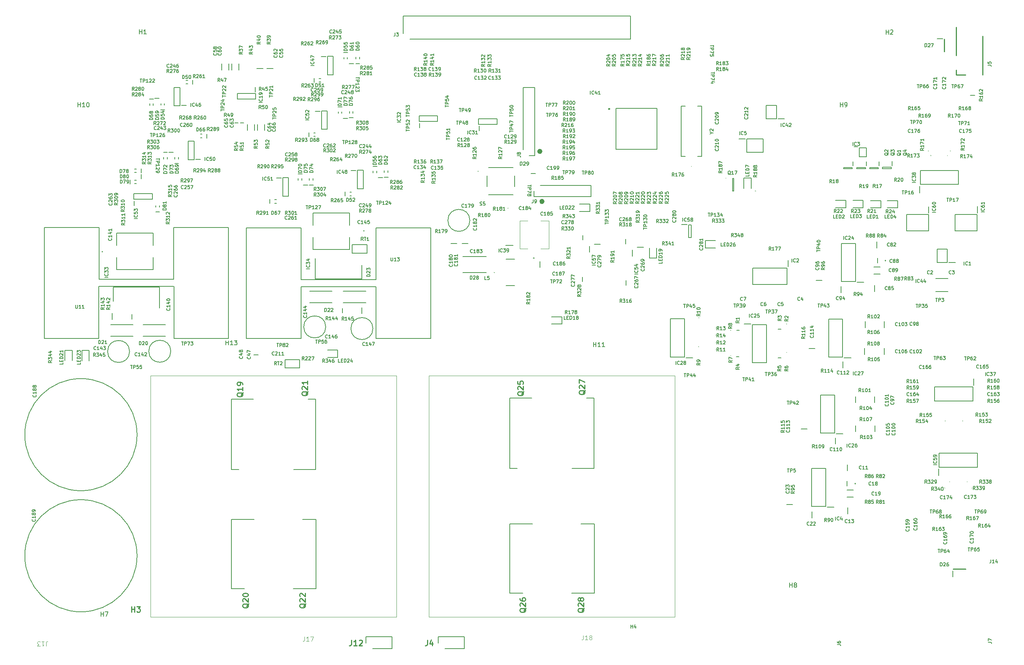
<source format=gbr>
%TF.GenerationSoftware,KiCad,Pcbnew,8.0.8*%
%TF.CreationDate,2025-05-17T22:55:18-04:00*%
%TF.ProjectId,amp board,616d7020-626f-4617-9264-2e6b69636164,rev?*%
%TF.SameCoordinates,Original*%
%TF.FileFunction,Legend,Top*%
%TF.FilePolarity,Positive*%
%FSLAX46Y46*%
G04 Gerber Fmt 4.6, Leading zero omitted, Abs format (unit mm)*
G04 Created by KiCad (PCBNEW 8.0.8) date 2025-05-17 22:55:18*
%MOMM*%
%LPD*%
G01*
G04 APERTURE LIST*
%ADD10C,0.577894*%
%ADD11C,0.127000*%
%ADD12C,0.152400*%
%ADD13C,0.150000*%
%ADD14C,0.254000*%
%ADD15C,0.100000*%
%ADD16C,0.200000*%
%ADD17C,0.250000*%
G04 APERTURE END LIST*
D10*
X319719747Y-219659400D02*
G75*
G02*
X319141853Y-219659400I-288947J0D01*
G01*
X319141853Y-219659400D02*
G75*
G02*
X319719747Y-219659400I288947J0D01*
G01*
X319237147Y-208280200D02*
G75*
G02*
X318659253Y-208280200I-288947J0D01*
G01*
X318659253Y-208280200D02*
G75*
G02*
X319237147Y-208280200I288947J0D01*
G01*
D11*
X386015085Y-223485111D02*
X385652228Y-223485111D01*
X385652228Y-223485111D02*
X385652228Y-222723111D01*
X386269085Y-223085968D02*
X386523085Y-223085968D01*
X386631942Y-223485111D02*
X386269085Y-223485111D01*
X386269085Y-223485111D02*
X386269085Y-222723111D01*
X386269085Y-222723111D02*
X386631942Y-222723111D01*
X386958514Y-223485111D02*
X386958514Y-222723111D01*
X386958514Y-222723111D02*
X387139943Y-222723111D01*
X387139943Y-222723111D02*
X387248800Y-222759397D01*
X387248800Y-222759397D02*
X387321371Y-222831968D01*
X387321371Y-222831968D02*
X387357657Y-222904540D01*
X387357657Y-222904540D02*
X387393943Y-223049683D01*
X387393943Y-223049683D02*
X387393943Y-223158540D01*
X387393943Y-223158540D02*
X387357657Y-223303683D01*
X387357657Y-223303683D02*
X387321371Y-223376254D01*
X387321371Y-223376254D02*
X387248800Y-223448826D01*
X387248800Y-223448826D02*
X387139943Y-223485111D01*
X387139943Y-223485111D02*
X386958514Y-223485111D01*
X387684228Y-222795683D02*
X387720514Y-222759397D01*
X387720514Y-222759397D02*
X387793086Y-222723111D01*
X387793086Y-222723111D02*
X387974514Y-222723111D01*
X387974514Y-222723111D02*
X388047086Y-222759397D01*
X388047086Y-222759397D02*
X388083371Y-222795683D01*
X388083371Y-222795683D02*
X388119657Y-222868254D01*
X388119657Y-222868254D02*
X388119657Y-222940826D01*
X388119657Y-222940826D02*
X388083371Y-223049683D01*
X388083371Y-223049683D02*
X387647943Y-223485111D01*
X387647943Y-223485111D02*
X388119657Y-223485111D01*
X324394686Y-224682540D02*
X324358400Y-224718826D01*
X324358400Y-224718826D02*
X324249543Y-224755111D01*
X324249543Y-224755111D02*
X324176971Y-224755111D01*
X324176971Y-224755111D02*
X324068114Y-224718826D01*
X324068114Y-224718826D02*
X323995543Y-224646254D01*
X323995543Y-224646254D02*
X323959257Y-224573683D01*
X323959257Y-224573683D02*
X323922971Y-224428540D01*
X323922971Y-224428540D02*
X323922971Y-224319683D01*
X323922971Y-224319683D02*
X323959257Y-224174540D01*
X323959257Y-224174540D02*
X323995543Y-224101968D01*
X323995543Y-224101968D02*
X324068114Y-224029397D01*
X324068114Y-224029397D02*
X324176971Y-223993111D01*
X324176971Y-223993111D02*
X324249543Y-223993111D01*
X324249543Y-223993111D02*
X324358400Y-224029397D01*
X324358400Y-224029397D02*
X324394686Y-224065683D01*
X324684971Y-224065683D02*
X324721257Y-224029397D01*
X324721257Y-224029397D02*
X324793829Y-223993111D01*
X324793829Y-223993111D02*
X324975257Y-223993111D01*
X324975257Y-223993111D02*
X325047829Y-224029397D01*
X325047829Y-224029397D02*
X325084114Y-224065683D01*
X325084114Y-224065683D02*
X325120400Y-224138254D01*
X325120400Y-224138254D02*
X325120400Y-224210826D01*
X325120400Y-224210826D02*
X325084114Y-224319683D01*
X325084114Y-224319683D02*
X324648686Y-224755111D01*
X324648686Y-224755111D02*
X325120400Y-224755111D01*
X325374400Y-223993111D02*
X325882400Y-223993111D01*
X325882400Y-223993111D02*
X325555828Y-224755111D01*
X326281542Y-224319683D02*
X326208971Y-224283397D01*
X326208971Y-224283397D02*
X326172685Y-224247111D01*
X326172685Y-224247111D02*
X326136399Y-224174540D01*
X326136399Y-224174540D02*
X326136399Y-224138254D01*
X326136399Y-224138254D02*
X326172685Y-224065683D01*
X326172685Y-224065683D02*
X326208971Y-224029397D01*
X326208971Y-224029397D02*
X326281542Y-223993111D01*
X326281542Y-223993111D02*
X326426685Y-223993111D01*
X326426685Y-223993111D02*
X326499257Y-224029397D01*
X326499257Y-224029397D02*
X326535542Y-224065683D01*
X326535542Y-224065683D02*
X326571828Y-224138254D01*
X326571828Y-224138254D02*
X326571828Y-224174540D01*
X326571828Y-224174540D02*
X326535542Y-224247111D01*
X326535542Y-224247111D02*
X326499257Y-224283397D01*
X326499257Y-224283397D02*
X326426685Y-224319683D01*
X326426685Y-224319683D02*
X326281542Y-224319683D01*
X326281542Y-224319683D02*
X326208971Y-224355968D01*
X326208971Y-224355968D02*
X326172685Y-224392254D01*
X326172685Y-224392254D02*
X326136399Y-224464826D01*
X326136399Y-224464826D02*
X326136399Y-224609968D01*
X326136399Y-224609968D02*
X326172685Y-224682540D01*
X326172685Y-224682540D02*
X326208971Y-224718826D01*
X326208971Y-224718826D02*
X326281542Y-224755111D01*
X326281542Y-224755111D02*
X326426685Y-224755111D01*
X326426685Y-224755111D02*
X326499257Y-224718826D01*
X326499257Y-224718826D02*
X326535542Y-224682540D01*
X326535542Y-224682540D02*
X326571828Y-224609968D01*
X326571828Y-224609968D02*
X326571828Y-224464826D01*
X326571828Y-224464826D02*
X326535542Y-224392254D01*
X326535542Y-224392254D02*
X326499257Y-224355968D01*
X326499257Y-224355968D02*
X326426685Y-224319683D01*
D12*
X388783686Y-275502990D02*
X388783686Y-274740990D01*
X389581972Y-275430419D02*
X389545686Y-275466705D01*
X389545686Y-275466705D02*
X389436829Y-275502990D01*
X389436829Y-275502990D02*
X389364257Y-275502990D01*
X389364257Y-275502990D02*
X389255400Y-275466705D01*
X389255400Y-275466705D02*
X389182829Y-275394133D01*
X389182829Y-275394133D02*
X389146543Y-275321562D01*
X389146543Y-275321562D02*
X389110257Y-275176419D01*
X389110257Y-275176419D02*
X389110257Y-275067562D01*
X389110257Y-275067562D02*
X389146543Y-274922419D01*
X389146543Y-274922419D02*
X389182829Y-274849847D01*
X389182829Y-274849847D02*
X389255400Y-274777276D01*
X389255400Y-274777276D02*
X389364257Y-274740990D01*
X389364257Y-274740990D02*
X389436829Y-274740990D01*
X389436829Y-274740990D02*
X389545686Y-274777276D01*
X389545686Y-274777276D02*
X389581972Y-274813562D01*
X389872257Y-274813562D02*
X389908543Y-274777276D01*
X389908543Y-274777276D02*
X389981115Y-274740990D01*
X389981115Y-274740990D02*
X390162543Y-274740990D01*
X390162543Y-274740990D02*
X390235115Y-274777276D01*
X390235115Y-274777276D02*
X390271400Y-274813562D01*
X390271400Y-274813562D02*
X390307686Y-274886133D01*
X390307686Y-274886133D02*
X390307686Y-274958705D01*
X390307686Y-274958705D02*
X390271400Y-275067562D01*
X390271400Y-275067562D02*
X389835972Y-275502990D01*
X389835972Y-275502990D02*
X390307686Y-275502990D01*
X390960829Y-274740990D02*
X390815686Y-274740990D01*
X390815686Y-274740990D02*
X390743114Y-274777276D01*
X390743114Y-274777276D02*
X390706829Y-274813562D01*
X390706829Y-274813562D02*
X390634257Y-274922419D01*
X390634257Y-274922419D02*
X390597971Y-275067562D01*
X390597971Y-275067562D02*
X390597971Y-275357847D01*
X390597971Y-275357847D02*
X390634257Y-275430419D01*
X390634257Y-275430419D02*
X390670543Y-275466705D01*
X390670543Y-275466705D02*
X390743114Y-275502990D01*
X390743114Y-275502990D02*
X390888257Y-275502990D01*
X390888257Y-275502990D02*
X390960829Y-275466705D01*
X390960829Y-275466705D02*
X390997114Y-275430419D01*
X390997114Y-275430419D02*
X391033400Y-275357847D01*
X391033400Y-275357847D02*
X391033400Y-275176419D01*
X391033400Y-275176419D02*
X390997114Y-275103847D01*
X390997114Y-275103847D02*
X390960829Y-275067562D01*
X390960829Y-275067562D02*
X390888257Y-275031276D01*
X390888257Y-275031276D02*
X390743114Y-275031276D01*
X390743114Y-275031276D02*
X390670543Y-275067562D01*
X390670543Y-275067562D02*
X390634257Y-275103847D01*
X390634257Y-275103847D02*
X390597971Y-275176419D01*
D11*
X314517714Y-211420111D02*
X314517714Y-210658111D01*
X314517714Y-210658111D02*
X314699143Y-210658111D01*
X314699143Y-210658111D02*
X314808000Y-210694397D01*
X314808000Y-210694397D02*
X314880571Y-210766968D01*
X314880571Y-210766968D02*
X314916857Y-210839540D01*
X314916857Y-210839540D02*
X314953143Y-210984683D01*
X314953143Y-210984683D02*
X314953143Y-211093540D01*
X314953143Y-211093540D02*
X314916857Y-211238683D01*
X314916857Y-211238683D02*
X314880571Y-211311254D01*
X314880571Y-211311254D02*
X314808000Y-211383826D01*
X314808000Y-211383826D02*
X314699143Y-211420111D01*
X314699143Y-211420111D02*
X314517714Y-211420111D01*
X315243428Y-210730683D02*
X315279714Y-210694397D01*
X315279714Y-210694397D02*
X315352286Y-210658111D01*
X315352286Y-210658111D02*
X315533714Y-210658111D01*
X315533714Y-210658111D02*
X315606286Y-210694397D01*
X315606286Y-210694397D02*
X315642571Y-210730683D01*
X315642571Y-210730683D02*
X315678857Y-210803254D01*
X315678857Y-210803254D02*
X315678857Y-210875826D01*
X315678857Y-210875826D02*
X315642571Y-210984683D01*
X315642571Y-210984683D02*
X315207143Y-211420111D01*
X315207143Y-211420111D02*
X315678857Y-211420111D01*
X316041714Y-211420111D02*
X316186857Y-211420111D01*
X316186857Y-211420111D02*
X316259428Y-211383826D01*
X316259428Y-211383826D02*
X316295714Y-211347540D01*
X316295714Y-211347540D02*
X316368285Y-211238683D01*
X316368285Y-211238683D02*
X316404571Y-211093540D01*
X316404571Y-211093540D02*
X316404571Y-210803254D01*
X316404571Y-210803254D02*
X316368285Y-210730683D01*
X316368285Y-210730683D02*
X316332000Y-210694397D01*
X316332000Y-210694397D02*
X316259428Y-210658111D01*
X316259428Y-210658111D02*
X316114285Y-210658111D01*
X316114285Y-210658111D02*
X316041714Y-210694397D01*
X316041714Y-210694397D02*
X316005428Y-210730683D01*
X316005428Y-210730683D02*
X315969142Y-210803254D01*
X315969142Y-210803254D02*
X315969142Y-210984683D01*
X315969142Y-210984683D02*
X316005428Y-211057254D01*
X316005428Y-211057254D02*
X316041714Y-211093540D01*
X316041714Y-211093540D02*
X316114285Y-211129826D01*
X316114285Y-211129826D02*
X316259428Y-211129826D01*
X316259428Y-211129826D02*
X316332000Y-211093540D01*
X316332000Y-211093540D02*
X316368285Y-211057254D01*
X316368285Y-211057254D02*
X316404571Y-210984683D01*
X364277511Y-257366799D02*
X363914654Y-257620799D01*
X364277511Y-257802228D02*
X363515511Y-257802228D01*
X363515511Y-257802228D02*
X363515511Y-257511942D01*
X363515511Y-257511942D02*
X363551797Y-257439371D01*
X363551797Y-257439371D02*
X363588083Y-257403085D01*
X363588083Y-257403085D02*
X363660654Y-257366799D01*
X363660654Y-257366799D02*
X363769511Y-257366799D01*
X363769511Y-257366799D02*
X363842083Y-257403085D01*
X363842083Y-257403085D02*
X363878368Y-257439371D01*
X363878368Y-257439371D02*
X363914654Y-257511942D01*
X363914654Y-257511942D02*
X363914654Y-257802228D01*
X363769511Y-256713657D02*
X364277511Y-256713657D01*
X363479226Y-256895085D02*
X364023511Y-257076514D01*
X364023511Y-257076514D02*
X364023511Y-256604799D01*
X304604202Y-191848540D02*
X304567916Y-191884826D01*
X304567916Y-191884826D02*
X304459059Y-191921111D01*
X304459059Y-191921111D02*
X304386487Y-191921111D01*
X304386487Y-191921111D02*
X304277630Y-191884826D01*
X304277630Y-191884826D02*
X304205059Y-191812254D01*
X304205059Y-191812254D02*
X304168773Y-191739683D01*
X304168773Y-191739683D02*
X304132487Y-191594540D01*
X304132487Y-191594540D02*
X304132487Y-191485683D01*
X304132487Y-191485683D02*
X304168773Y-191340540D01*
X304168773Y-191340540D02*
X304205059Y-191267968D01*
X304205059Y-191267968D02*
X304277630Y-191195397D01*
X304277630Y-191195397D02*
X304386487Y-191159111D01*
X304386487Y-191159111D02*
X304459059Y-191159111D01*
X304459059Y-191159111D02*
X304567916Y-191195397D01*
X304567916Y-191195397D02*
X304604202Y-191231683D01*
X305329916Y-191921111D02*
X304894487Y-191921111D01*
X305112202Y-191921111D02*
X305112202Y-191159111D01*
X305112202Y-191159111D02*
X305039630Y-191267968D01*
X305039630Y-191267968D02*
X304967059Y-191340540D01*
X304967059Y-191340540D02*
X304894487Y-191376826D01*
X305583916Y-191159111D02*
X306055630Y-191159111D01*
X306055630Y-191159111D02*
X305801630Y-191449397D01*
X305801630Y-191449397D02*
X305910487Y-191449397D01*
X305910487Y-191449397D02*
X305983059Y-191485683D01*
X305983059Y-191485683D02*
X306019344Y-191521968D01*
X306019344Y-191521968D02*
X306055630Y-191594540D01*
X306055630Y-191594540D02*
X306055630Y-191775968D01*
X306055630Y-191775968D02*
X306019344Y-191848540D01*
X306019344Y-191848540D02*
X305983059Y-191884826D01*
X305983059Y-191884826D02*
X305910487Y-191921111D01*
X305910487Y-191921111D02*
X305692773Y-191921111D01*
X305692773Y-191921111D02*
X305620201Y-191884826D01*
X305620201Y-191884826D02*
X305583916Y-191848540D01*
X306345915Y-191231683D02*
X306382201Y-191195397D01*
X306382201Y-191195397D02*
X306454773Y-191159111D01*
X306454773Y-191159111D02*
X306636201Y-191159111D01*
X306636201Y-191159111D02*
X306708773Y-191195397D01*
X306708773Y-191195397D02*
X306745058Y-191231683D01*
X306745058Y-191231683D02*
X306781344Y-191304254D01*
X306781344Y-191304254D02*
X306781344Y-191376826D01*
X306781344Y-191376826D02*
X306745058Y-191485683D01*
X306745058Y-191485683D02*
X306309630Y-191921111D01*
X306309630Y-191921111D02*
X306781344Y-191921111D01*
X357164315Y-222291311D02*
X357599744Y-222291311D01*
X357382029Y-223053311D02*
X357382029Y-222291311D01*
X357853743Y-223053311D02*
X357853743Y-222291311D01*
X357853743Y-222291311D02*
X358144029Y-222291311D01*
X358144029Y-222291311D02*
X358216600Y-222327597D01*
X358216600Y-222327597D02*
X358252886Y-222363883D01*
X358252886Y-222363883D02*
X358289172Y-222436454D01*
X358289172Y-222436454D02*
X358289172Y-222545311D01*
X358289172Y-222545311D02*
X358252886Y-222617883D01*
X358252886Y-222617883D02*
X358216600Y-222654168D01*
X358216600Y-222654168D02*
X358144029Y-222690454D01*
X358144029Y-222690454D02*
X357853743Y-222690454D01*
X359014886Y-223053311D02*
X358579457Y-223053311D01*
X358797172Y-223053311D02*
X358797172Y-222291311D01*
X358797172Y-222291311D02*
X358724600Y-222400168D01*
X358724600Y-222400168D02*
X358652029Y-222472740D01*
X358652029Y-222472740D02*
X358579457Y-222509026D01*
X359268886Y-222291311D02*
X359740600Y-222291311D01*
X359740600Y-222291311D02*
X359486600Y-222581597D01*
X359486600Y-222581597D02*
X359595457Y-222581597D01*
X359595457Y-222581597D02*
X359668029Y-222617883D01*
X359668029Y-222617883D02*
X359704314Y-222654168D01*
X359704314Y-222654168D02*
X359740600Y-222726740D01*
X359740600Y-222726740D02*
X359740600Y-222908168D01*
X359740600Y-222908168D02*
X359704314Y-222980740D01*
X359704314Y-222980740D02*
X359668029Y-223017026D01*
X359668029Y-223017026D02*
X359595457Y-223053311D01*
X359595457Y-223053311D02*
X359377743Y-223053311D01*
X359377743Y-223053311D02*
X359305171Y-223017026D01*
X359305171Y-223017026D02*
X359268886Y-222980740D01*
X360393743Y-222545311D02*
X360393743Y-223053311D01*
X360212314Y-222255026D02*
X360030885Y-222799311D01*
X360030885Y-222799311D02*
X360502600Y-222799311D01*
X405801686Y-268570111D02*
X405547686Y-268207254D01*
X405366257Y-268570111D02*
X405366257Y-267808111D01*
X405366257Y-267808111D02*
X405656543Y-267808111D01*
X405656543Y-267808111D02*
X405729114Y-267844397D01*
X405729114Y-267844397D02*
X405765400Y-267880683D01*
X405765400Y-267880683D02*
X405801686Y-267953254D01*
X405801686Y-267953254D02*
X405801686Y-268062111D01*
X405801686Y-268062111D02*
X405765400Y-268134683D01*
X405765400Y-268134683D02*
X405729114Y-268170968D01*
X405729114Y-268170968D02*
X405656543Y-268207254D01*
X405656543Y-268207254D02*
X405366257Y-268207254D01*
X406527400Y-268570111D02*
X406091971Y-268570111D01*
X406309686Y-268570111D02*
X406309686Y-267808111D01*
X406309686Y-267808111D02*
X406237114Y-267916968D01*
X406237114Y-267916968D02*
X406164543Y-267989540D01*
X406164543Y-267989540D02*
X406091971Y-268025826D01*
X407216828Y-267808111D02*
X406853971Y-267808111D01*
X406853971Y-267808111D02*
X406817685Y-268170968D01*
X406817685Y-268170968D02*
X406853971Y-268134683D01*
X406853971Y-268134683D02*
X406926543Y-268098397D01*
X406926543Y-268098397D02*
X407107971Y-268098397D01*
X407107971Y-268098397D02*
X407180543Y-268134683D01*
X407180543Y-268134683D02*
X407216828Y-268170968D01*
X407216828Y-268170968D02*
X407253114Y-268243540D01*
X407253114Y-268243540D02*
X407253114Y-268424968D01*
X407253114Y-268424968D02*
X407216828Y-268497540D01*
X407216828Y-268497540D02*
X407180543Y-268533826D01*
X407180543Y-268533826D02*
X407107971Y-268570111D01*
X407107971Y-268570111D02*
X406926543Y-268570111D01*
X406926543Y-268570111D02*
X406853971Y-268533826D01*
X406853971Y-268533826D02*
X406817685Y-268497540D01*
X407942542Y-267808111D02*
X407579685Y-267808111D01*
X407579685Y-267808111D02*
X407543399Y-268170968D01*
X407543399Y-268170968D02*
X407579685Y-268134683D01*
X407579685Y-268134683D02*
X407652257Y-268098397D01*
X407652257Y-268098397D02*
X407833685Y-268098397D01*
X407833685Y-268098397D02*
X407906257Y-268134683D01*
X407906257Y-268134683D02*
X407942542Y-268170968D01*
X407942542Y-268170968D02*
X407978828Y-268243540D01*
X407978828Y-268243540D02*
X407978828Y-268424968D01*
X407978828Y-268424968D02*
X407942542Y-268497540D01*
X407942542Y-268497540D02*
X407906257Y-268533826D01*
X407906257Y-268533826D02*
X407833685Y-268570111D01*
X407833685Y-268570111D02*
X407652257Y-268570111D01*
X407652257Y-268570111D02*
X407579685Y-268533826D01*
X407579685Y-268533826D02*
X407543399Y-268497540D01*
X393914486Y-252314111D02*
X393660486Y-251951254D01*
X393479057Y-252314111D02*
X393479057Y-251552111D01*
X393479057Y-251552111D02*
X393769343Y-251552111D01*
X393769343Y-251552111D02*
X393841914Y-251588397D01*
X393841914Y-251588397D02*
X393878200Y-251624683D01*
X393878200Y-251624683D02*
X393914486Y-251697254D01*
X393914486Y-251697254D02*
X393914486Y-251806111D01*
X393914486Y-251806111D02*
X393878200Y-251878683D01*
X393878200Y-251878683D02*
X393841914Y-251914968D01*
X393841914Y-251914968D02*
X393769343Y-251951254D01*
X393769343Y-251951254D02*
X393479057Y-251951254D01*
X394640200Y-252314111D02*
X394204771Y-252314111D01*
X394422486Y-252314111D02*
X394422486Y-251552111D01*
X394422486Y-251552111D02*
X394349914Y-251660968D01*
X394349914Y-251660968D02*
X394277343Y-251733540D01*
X394277343Y-251733540D02*
X394204771Y-251769826D01*
X395111914Y-251552111D02*
X395184485Y-251552111D01*
X395184485Y-251552111D02*
X395257057Y-251588397D01*
X395257057Y-251588397D02*
X395293343Y-251624683D01*
X395293343Y-251624683D02*
X395329628Y-251697254D01*
X395329628Y-251697254D02*
X395365914Y-251842397D01*
X395365914Y-251842397D02*
X395365914Y-252023826D01*
X395365914Y-252023826D02*
X395329628Y-252168968D01*
X395329628Y-252168968D02*
X395293343Y-252241540D01*
X395293343Y-252241540D02*
X395257057Y-252277826D01*
X395257057Y-252277826D02*
X395184485Y-252314111D01*
X395184485Y-252314111D02*
X395111914Y-252314111D01*
X395111914Y-252314111D02*
X395039343Y-252277826D01*
X395039343Y-252277826D02*
X395003057Y-252241540D01*
X395003057Y-252241540D02*
X394966771Y-252168968D01*
X394966771Y-252168968D02*
X394930485Y-252023826D01*
X394930485Y-252023826D02*
X394930485Y-251842397D01*
X394930485Y-251842397D02*
X394966771Y-251697254D01*
X394966771Y-251697254D02*
X395003057Y-251624683D01*
X395003057Y-251624683D02*
X395039343Y-251588397D01*
X395039343Y-251588397D02*
X395111914Y-251552111D01*
X395801342Y-251878683D02*
X395728771Y-251842397D01*
X395728771Y-251842397D02*
X395692485Y-251806111D01*
X395692485Y-251806111D02*
X395656199Y-251733540D01*
X395656199Y-251733540D02*
X395656199Y-251697254D01*
X395656199Y-251697254D02*
X395692485Y-251624683D01*
X395692485Y-251624683D02*
X395728771Y-251588397D01*
X395728771Y-251588397D02*
X395801342Y-251552111D01*
X395801342Y-251552111D02*
X395946485Y-251552111D01*
X395946485Y-251552111D02*
X396019057Y-251588397D01*
X396019057Y-251588397D02*
X396055342Y-251624683D01*
X396055342Y-251624683D02*
X396091628Y-251697254D01*
X396091628Y-251697254D02*
X396091628Y-251733540D01*
X396091628Y-251733540D02*
X396055342Y-251806111D01*
X396055342Y-251806111D02*
X396019057Y-251842397D01*
X396019057Y-251842397D02*
X395946485Y-251878683D01*
X395946485Y-251878683D02*
X395801342Y-251878683D01*
X395801342Y-251878683D02*
X395728771Y-251914968D01*
X395728771Y-251914968D02*
X395692485Y-251951254D01*
X395692485Y-251951254D02*
X395656199Y-252023826D01*
X395656199Y-252023826D02*
X395656199Y-252168968D01*
X395656199Y-252168968D02*
X395692485Y-252241540D01*
X395692485Y-252241540D02*
X395728771Y-252277826D01*
X395728771Y-252277826D02*
X395801342Y-252314111D01*
X395801342Y-252314111D02*
X395946485Y-252314111D01*
X395946485Y-252314111D02*
X396019057Y-252277826D01*
X396019057Y-252277826D02*
X396055342Y-252241540D01*
X396055342Y-252241540D02*
X396091628Y-252168968D01*
X396091628Y-252168968D02*
X396091628Y-252023826D01*
X396091628Y-252023826D02*
X396055342Y-251951254D01*
X396055342Y-251951254D02*
X396019057Y-251914968D01*
X396019057Y-251914968D02*
X395946485Y-251878683D01*
X412227886Y-200498111D02*
X411973886Y-200135254D01*
X411792457Y-200498111D02*
X411792457Y-199736111D01*
X411792457Y-199736111D02*
X412082743Y-199736111D01*
X412082743Y-199736111D02*
X412155314Y-199772397D01*
X412155314Y-199772397D02*
X412191600Y-199808683D01*
X412191600Y-199808683D02*
X412227886Y-199881254D01*
X412227886Y-199881254D02*
X412227886Y-199990111D01*
X412227886Y-199990111D02*
X412191600Y-200062683D01*
X412191600Y-200062683D02*
X412155314Y-200098968D01*
X412155314Y-200098968D02*
X412082743Y-200135254D01*
X412082743Y-200135254D02*
X411792457Y-200135254D01*
X412953600Y-200498111D02*
X412518171Y-200498111D01*
X412735886Y-200498111D02*
X412735886Y-199736111D01*
X412735886Y-199736111D02*
X412663314Y-199844968D01*
X412663314Y-199844968D02*
X412590743Y-199917540D01*
X412590743Y-199917540D02*
X412518171Y-199953826D01*
X413207600Y-199736111D02*
X413715600Y-199736111D01*
X413715600Y-199736111D02*
X413389028Y-200498111D01*
X414151028Y-199736111D02*
X414223599Y-199736111D01*
X414223599Y-199736111D02*
X414296171Y-199772397D01*
X414296171Y-199772397D02*
X414332457Y-199808683D01*
X414332457Y-199808683D02*
X414368742Y-199881254D01*
X414368742Y-199881254D02*
X414405028Y-200026397D01*
X414405028Y-200026397D02*
X414405028Y-200207826D01*
X414405028Y-200207826D02*
X414368742Y-200352968D01*
X414368742Y-200352968D02*
X414332457Y-200425540D01*
X414332457Y-200425540D02*
X414296171Y-200461826D01*
X414296171Y-200461826D02*
X414223599Y-200498111D01*
X414223599Y-200498111D02*
X414151028Y-200498111D01*
X414151028Y-200498111D02*
X414078457Y-200461826D01*
X414078457Y-200461826D02*
X414042171Y-200425540D01*
X414042171Y-200425540D02*
X414005885Y-200352968D01*
X414005885Y-200352968D02*
X413969599Y-200207826D01*
X413969599Y-200207826D02*
X413969599Y-200026397D01*
X413969599Y-200026397D02*
X414005885Y-199881254D01*
X414005885Y-199881254D02*
X414042171Y-199808683D01*
X414042171Y-199808683D02*
X414078457Y-199772397D01*
X414078457Y-199772397D02*
X414151028Y-199736111D01*
X375187429Y-280431911D02*
X375622858Y-280431911D01*
X375405143Y-281193911D02*
X375405143Y-280431911D01*
X375876857Y-281193911D02*
X375876857Y-280431911D01*
X375876857Y-280431911D02*
X376167143Y-280431911D01*
X376167143Y-280431911D02*
X376239714Y-280468197D01*
X376239714Y-280468197D02*
X376276000Y-280504483D01*
X376276000Y-280504483D02*
X376312286Y-280577054D01*
X376312286Y-280577054D02*
X376312286Y-280685911D01*
X376312286Y-280685911D02*
X376276000Y-280758483D01*
X376276000Y-280758483D02*
X376239714Y-280794768D01*
X376239714Y-280794768D02*
X376167143Y-280831054D01*
X376167143Y-280831054D02*
X375876857Y-280831054D01*
X377001714Y-280431911D02*
X376638857Y-280431911D01*
X376638857Y-280431911D02*
X376602571Y-280794768D01*
X376602571Y-280794768D02*
X376638857Y-280758483D01*
X376638857Y-280758483D02*
X376711429Y-280722197D01*
X376711429Y-280722197D02*
X376892857Y-280722197D01*
X376892857Y-280722197D02*
X376965429Y-280758483D01*
X376965429Y-280758483D02*
X377001714Y-280794768D01*
X377001714Y-280794768D02*
X377038000Y-280867340D01*
X377038000Y-280867340D02*
X377038000Y-281048768D01*
X377038000Y-281048768D02*
X377001714Y-281121340D01*
X377001714Y-281121340D02*
X376965429Y-281157626D01*
X376965429Y-281157626D02*
X376892857Y-281193911D01*
X376892857Y-281193911D02*
X376711429Y-281193911D01*
X376711429Y-281193911D02*
X376638857Y-281157626D01*
X376638857Y-281157626D02*
X376602571Y-281121340D01*
X382289740Y-234754256D02*
X382326026Y-234790542D01*
X382326026Y-234790542D02*
X382362311Y-234899399D01*
X382362311Y-234899399D02*
X382362311Y-234971971D01*
X382362311Y-234971971D02*
X382326026Y-235080828D01*
X382326026Y-235080828D02*
X382253454Y-235153399D01*
X382253454Y-235153399D02*
X382180883Y-235189685D01*
X382180883Y-235189685D02*
X382035740Y-235225971D01*
X382035740Y-235225971D02*
X381926883Y-235225971D01*
X381926883Y-235225971D02*
X381781740Y-235189685D01*
X381781740Y-235189685D02*
X381709168Y-235153399D01*
X381709168Y-235153399D02*
X381636597Y-235080828D01*
X381636597Y-235080828D02*
X381600311Y-234971971D01*
X381600311Y-234971971D02*
X381600311Y-234899399D01*
X381600311Y-234899399D02*
X381636597Y-234790542D01*
X381636597Y-234790542D02*
X381672883Y-234754256D01*
X382362311Y-234391399D02*
X382362311Y-234246256D01*
X382362311Y-234246256D02*
X382326026Y-234173685D01*
X382326026Y-234173685D02*
X382289740Y-234137399D01*
X382289740Y-234137399D02*
X382180883Y-234064828D01*
X382180883Y-234064828D02*
X382035740Y-234028542D01*
X382035740Y-234028542D02*
X381745454Y-234028542D01*
X381745454Y-234028542D02*
X381672883Y-234064828D01*
X381672883Y-234064828D02*
X381636597Y-234101114D01*
X381636597Y-234101114D02*
X381600311Y-234173685D01*
X381600311Y-234173685D02*
X381600311Y-234318828D01*
X381600311Y-234318828D02*
X381636597Y-234391399D01*
X381636597Y-234391399D02*
X381672883Y-234427685D01*
X381672883Y-234427685D02*
X381745454Y-234463971D01*
X381745454Y-234463971D02*
X381926883Y-234463971D01*
X381926883Y-234463971D02*
X381999454Y-234427685D01*
X381999454Y-234427685D02*
X382035740Y-234391399D01*
X382035740Y-234391399D02*
X382072026Y-234318828D01*
X382072026Y-234318828D02*
X382072026Y-234173685D01*
X382072026Y-234173685D02*
X382035740Y-234101114D01*
X382035740Y-234101114D02*
X381999454Y-234064828D01*
X381999454Y-234064828D02*
X381926883Y-234028542D01*
X381600311Y-233375400D02*
X381600311Y-233520542D01*
X381600311Y-233520542D02*
X381636597Y-233593114D01*
X381636597Y-233593114D02*
X381672883Y-233629400D01*
X381672883Y-233629400D02*
X381781740Y-233701971D01*
X381781740Y-233701971D02*
X381926883Y-233738257D01*
X381926883Y-233738257D02*
X382217168Y-233738257D01*
X382217168Y-233738257D02*
X382289740Y-233701971D01*
X382289740Y-233701971D02*
X382326026Y-233665685D01*
X382326026Y-233665685D02*
X382362311Y-233593114D01*
X382362311Y-233593114D02*
X382362311Y-233447971D01*
X382362311Y-233447971D02*
X382326026Y-233375400D01*
X382326026Y-233375400D02*
X382289740Y-233339114D01*
X382289740Y-233339114D02*
X382217168Y-233302828D01*
X382217168Y-233302828D02*
X382035740Y-233302828D01*
X382035740Y-233302828D02*
X381963168Y-233339114D01*
X381963168Y-233339114D02*
X381926883Y-233375400D01*
X381926883Y-233375400D02*
X381890597Y-233447971D01*
X381890597Y-233447971D02*
X381890597Y-233593114D01*
X381890597Y-233593114D02*
X381926883Y-233665685D01*
X381926883Y-233665685D02*
X381963168Y-233701971D01*
X381963168Y-233701971D02*
X382035740Y-233738257D01*
X240883486Y-200971395D02*
X240629486Y-200608538D01*
X240448057Y-200971395D02*
X240448057Y-200209395D01*
X240448057Y-200209395D02*
X240738343Y-200209395D01*
X240738343Y-200209395D02*
X240810914Y-200245681D01*
X240810914Y-200245681D02*
X240847200Y-200281967D01*
X240847200Y-200281967D02*
X240883486Y-200354538D01*
X240883486Y-200354538D02*
X240883486Y-200463395D01*
X240883486Y-200463395D02*
X240847200Y-200535967D01*
X240847200Y-200535967D02*
X240810914Y-200572252D01*
X240810914Y-200572252D02*
X240738343Y-200608538D01*
X240738343Y-200608538D02*
X240448057Y-200608538D01*
X241173771Y-200281967D02*
X241210057Y-200245681D01*
X241210057Y-200245681D02*
X241282629Y-200209395D01*
X241282629Y-200209395D02*
X241464057Y-200209395D01*
X241464057Y-200209395D02*
X241536629Y-200245681D01*
X241536629Y-200245681D02*
X241572914Y-200281967D01*
X241572914Y-200281967D02*
X241609200Y-200354538D01*
X241609200Y-200354538D02*
X241609200Y-200427110D01*
X241609200Y-200427110D02*
X241572914Y-200535967D01*
X241572914Y-200535967D02*
X241137486Y-200971395D01*
X241137486Y-200971395D02*
X241609200Y-200971395D01*
X242262343Y-200209395D02*
X242117200Y-200209395D01*
X242117200Y-200209395D02*
X242044628Y-200245681D01*
X242044628Y-200245681D02*
X242008343Y-200281967D01*
X242008343Y-200281967D02*
X241935771Y-200390824D01*
X241935771Y-200390824D02*
X241899485Y-200535967D01*
X241899485Y-200535967D02*
X241899485Y-200826252D01*
X241899485Y-200826252D02*
X241935771Y-200898824D01*
X241935771Y-200898824D02*
X241972057Y-200935110D01*
X241972057Y-200935110D02*
X242044628Y-200971395D01*
X242044628Y-200971395D02*
X242189771Y-200971395D01*
X242189771Y-200971395D02*
X242262343Y-200935110D01*
X242262343Y-200935110D02*
X242298628Y-200898824D01*
X242298628Y-200898824D02*
X242334914Y-200826252D01*
X242334914Y-200826252D02*
X242334914Y-200644824D01*
X242334914Y-200644824D02*
X242298628Y-200572252D01*
X242298628Y-200572252D02*
X242262343Y-200535967D01*
X242262343Y-200535967D02*
X242189771Y-200499681D01*
X242189771Y-200499681D02*
X242044628Y-200499681D01*
X242044628Y-200499681D02*
X241972057Y-200535967D01*
X241972057Y-200535967D02*
X241935771Y-200572252D01*
X241935771Y-200572252D02*
X241899485Y-200644824D01*
X242806628Y-200209395D02*
X242879199Y-200209395D01*
X242879199Y-200209395D02*
X242951771Y-200245681D01*
X242951771Y-200245681D02*
X242988057Y-200281967D01*
X242988057Y-200281967D02*
X243024342Y-200354538D01*
X243024342Y-200354538D02*
X243060628Y-200499681D01*
X243060628Y-200499681D02*
X243060628Y-200681110D01*
X243060628Y-200681110D02*
X243024342Y-200826252D01*
X243024342Y-200826252D02*
X242988057Y-200898824D01*
X242988057Y-200898824D02*
X242951771Y-200935110D01*
X242951771Y-200935110D02*
X242879199Y-200971395D01*
X242879199Y-200971395D02*
X242806628Y-200971395D01*
X242806628Y-200971395D02*
X242734057Y-200935110D01*
X242734057Y-200935110D02*
X242697771Y-200898824D01*
X242697771Y-200898824D02*
X242661485Y-200826252D01*
X242661485Y-200826252D02*
X242625199Y-200681110D01*
X242625199Y-200681110D02*
X242625199Y-200499681D01*
X242625199Y-200499681D02*
X242661485Y-200354538D01*
X242661485Y-200354538D02*
X242697771Y-200281967D01*
X242697771Y-200281967D02*
X242734057Y-200245681D01*
X242734057Y-200245681D02*
X242806628Y-200209395D01*
D13*
X397612095Y-181632219D02*
X397612095Y-180632219D01*
X397612095Y-181108409D02*
X398183523Y-181108409D01*
X398183523Y-181632219D02*
X398183523Y-180632219D01*
X398612095Y-180727457D02*
X398659714Y-180679838D01*
X398659714Y-180679838D02*
X398754952Y-180632219D01*
X398754952Y-180632219D02*
X398993047Y-180632219D01*
X398993047Y-180632219D02*
X399088285Y-180679838D01*
X399088285Y-180679838D02*
X399135904Y-180727457D01*
X399135904Y-180727457D02*
X399183523Y-180822695D01*
X399183523Y-180822695D02*
X399183523Y-180917933D01*
X399183523Y-180917933D02*
X399135904Y-181060790D01*
X399135904Y-181060790D02*
X398564476Y-181632219D01*
X398564476Y-181632219D02*
X399183523Y-181632219D01*
D14*
X315283670Y-262841114D02*
X315223194Y-262962066D01*
X315223194Y-262962066D02*
X315102242Y-263083019D01*
X315102242Y-263083019D02*
X314920813Y-263264447D01*
X314920813Y-263264447D02*
X314860337Y-263385400D01*
X314860337Y-263385400D02*
X314860337Y-263506352D01*
X315162718Y-263445876D02*
X315102242Y-263566828D01*
X315102242Y-263566828D02*
X314981289Y-263687781D01*
X314981289Y-263687781D02*
X314739384Y-263748257D01*
X314739384Y-263748257D02*
X314316051Y-263748257D01*
X314316051Y-263748257D02*
X314074146Y-263687781D01*
X314074146Y-263687781D02*
X313953194Y-263566828D01*
X313953194Y-263566828D02*
X313892718Y-263445876D01*
X313892718Y-263445876D02*
X313892718Y-263203971D01*
X313892718Y-263203971D02*
X313953194Y-263083019D01*
X313953194Y-263083019D02*
X314074146Y-262962066D01*
X314074146Y-262962066D02*
X314316051Y-262901590D01*
X314316051Y-262901590D02*
X314739384Y-262901590D01*
X314739384Y-262901590D02*
X314981289Y-262962066D01*
X314981289Y-262962066D02*
X315102242Y-263083019D01*
X315102242Y-263083019D02*
X315162718Y-263203971D01*
X315162718Y-263203971D02*
X315162718Y-263445876D01*
X314013670Y-262417781D02*
X313953194Y-262357305D01*
X313953194Y-262357305D02*
X313892718Y-262236352D01*
X313892718Y-262236352D02*
X313892718Y-261933971D01*
X313892718Y-261933971D02*
X313953194Y-261813019D01*
X313953194Y-261813019D02*
X314013670Y-261752543D01*
X314013670Y-261752543D02*
X314134622Y-261692066D01*
X314134622Y-261692066D02*
X314255575Y-261692066D01*
X314255575Y-261692066D02*
X314437003Y-261752543D01*
X314437003Y-261752543D02*
X315162718Y-262478257D01*
X315162718Y-262478257D02*
X315162718Y-261692066D01*
X313892718Y-260543019D02*
X313892718Y-261147781D01*
X313892718Y-261147781D02*
X314497480Y-261208257D01*
X314497480Y-261208257D02*
X314437003Y-261147781D01*
X314437003Y-261147781D02*
X314376527Y-261026828D01*
X314376527Y-261026828D02*
X314376527Y-260724447D01*
X314376527Y-260724447D02*
X314437003Y-260603495D01*
X314437003Y-260603495D02*
X314497480Y-260543019D01*
X314497480Y-260543019D02*
X314618432Y-260482542D01*
X314618432Y-260482542D02*
X314920813Y-260482542D01*
X314920813Y-260482542D02*
X315041765Y-260543019D01*
X315041765Y-260543019D02*
X315102242Y-260603495D01*
X315102242Y-260603495D02*
X315162718Y-260724447D01*
X315162718Y-260724447D02*
X315162718Y-261026828D01*
X315162718Y-261026828D02*
X315102242Y-261147781D01*
X315102242Y-261147781D02*
X315041765Y-261208257D01*
D11*
X227929114Y-252263311D02*
X227929114Y-251501311D01*
X227929114Y-251501311D02*
X228110543Y-251501311D01*
X228110543Y-251501311D02*
X228219400Y-251537597D01*
X228219400Y-251537597D02*
X228291971Y-251610168D01*
X228291971Y-251610168D02*
X228328257Y-251682740D01*
X228328257Y-251682740D02*
X228364543Y-251827883D01*
X228364543Y-251827883D02*
X228364543Y-251936740D01*
X228364543Y-251936740D02*
X228328257Y-252081883D01*
X228328257Y-252081883D02*
X228291971Y-252154454D01*
X228291971Y-252154454D02*
X228219400Y-252227026D01*
X228219400Y-252227026D02*
X228110543Y-252263311D01*
X228110543Y-252263311D02*
X227929114Y-252263311D01*
X228654828Y-251573883D02*
X228691114Y-251537597D01*
X228691114Y-251537597D02*
X228763686Y-251501311D01*
X228763686Y-251501311D02*
X228945114Y-251501311D01*
X228945114Y-251501311D02*
X229017686Y-251537597D01*
X229017686Y-251537597D02*
X229053971Y-251573883D01*
X229053971Y-251573883D02*
X229090257Y-251646454D01*
X229090257Y-251646454D02*
X229090257Y-251719026D01*
X229090257Y-251719026D02*
X229053971Y-251827883D01*
X229053971Y-251827883D02*
X228618543Y-252263311D01*
X228618543Y-252263311D02*
X229090257Y-252263311D01*
X229561971Y-251501311D02*
X229634542Y-251501311D01*
X229634542Y-251501311D02*
X229707114Y-251537597D01*
X229707114Y-251537597D02*
X229743400Y-251573883D01*
X229743400Y-251573883D02*
X229779685Y-251646454D01*
X229779685Y-251646454D02*
X229815971Y-251791597D01*
X229815971Y-251791597D02*
X229815971Y-251973026D01*
X229815971Y-251973026D02*
X229779685Y-252118168D01*
X229779685Y-252118168D02*
X229743400Y-252190740D01*
X229743400Y-252190740D02*
X229707114Y-252227026D01*
X229707114Y-252227026D02*
X229634542Y-252263311D01*
X229634542Y-252263311D02*
X229561971Y-252263311D01*
X229561971Y-252263311D02*
X229489400Y-252227026D01*
X229489400Y-252227026D02*
X229453114Y-252190740D01*
X229453114Y-252190740D02*
X229416828Y-252118168D01*
X229416828Y-252118168D02*
X229380542Y-251973026D01*
X229380542Y-251973026D02*
X229380542Y-251791597D01*
X229380542Y-251791597D02*
X229416828Y-251646454D01*
X229416828Y-251646454D02*
X229453114Y-251573883D01*
X229453114Y-251573883D02*
X229489400Y-251537597D01*
X229489400Y-251537597D02*
X229561971Y-251501311D01*
X278471486Y-208727711D02*
X278217486Y-208364854D01*
X278036057Y-208727711D02*
X278036057Y-207965711D01*
X278036057Y-207965711D02*
X278326343Y-207965711D01*
X278326343Y-207965711D02*
X278398914Y-208001997D01*
X278398914Y-208001997D02*
X278435200Y-208038283D01*
X278435200Y-208038283D02*
X278471486Y-208110854D01*
X278471486Y-208110854D02*
X278471486Y-208219711D01*
X278471486Y-208219711D02*
X278435200Y-208292283D01*
X278435200Y-208292283D02*
X278398914Y-208328568D01*
X278398914Y-208328568D02*
X278326343Y-208364854D01*
X278326343Y-208364854D02*
X278036057Y-208364854D01*
X278761771Y-208038283D02*
X278798057Y-208001997D01*
X278798057Y-208001997D02*
X278870629Y-207965711D01*
X278870629Y-207965711D02*
X279052057Y-207965711D01*
X279052057Y-207965711D02*
X279124629Y-208001997D01*
X279124629Y-208001997D02*
X279160914Y-208038283D01*
X279160914Y-208038283D02*
X279197200Y-208110854D01*
X279197200Y-208110854D02*
X279197200Y-208183426D01*
X279197200Y-208183426D02*
X279160914Y-208292283D01*
X279160914Y-208292283D02*
X278725486Y-208727711D01*
X278725486Y-208727711D02*
X279197200Y-208727711D01*
X279451200Y-207965711D02*
X279959200Y-207965711D01*
X279959200Y-207965711D02*
X279632628Y-208727711D01*
X280576057Y-208219711D02*
X280576057Y-208727711D01*
X280394628Y-207929426D02*
X280213199Y-208473711D01*
X280213199Y-208473711D02*
X280684914Y-208473711D01*
X340223711Y-219669313D02*
X339860854Y-219923313D01*
X340223711Y-220104742D02*
X339461711Y-220104742D01*
X339461711Y-220104742D02*
X339461711Y-219814456D01*
X339461711Y-219814456D02*
X339497997Y-219741885D01*
X339497997Y-219741885D02*
X339534283Y-219705599D01*
X339534283Y-219705599D02*
X339606854Y-219669313D01*
X339606854Y-219669313D02*
X339715711Y-219669313D01*
X339715711Y-219669313D02*
X339788283Y-219705599D01*
X339788283Y-219705599D02*
X339824568Y-219741885D01*
X339824568Y-219741885D02*
X339860854Y-219814456D01*
X339860854Y-219814456D02*
X339860854Y-220104742D01*
X339534283Y-219379028D02*
X339497997Y-219342742D01*
X339497997Y-219342742D02*
X339461711Y-219270171D01*
X339461711Y-219270171D02*
X339461711Y-219088742D01*
X339461711Y-219088742D02*
X339497997Y-219016171D01*
X339497997Y-219016171D02*
X339534283Y-218979885D01*
X339534283Y-218979885D02*
X339606854Y-218943599D01*
X339606854Y-218943599D02*
X339679426Y-218943599D01*
X339679426Y-218943599D02*
X339788283Y-218979885D01*
X339788283Y-218979885D02*
X340223711Y-219415313D01*
X340223711Y-219415313D02*
X340223711Y-218943599D01*
X340223711Y-218217885D02*
X340223711Y-218653314D01*
X340223711Y-218435599D02*
X339461711Y-218435599D01*
X339461711Y-218435599D02*
X339570568Y-218508171D01*
X339570568Y-218508171D02*
X339643140Y-218580742D01*
X339643140Y-218580742D02*
X339679426Y-218653314D01*
X339461711Y-217746171D02*
X339461711Y-217673600D01*
X339461711Y-217673600D02*
X339497997Y-217601028D01*
X339497997Y-217601028D02*
X339534283Y-217564743D01*
X339534283Y-217564743D02*
X339606854Y-217528457D01*
X339606854Y-217528457D02*
X339751997Y-217492171D01*
X339751997Y-217492171D02*
X339933426Y-217492171D01*
X339933426Y-217492171D02*
X340078568Y-217528457D01*
X340078568Y-217528457D02*
X340151140Y-217564743D01*
X340151140Y-217564743D02*
X340187426Y-217601028D01*
X340187426Y-217601028D02*
X340223711Y-217673600D01*
X340223711Y-217673600D02*
X340223711Y-217746171D01*
X340223711Y-217746171D02*
X340187426Y-217818743D01*
X340187426Y-217818743D02*
X340151140Y-217855028D01*
X340151140Y-217855028D02*
X340078568Y-217891314D01*
X340078568Y-217891314D02*
X339933426Y-217927600D01*
X339933426Y-217927600D02*
X339751997Y-217927600D01*
X339751997Y-217927600D02*
X339606854Y-217891314D01*
X339606854Y-217891314D02*
X339534283Y-217855028D01*
X339534283Y-217855028D02*
X339497997Y-217818743D01*
X339497997Y-217818743D02*
X339461711Y-217746171D01*
X419359686Y-283746311D02*
X419105686Y-283383454D01*
X418924257Y-283746311D02*
X418924257Y-282984311D01*
X418924257Y-282984311D02*
X419214543Y-282984311D01*
X419214543Y-282984311D02*
X419287114Y-283020597D01*
X419287114Y-283020597D02*
X419323400Y-283056883D01*
X419323400Y-283056883D02*
X419359686Y-283129454D01*
X419359686Y-283129454D02*
X419359686Y-283238311D01*
X419359686Y-283238311D02*
X419323400Y-283310883D01*
X419323400Y-283310883D02*
X419287114Y-283347168D01*
X419287114Y-283347168D02*
X419214543Y-283383454D01*
X419214543Y-283383454D02*
X418924257Y-283383454D01*
X419613686Y-282984311D02*
X420085400Y-282984311D01*
X420085400Y-282984311D02*
X419831400Y-283274597D01*
X419831400Y-283274597D02*
X419940257Y-283274597D01*
X419940257Y-283274597D02*
X420012829Y-283310883D01*
X420012829Y-283310883D02*
X420049114Y-283347168D01*
X420049114Y-283347168D02*
X420085400Y-283419740D01*
X420085400Y-283419740D02*
X420085400Y-283601168D01*
X420085400Y-283601168D02*
X420049114Y-283673740D01*
X420049114Y-283673740D02*
X420012829Y-283710026D01*
X420012829Y-283710026D02*
X419940257Y-283746311D01*
X419940257Y-283746311D02*
X419722543Y-283746311D01*
X419722543Y-283746311D02*
X419649971Y-283710026D01*
X419649971Y-283710026D02*
X419613686Y-283673740D01*
X420339400Y-282984311D02*
X420811114Y-282984311D01*
X420811114Y-282984311D02*
X420557114Y-283274597D01*
X420557114Y-283274597D02*
X420665971Y-283274597D01*
X420665971Y-283274597D02*
X420738543Y-283310883D01*
X420738543Y-283310883D02*
X420774828Y-283347168D01*
X420774828Y-283347168D02*
X420811114Y-283419740D01*
X420811114Y-283419740D02*
X420811114Y-283601168D01*
X420811114Y-283601168D02*
X420774828Y-283673740D01*
X420774828Y-283673740D02*
X420738543Y-283710026D01*
X420738543Y-283710026D02*
X420665971Y-283746311D01*
X420665971Y-283746311D02*
X420448257Y-283746311D01*
X420448257Y-283746311D02*
X420375685Y-283710026D01*
X420375685Y-283710026D02*
X420339400Y-283673740D01*
X421246542Y-283310883D02*
X421173971Y-283274597D01*
X421173971Y-283274597D02*
X421137685Y-283238311D01*
X421137685Y-283238311D02*
X421101399Y-283165740D01*
X421101399Y-283165740D02*
X421101399Y-283129454D01*
X421101399Y-283129454D02*
X421137685Y-283056883D01*
X421137685Y-283056883D02*
X421173971Y-283020597D01*
X421173971Y-283020597D02*
X421246542Y-282984311D01*
X421246542Y-282984311D02*
X421391685Y-282984311D01*
X421391685Y-282984311D02*
X421464257Y-283020597D01*
X421464257Y-283020597D02*
X421500542Y-283056883D01*
X421500542Y-283056883D02*
X421536828Y-283129454D01*
X421536828Y-283129454D02*
X421536828Y-283165740D01*
X421536828Y-283165740D02*
X421500542Y-283238311D01*
X421500542Y-283238311D02*
X421464257Y-283274597D01*
X421464257Y-283274597D02*
X421391685Y-283310883D01*
X421391685Y-283310883D02*
X421246542Y-283310883D01*
X421246542Y-283310883D02*
X421173971Y-283347168D01*
X421173971Y-283347168D02*
X421137685Y-283383454D01*
X421137685Y-283383454D02*
X421101399Y-283456026D01*
X421101399Y-283456026D02*
X421101399Y-283601168D01*
X421101399Y-283601168D02*
X421137685Y-283673740D01*
X421137685Y-283673740D02*
X421173971Y-283710026D01*
X421173971Y-283710026D02*
X421246542Y-283746311D01*
X421246542Y-283746311D02*
X421391685Y-283746311D01*
X421391685Y-283746311D02*
X421464257Y-283710026D01*
X421464257Y-283710026D02*
X421500542Y-283673740D01*
X421500542Y-283673740D02*
X421536828Y-283601168D01*
X421536828Y-283601168D02*
X421536828Y-283456026D01*
X421536828Y-283456026D02*
X421500542Y-283383454D01*
X421500542Y-283383454D02*
X421464257Y-283347168D01*
X421464257Y-283347168D02*
X421391685Y-283310883D01*
X402802286Y-265375511D02*
X402548286Y-265012654D01*
X402366857Y-265375511D02*
X402366857Y-264613511D01*
X402366857Y-264613511D02*
X402657143Y-264613511D01*
X402657143Y-264613511D02*
X402729714Y-264649797D01*
X402729714Y-264649797D02*
X402766000Y-264686083D01*
X402766000Y-264686083D02*
X402802286Y-264758654D01*
X402802286Y-264758654D02*
X402802286Y-264867511D01*
X402802286Y-264867511D02*
X402766000Y-264940083D01*
X402766000Y-264940083D02*
X402729714Y-264976368D01*
X402729714Y-264976368D02*
X402657143Y-265012654D01*
X402657143Y-265012654D02*
X402366857Y-265012654D01*
X403528000Y-265375511D02*
X403092571Y-265375511D01*
X403310286Y-265375511D02*
X403310286Y-264613511D01*
X403310286Y-264613511D02*
X403237714Y-264722368D01*
X403237714Y-264722368D02*
X403165143Y-264794940D01*
X403165143Y-264794940D02*
X403092571Y-264831226D01*
X404217428Y-264613511D02*
X403854571Y-264613511D01*
X403854571Y-264613511D02*
X403818285Y-264976368D01*
X403818285Y-264976368D02*
X403854571Y-264940083D01*
X403854571Y-264940083D02*
X403927143Y-264903797D01*
X403927143Y-264903797D02*
X404108571Y-264903797D01*
X404108571Y-264903797D02*
X404181143Y-264940083D01*
X404181143Y-264940083D02*
X404217428Y-264976368D01*
X404217428Y-264976368D02*
X404253714Y-265048940D01*
X404253714Y-265048940D02*
X404253714Y-265230368D01*
X404253714Y-265230368D02*
X404217428Y-265302940D01*
X404217428Y-265302940D02*
X404181143Y-265339226D01*
X404181143Y-265339226D02*
X404108571Y-265375511D01*
X404108571Y-265375511D02*
X403927143Y-265375511D01*
X403927143Y-265375511D02*
X403854571Y-265339226D01*
X403854571Y-265339226D02*
X403818285Y-265302940D01*
X404507714Y-264613511D02*
X405015714Y-264613511D01*
X405015714Y-264613511D02*
X404689142Y-265375511D01*
X301687086Y-220923340D02*
X301650800Y-220959626D01*
X301650800Y-220959626D02*
X301541943Y-220995911D01*
X301541943Y-220995911D02*
X301469371Y-220995911D01*
X301469371Y-220995911D02*
X301360514Y-220959626D01*
X301360514Y-220959626D02*
X301287943Y-220887054D01*
X301287943Y-220887054D02*
X301251657Y-220814483D01*
X301251657Y-220814483D02*
X301215371Y-220669340D01*
X301215371Y-220669340D02*
X301215371Y-220560483D01*
X301215371Y-220560483D02*
X301251657Y-220415340D01*
X301251657Y-220415340D02*
X301287943Y-220342768D01*
X301287943Y-220342768D02*
X301360514Y-220270197D01*
X301360514Y-220270197D02*
X301469371Y-220233911D01*
X301469371Y-220233911D02*
X301541943Y-220233911D01*
X301541943Y-220233911D02*
X301650800Y-220270197D01*
X301650800Y-220270197D02*
X301687086Y-220306483D01*
X302412800Y-220995911D02*
X301977371Y-220995911D01*
X302195086Y-220995911D02*
X302195086Y-220233911D01*
X302195086Y-220233911D02*
X302122514Y-220342768D01*
X302122514Y-220342768D02*
X302049943Y-220415340D01*
X302049943Y-220415340D02*
X301977371Y-220451626D01*
X302666800Y-220233911D02*
X303174800Y-220233911D01*
X303174800Y-220233911D02*
X302848228Y-220995911D01*
X303501371Y-220995911D02*
X303646514Y-220995911D01*
X303646514Y-220995911D02*
X303719085Y-220959626D01*
X303719085Y-220959626D02*
X303755371Y-220923340D01*
X303755371Y-220923340D02*
X303827942Y-220814483D01*
X303827942Y-220814483D02*
X303864228Y-220669340D01*
X303864228Y-220669340D02*
X303864228Y-220379054D01*
X303864228Y-220379054D02*
X303827942Y-220306483D01*
X303827942Y-220306483D02*
X303791657Y-220270197D01*
X303791657Y-220270197D02*
X303719085Y-220233911D01*
X303719085Y-220233911D02*
X303573942Y-220233911D01*
X303573942Y-220233911D02*
X303501371Y-220270197D01*
X303501371Y-220270197D02*
X303465085Y-220306483D01*
X303465085Y-220306483D02*
X303428799Y-220379054D01*
X303428799Y-220379054D02*
X303428799Y-220560483D01*
X303428799Y-220560483D02*
X303465085Y-220633054D01*
X303465085Y-220633054D02*
X303501371Y-220669340D01*
X303501371Y-220669340D02*
X303573942Y-220705626D01*
X303573942Y-220705626D02*
X303719085Y-220705626D01*
X303719085Y-220705626D02*
X303791657Y-220669340D01*
X303791657Y-220669340D02*
X303827942Y-220633054D01*
X303827942Y-220633054D02*
X303864228Y-220560483D01*
X414053572Y-201473911D02*
X414489001Y-201473911D01*
X414271286Y-202235911D02*
X414271286Y-201473911D01*
X414743000Y-202235911D02*
X414743000Y-201473911D01*
X414743000Y-201473911D02*
X415033286Y-201473911D01*
X415033286Y-201473911D02*
X415105857Y-201510197D01*
X415105857Y-201510197D02*
X415142143Y-201546483D01*
X415142143Y-201546483D02*
X415178429Y-201619054D01*
X415178429Y-201619054D02*
X415178429Y-201727911D01*
X415178429Y-201727911D02*
X415142143Y-201800483D01*
X415142143Y-201800483D02*
X415105857Y-201836768D01*
X415105857Y-201836768D02*
X415033286Y-201873054D01*
X415033286Y-201873054D02*
X414743000Y-201873054D01*
X415432429Y-201473911D02*
X415940429Y-201473911D01*
X415940429Y-201473911D02*
X415613857Y-202235911D01*
X416629857Y-202235911D02*
X416194428Y-202235911D01*
X416412143Y-202235911D02*
X416412143Y-201473911D01*
X416412143Y-201473911D02*
X416339571Y-201582768D01*
X416339571Y-201582768D02*
X416267000Y-201655340D01*
X416267000Y-201655340D02*
X416194428Y-201691626D01*
X411425972Y-218938511D02*
X411861401Y-218938511D01*
X411643686Y-219700511D02*
X411643686Y-218938511D01*
X412115400Y-219700511D02*
X412115400Y-218938511D01*
X412115400Y-218938511D02*
X412405686Y-218938511D01*
X412405686Y-218938511D02*
X412478257Y-218974797D01*
X412478257Y-218974797D02*
X412514543Y-219011083D01*
X412514543Y-219011083D02*
X412550829Y-219083654D01*
X412550829Y-219083654D02*
X412550829Y-219192511D01*
X412550829Y-219192511D02*
X412514543Y-219265083D01*
X412514543Y-219265083D02*
X412478257Y-219301368D01*
X412478257Y-219301368D02*
X412405686Y-219337654D01*
X412405686Y-219337654D02*
X412115400Y-219337654D01*
X413276543Y-219700511D02*
X412841114Y-219700511D01*
X413058829Y-219700511D02*
X413058829Y-218938511D01*
X413058829Y-218938511D02*
X412986257Y-219047368D01*
X412986257Y-219047368D02*
X412913686Y-219119940D01*
X412913686Y-219119940D02*
X412841114Y-219156226D01*
X413530543Y-218938511D02*
X414038543Y-218938511D01*
X414038543Y-218938511D02*
X413711971Y-219700511D01*
X299996172Y-201336311D02*
X300431601Y-201336311D01*
X300213886Y-202098311D02*
X300213886Y-201336311D01*
X300685600Y-202098311D02*
X300685600Y-201336311D01*
X300685600Y-201336311D02*
X300975886Y-201336311D01*
X300975886Y-201336311D02*
X301048457Y-201372597D01*
X301048457Y-201372597D02*
X301084743Y-201408883D01*
X301084743Y-201408883D02*
X301121029Y-201481454D01*
X301121029Y-201481454D02*
X301121029Y-201590311D01*
X301121029Y-201590311D02*
X301084743Y-201662883D01*
X301084743Y-201662883D02*
X301048457Y-201699168D01*
X301048457Y-201699168D02*
X300975886Y-201735454D01*
X300975886Y-201735454D02*
X300685600Y-201735454D01*
X301774172Y-201590311D02*
X301774172Y-202098311D01*
X301592743Y-201300026D02*
X301411314Y-201844311D01*
X301411314Y-201844311D02*
X301883029Y-201844311D01*
X302282171Y-201662883D02*
X302209600Y-201626597D01*
X302209600Y-201626597D02*
X302173314Y-201590311D01*
X302173314Y-201590311D02*
X302137028Y-201517740D01*
X302137028Y-201517740D02*
X302137028Y-201481454D01*
X302137028Y-201481454D02*
X302173314Y-201408883D01*
X302173314Y-201408883D02*
X302209600Y-201372597D01*
X302209600Y-201372597D02*
X302282171Y-201336311D01*
X302282171Y-201336311D02*
X302427314Y-201336311D01*
X302427314Y-201336311D02*
X302499886Y-201372597D01*
X302499886Y-201372597D02*
X302536171Y-201408883D01*
X302536171Y-201408883D02*
X302572457Y-201481454D01*
X302572457Y-201481454D02*
X302572457Y-201517740D01*
X302572457Y-201517740D02*
X302536171Y-201590311D01*
X302536171Y-201590311D02*
X302499886Y-201626597D01*
X302499886Y-201626597D02*
X302427314Y-201662883D01*
X302427314Y-201662883D02*
X302282171Y-201662883D01*
X302282171Y-201662883D02*
X302209600Y-201699168D01*
X302209600Y-201699168D02*
X302173314Y-201735454D01*
X302173314Y-201735454D02*
X302137028Y-201808026D01*
X302137028Y-201808026D02*
X302137028Y-201953168D01*
X302137028Y-201953168D02*
X302173314Y-202025740D01*
X302173314Y-202025740D02*
X302209600Y-202062026D01*
X302209600Y-202062026D02*
X302282171Y-202098311D01*
X302282171Y-202098311D02*
X302427314Y-202098311D01*
X302427314Y-202098311D02*
X302499886Y-202062026D01*
X302499886Y-202062026D02*
X302536171Y-202025740D01*
X302536171Y-202025740D02*
X302572457Y-201953168D01*
X302572457Y-201953168D02*
X302572457Y-201808026D01*
X302572457Y-201808026D02*
X302536171Y-201735454D01*
X302536171Y-201735454D02*
X302499886Y-201699168D01*
X302499886Y-201699168D02*
X302427314Y-201662883D01*
X358446688Y-184070372D02*
X358446688Y-184505801D01*
X357684688Y-184288086D02*
X358446688Y-184288086D01*
X357684688Y-184759800D02*
X358446688Y-184759800D01*
X358446688Y-184759800D02*
X358446688Y-185050086D01*
X358446688Y-185050086D02*
X358410402Y-185122657D01*
X358410402Y-185122657D02*
X358374116Y-185158943D01*
X358374116Y-185158943D02*
X358301545Y-185195229D01*
X358301545Y-185195229D02*
X358192688Y-185195229D01*
X358192688Y-185195229D02*
X358120116Y-185158943D01*
X358120116Y-185158943D02*
X358083831Y-185122657D01*
X358083831Y-185122657D02*
X358047545Y-185050086D01*
X358047545Y-185050086D02*
X358047545Y-184759800D01*
X358446688Y-185449229D02*
X358446688Y-185957229D01*
X358446688Y-185957229D02*
X357684688Y-185630657D01*
X358446688Y-186610371D02*
X358446688Y-186247514D01*
X358446688Y-186247514D02*
X358083831Y-186211228D01*
X358083831Y-186211228D02*
X358120116Y-186247514D01*
X358120116Y-186247514D02*
X358156402Y-186320086D01*
X358156402Y-186320086D02*
X358156402Y-186501514D01*
X358156402Y-186501514D02*
X358120116Y-186574086D01*
X358120116Y-186574086D02*
X358083831Y-186610371D01*
X358083831Y-186610371D02*
X358011259Y-186646657D01*
X358011259Y-186646657D02*
X357829831Y-186646657D01*
X357829831Y-186646657D02*
X357757259Y-186610371D01*
X357757259Y-186610371D02*
X357720974Y-186574086D01*
X357720974Y-186574086D02*
X357684688Y-186501514D01*
X357684688Y-186501514D02*
X357684688Y-186320086D01*
X357684688Y-186320086D02*
X357720974Y-186247514D01*
X357720974Y-186247514D02*
X357757259Y-186211228D01*
X338953711Y-219699313D02*
X338590854Y-219953313D01*
X338953711Y-220134742D02*
X338191711Y-220134742D01*
X338191711Y-220134742D02*
X338191711Y-219844456D01*
X338191711Y-219844456D02*
X338227997Y-219771885D01*
X338227997Y-219771885D02*
X338264283Y-219735599D01*
X338264283Y-219735599D02*
X338336854Y-219699313D01*
X338336854Y-219699313D02*
X338445711Y-219699313D01*
X338445711Y-219699313D02*
X338518283Y-219735599D01*
X338518283Y-219735599D02*
X338554568Y-219771885D01*
X338554568Y-219771885D02*
X338590854Y-219844456D01*
X338590854Y-219844456D02*
X338590854Y-220134742D01*
X338264283Y-219409028D02*
X338227997Y-219372742D01*
X338227997Y-219372742D02*
X338191711Y-219300171D01*
X338191711Y-219300171D02*
X338191711Y-219118742D01*
X338191711Y-219118742D02*
X338227997Y-219046171D01*
X338227997Y-219046171D02*
X338264283Y-219009885D01*
X338264283Y-219009885D02*
X338336854Y-218973599D01*
X338336854Y-218973599D02*
X338409426Y-218973599D01*
X338409426Y-218973599D02*
X338518283Y-219009885D01*
X338518283Y-219009885D02*
X338953711Y-219445313D01*
X338953711Y-219445313D02*
X338953711Y-218973599D01*
X338191711Y-218501885D02*
X338191711Y-218429314D01*
X338191711Y-218429314D02*
X338227997Y-218356742D01*
X338227997Y-218356742D02*
X338264283Y-218320457D01*
X338264283Y-218320457D02*
X338336854Y-218284171D01*
X338336854Y-218284171D02*
X338481997Y-218247885D01*
X338481997Y-218247885D02*
X338663426Y-218247885D01*
X338663426Y-218247885D02*
X338808568Y-218284171D01*
X338808568Y-218284171D02*
X338881140Y-218320457D01*
X338881140Y-218320457D02*
X338917426Y-218356742D01*
X338917426Y-218356742D02*
X338953711Y-218429314D01*
X338953711Y-218429314D02*
X338953711Y-218501885D01*
X338953711Y-218501885D02*
X338917426Y-218574457D01*
X338917426Y-218574457D02*
X338881140Y-218610742D01*
X338881140Y-218610742D02*
X338808568Y-218647028D01*
X338808568Y-218647028D02*
X338663426Y-218683314D01*
X338663426Y-218683314D02*
X338481997Y-218683314D01*
X338481997Y-218683314D02*
X338336854Y-218647028D01*
X338336854Y-218647028D02*
X338264283Y-218610742D01*
X338264283Y-218610742D02*
X338227997Y-218574457D01*
X338227997Y-218574457D02*
X338191711Y-218501885D01*
X338953711Y-217885028D02*
X338953711Y-217739885D01*
X338953711Y-217739885D02*
X338917426Y-217667314D01*
X338917426Y-217667314D02*
X338881140Y-217631028D01*
X338881140Y-217631028D02*
X338772283Y-217558457D01*
X338772283Y-217558457D02*
X338627140Y-217522171D01*
X338627140Y-217522171D02*
X338336854Y-217522171D01*
X338336854Y-217522171D02*
X338264283Y-217558457D01*
X338264283Y-217558457D02*
X338227997Y-217594743D01*
X338227997Y-217594743D02*
X338191711Y-217667314D01*
X338191711Y-217667314D02*
X338191711Y-217812457D01*
X338191711Y-217812457D02*
X338227997Y-217885028D01*
X338227997Y-217885028D02*
X338264283Y-217921314D01*
X338264283Y-217921314D02*
X338336854Y-217957600D01*
X338336854Y-217957600D02*
X338518283Y-217957600D01*
X338518283Y-217957600D02*
X338590854Y-217921314D01*
X338590854Y-217921314D02*
X338627140Y-217885028D01*
X338627140Y-217885028D02*
X338663426Y-217812457D01*
X338663426Y-217812457D02*
X338663426Y-217667314D01*
X338663426Y-217667314D02*
X338627140Y-217594743D01*
X338627140Y-217594743D02*
X338590854Y-217558457D01*
X338590854Y-217558457D02*
X338518283Y-217522171D01*
X378028600Y-242106940D02*
X377992314Y-242143226D01*
X377992314Y-242143226D02*
X377883457Y-242179511D01*
X377883457Y-242179511D02*
X377810885Y-242179511D01*
X377810885Y-242179511D02*
X377702028Y-242143226D01*
X377702028Y-242143226D02*
X377629457Y-242070654D01*
X377629457Y-242070654D02*
X377593171Y-241998083D01*
X377593171Y-241998083D02*
X377556885Y-241852940D01*
X377556885Y-241852940D02*
X377556885Y-241744083D01*
X377556885Y-241744083D02*
X377593171Y-241598940D01*
X377593171Y-241598940D02*
X377629457Y-241526368D01*
X377629457Y-241526368D02*
X377702028Y-241453797D01*
X377702028Y-241453797D02*
X377810885Y-241417511D01*
X377810885Y-241417511D02*
X377883457Y-241417511D01*
X377883457Y-241417511D02*
X377992314Y-241453797D01*
X377992314Y-241453797D02*
X378028600Y-241490083D01*
X378681743Y-241671511D02*
X378681743Y-242179511D01*
X378500314Y-241381226D02*
X378318885Y-241925511D01*
X378318885Y-241925511D02*
X378790600Y-241925511D01*
X204464340Y-263666713D02*
X204500626Y-263702999D01*
X204500626Y-263702999D02*
X204536911Y-263811856D01*
X204536911Y-263811856D02*
X204536911Y-263884428D01*
X204536911Y-263884428D02*
X204500626Y-263993285D01*
X204500626Y-263993285D02*
X204428054Y-264065856D01*
X204428054Y-264065856D02*
X204355483Y-264102142D01*
X204355483Y-264102142D02*
X204210340Y-264138428D01*
X204210340Y-264138428D02*
X204101483Y-264138428D01*
X204101483Y-264138428D02*
X203956340Y-264102142D01*
X203956340Y-264102142D02*
X203883768Y-264065856D01*
X203883768Y-264065856D02*
X203811197Y-263993285D01*
X203811197Y-263993285D02*
X203774911Y-263884428D01*
X203774911Y-263884428D02*
X203774911Y-263811856D01*
X203774911Y-263811856D02*
X203811197Y-263702999D01*
X203811197Y-263702999D02*
X203847483Y-263666713D01*
X204536911Y-262940999D02*
X204536911Y-263376428D01*
X204536911Y-263158713D02*
X203774911Y-263158713D01*
X203774911Y-263158713D02*
X203883768Y-263231285D01*
X203883768Y-263231285D02*
X203956340Y-263303856D01*
X203956340Y-263303856D02*
X203992626Y-263376428D01*
X204101483Y-262505571D02*
X204065197Y-262578142D01*
X204065197Y-262578142D02*
X204028911Y-262614428D01*
X204028911Y-262614428D02*
X203956340Y-262650714D01*
X203956340Y-262650714D02*
X203920054Y-262650714D01*
X203920054Y-262650714D02*
X203847483Y-262614428D01*
X203847483Y-262614428D02*
X203811197Y-262578142D01*
X203811197Y-262578142D02*
X203774911Y-262505571D01*
X203774911Y-262505571D02*
X203774911Y-262360428D01*
X203774911Y-262360428D02*
X203811197Y-262287857D01*
X203811197Y-262287857D02*
X203847483Y-262251571D01*
X203847483Y-262251571D02*
X203920054Y-262215285D01*
X203920054Y-262215285D02*
X203956340Y-262215285D01*
X203956340Y-262215285D02*
X204028911Y-262251571D01*
X204028911Y-262251571D02*
X204065197Y-262287857D01*
X204065197Y-262287857D02*
X204101483Y-262360428D01*
X204101483Y-262360428D02*
X204101483Y-262505571D01*
X204101483Y-262505571D02*
X204137768Y-262578142D01*
X204137768Y-262578142D02*
X204174054Y-262614428D01*
X204174054Y-262614428D02*
X204246626Y-262650714D01*
X204246626Y-262650714D02*
X204391768Y-262650714D01*
X204391768Y-262650714D02*
X204464340Y-262614428D01*
X204464340Y-262614428D02*
X204500626Y-262578142D01*
X204500626Y-262578142D02*
X204536911Y-262505571D01*
X204536911Y-262505571D02*
X204536911Y-262360428D01*
X204536911Y-262360428D02*
X204500626Y-262287857D01*
X204500626Y-262287857D02*
X204464340Y-262251571D01*
X204464340Y-262251571D02*
X204391768Y-262215285D01*
X204391768Y-262215285D02*
X204246626Y-262215285D01*
X204246626Y-262215285D02*
X204174054Y-262251571D01*
X204174054Y-262251571D02*
X204137768Y-262287857D01*
X204137768Y-262287857D02*
X204101483Y-262360428D01*
X204101483Y-261779857D02*
X204065197Y-261852428D01*
X204065197Y-261852428D02*
X204028911Y-261888714D01*
X204028911Y-261888714D02*
X203956340Y-261925000D01*
X203956340Y-261925000D02*
X203920054Y-261925000D01*
X203920054Y-261925000D02*
X203847483Y-261888714D01*
X203847483Y-261888714D02*
X203811197Y-261852428D01*
X203811197Y-261852428D02*
X203774911Y-261779857D01*
X203774911Y-261779857D02*
X203774911Y-261634714D01*
X203774911Y-261634714D02*
X203811197Y-261562143D01*
X203811197Y-261562143D02*
X203847483Y-261525857D01*
X203847483Y-261525857D02*
X203920054Y-261489571D01*
X203920054Y-261489571D02*
X203956340Y-261489571D01*
X203956340Y-261489571D02*
X204028911Y-261525857D01*
X204028911Y-261525857D02*
X204065197Y-261562143D01*
X204065197Y-261562143D02*
X204101483Y-261634714D01*
X204101483Y-261634714D02*
X204101483Y-261779857D01*
X204101483Y-261779857D02*
X204137768Y-261852428D01*
X204137768Y-261852428D02*
X204174054Y-261888714D01*
X204174054Y-261888714D02*
X204246626Y-261925000D01*
X204246626Y-261925000D02*
X204391768Y-261925000D01*
X204391768Y-261925000D02*
X204464340Y-261888714D01*
X204464340Y-261888714D02*
X204500626Y-261852428D01*
X204500626Y-261852428D02*
X204536911Y-261779857D01*
X204536911Y-261779857D02*
X204536911Y-261634714D01*
X204536911Y-261634714D02*
X204500626Y-261562143D01*
X204500626Y-261562143D02*
X204464340Y-261525857D01*
X204464340Y-261525857D02*
X204391768Y-261489571D01*
X204391768Y-261489571D02*
X204246626Y-261489571D01*
X204246626Y-261489571D02*
X204174054Y-261525857D01*
X204174054Y-261525857D02*
X204137768Y-261562143D01*
X204137768Y-261562143D02*
X204101483Y-261634714D01*
X267498686Y-195672111D02*
X267244686Y-195309254D01*
X267063257Y-195672111D02*
X267063257Y-194910111D01*
X267063257Y-194910111D02*
X267353543Y-194910111D01*
X267353543Y-194910111D02*
X267426114Y-194946397D01*
X267426114Y-194946397D02*
X267462400Y-194982683D01*
X267462400Y-194982683D02*
X267498686Y-195055254D01*
X267498686Y-195055254D02*
X267498686Y-195164111D01*
X267498686Y-195164111D02*
X267462400Y-195236683D01*
X267462400Y-195236683D02*
X267426114Y-195272968D01*
X267426114Y-195272968D02*
X267353543Y-195309254D01*
X267353543Y-195309254D02*
X267063257Y-195309254D01*
X267788971Y-194982683D02*
X267825257Y-194946397D01*
X267825257Y-194946397D02*
X267897829Y-194910111D01*
X267897829Y-194910111D02*
X268079257Y-194910111D01*
X268079257Y-194910111D02*
X268151829Y-194946397D01*
X268151829Y-194946397D02*
X268188114Y-194982683D01*
X268188114Y-194982683D02*
X268224400Y-195055254D01*
X268224400Y-195055254D02*
X268224400Y-195127826D01*
X268224400Y-195127826D02*
X268188114Y-195236683D01*
X268188114Y-195236683D02*
X267752686Y-195672111D01*
X267752686Y-195672111D02*
X268224400Y-195672111D01*
X268587257Y-195672111D02*
X268732400Y-195672111D01*
X268732400Y-195672111D02*
X268804971Y-195635826D01*
X268804971Y-195635826D02*
X268841257Y-195599540D01*
X268841257Y-195599540D02*
X268913828Y-195490683D01*
X268913828Y-195490683D02*
X268950114Y-195345540D01*
X268950114Y-195345540D02*
X268950114Y-195055254D01*
X268950114Y-195055254D02*
X268913828Y-194982683D01*
X268913828Y-194982683D02*
X268877543Y-194946397D01*
X268877543Y-194946397D02*
X268804971Y-194910111D01*
X268804971Y-194910111D02*
X268659828Y-194910111D01*
X268659828Y-194910111D02*
X268587257Y-194946397D01*
X268587257Y-194946397D02*
X268550971Y-194982683D01*
X268550971Y-194982683D02*
X268514685Y-195055254D01*
X268514685Y-195055254D02*
X268514685Y-195236683D01*
X268514685Y-195236683D02*
X268550971Y-195309254D01*
X268550971Y-195309254D02*
X268587257Y-195345540D01*
X268587257Y-195345540D02*
X268659828Y-195381826D01*
X268659828Y-195381826D02*
X268804971Y-195381826D01*
X268804971Y-195381826D02*
X268877543Y-195345540D01*
X268877543Y-195345540D02*
X268913828Y-195309254D01*
X268913828Y-195309254D02*
X268950114Y-195236683D01*
X269312971Y-195672111D02*
X269458114Y-195672111D01*
X269458114Y-195672111D02*
X269530685Y-195635826D01*
X269530685Y-195635826D02*
X269566971Y-195599540D01*
X269566971Y-195599540D02*
X269639542Y-195490683D01*
X269639542Y-195490683D02*
X269675828Y-195345540D01*
X269675828Y-195345540D02*
X269675828Y-195055254D01*
X269675828Y-195055254D02*
X269639542Y-194982683D01*
X269639542Y-194982683D02*
X269603257Y-194946397D01*
X269603257Y-194946397D02*
X269530685Y-194910111D01*
X269530685Y-194910111D02*
X269385542Y-194910111D01*
X269385542Y-194910111D02*
X269312971Y-194946397D01*
X269312971Y-194946397D02*
X269276685Y-194982683D01*
X269276685Y-194982683D02*
X269240399Y-195055254D01*
X269240399Y-195055254D02*
X269240399Y-195236683D01*
X269240399Y-195236683D02*
X269276685Y-195309254D01*
X269276685Y-195309254D02*
X269312971Y-195345540D01*
X269312971Y-195345540D02*
X269385542Y-195381826D01*
X269385542Y-195381826D02*
X269530685Y-195381826D01*
X269530685Y-195381826D02*
X269603257Y-195345540D01*
X269603257Y-195345540D02*
X269639542Y-195309254D01*
X269639542Y-195309254D02*
X269675828Y-195236683D01*
X419085886Y-293716111D02*
X418831886Y-293353254D01*
X418650457Y-293716111D02*
X418650457Y-292954111D01*
X418650457Y-292954111D02*
X418940743Y-292954111D01*
X418940743Y-292954111D02*
X419013314Y-292990397D01*
X419013314Y-292990397D02*
X419049600Y-293026683D01*
X419049600Y-293026683D02*
X419085886Y-293099254D01*
X419085886Y-293099254D02*
X419085886Y-293208111D01*
X419085886Y-293208111D02*
X419049600Y-293280683D01*
X419049600Y-293280683D02*
X419013314Y-293316968D01*
X419013314Y-293316968D02*
X418940743Y-293353254D01*
X418940743Y-293353254D02*
X418650457Y-293353254D01*
X419811600Y-293716111D02*
X419376171Y-293716111D01*
X419593886Y-293716111D02*
X419593886Y-292954111D01*
X419593886Y-292954111D02*
X419521314Y-293062968D01*
X419521314Y-293062968D02*
X419448743Y-293135540D01*
X419448743Y-293135540D02*
X419376171Y-293171826D01*
X420464743Y-292954111D02*
X420319600Y-292954111D01*
X420319600Y-292954111D02*
X420247028Y-292990397D01*
X420247028Y-292990397D02*
X420210743Y-293026683D01*
X420210743Y-293026683D02*
X420138171Y-293135540D01*
X420138171Y-293135540D02*
X420101885Y-293280683D01*
X420101885Y-293280683D02*
X420101885Y-293570968D01*
X420101885Y-293570968D02*
X420138171Y-293643540D01*
X420138171Y-293643540D02*
X420174457Y-293679826D01*
X420174457Y-293679826D02*
X420247028Y-293716111D01*
X420247028Y-293716111D02*
X420392171Y-293716111D01*
X420392171Y-293716111D02*
X420464743Y-293679826D01*
X420464743Y-293679826D02*
X420501028Y-293643540D01*
X420501028Y-293643540D02*
X420537314Y-293570968D01*
X420537314Y-293570968D02*
X420537314Y-293389540D01*
X420537314Y-293389540D02*
X420501028Y-293316968D01*
X420501028Y-293316968D02*
X420464743Y-293280683D01*
X420464743Y-293280683D02*
X420392171Y-293244397D01*
X420392171Y-293244397D02*
X420247028Y-293244397D01*
X420247028Y-293244397D02*
X420174457Y-293280683D01*
X420174457Y-293280683D02*
X420138171Y-293316968D01*
X420138171Y-293316968D02*
X420101885Y-293389540D01*
X421190457Y-293208111D02*
X421190457Y-293716111D01*
X421009028Y-292917826D02*
X420827599Y-293462111D01*
X420827599Y-293462111D02*
X421299314Y-293462111D01*
X366145940Y-200441113D02*
X366182226Y-200477399D01*
X366182226Y-200477399D02*
X366218511Y-200586256D01*
X366218511Y-200586256D02*
X366218511Y-200658828D01*
X366218511Y-200658828D02*
X366182226Y-200767685D01*
X366182226Y-200767685D02*
X366109654Y-200840256D01*
X366109654Y-200840256D02*
X366037083Y-200876542D01*
X366037083Y-200876542D02*
X365891940Y-200912828D01*
X365891940Y-200912828D02*
X365783083Y-200912828D01*
X365783083Y-200912828D02*
X365637940Y-200876542D01*
X365637940Y-200876542D02*
X365565368Y-200840256D01*
X365565368Y-200840256D02*
X365492797Y-200767685D01*
X365492797Y-200767685D02*
X365456511Y-200658828D01*
X365456511Y-200658828D02*
X365456511Y-200586256D01*
X365456511Y-200586256D02*
X365492797Y-200477399D01*
X365492797Y-200477399D02*
X365529083Y-200441113D01*
X365529083Y-200150828D02*
X365492797Y-200114542D01*
X365492797Y-200114542D02*
X365456511Y-200041971D01*
X365456511Y-200041971D02*
X365456511Y-199860542D01*
X365456511Y-199860542D02*
X365492797Y-199787971D01*
X365492797Y-199787971D02*
X365529083Y-199751685D01*
X365529083Y-199751685D02*
X365601654Y-199715399D01*
X365601654Y-199715399D02*
X365674226Y-199715399D01*
X365674226Y-199715399D02*
X365783083Y-199751685D01*
X365783083Y-199751685D02*
X366218511Y-200187113D01*
X366218511Y-200187113D02*
X366218511Y-199715399D01*
X366218511Y-198989685D02*
X366218511Y-199425114D01*
X366218511Y-199207399D02*
X365456511Y-199207399D01*
X365456511Y-199207399D02*
X365565368Y-199279971D01*
X365565368Y-199279971D02*
X365637940Y-199352542D01*
X365637940Y-199352542D02*
X365674226Y-199425114D01*
X365529083Y-198699400D02*
X365492797Y-198663114D01*
X365492797Y-198663114D02*
X365456511Y-198590543D01*
X365456511Y-198590543D02*
X365456511Y-198409114D01*
X365456511Y-198409114D02*
X365492797Y-198336543D01*
X365492797Y-198336543D02*
X365529083Y-198300257D01*
X365529083Y-198300257D02*
X365601654Y-198263971D01*
X365601654Y-198263971D02*
X365674226Y-198263971D01*
X365674226Y-198263971D02*
X365783083Y-198300257D01*
X365783083Y-198300257D02*
X366218511Y-198735685D01*
X366218511Y-198735685D02*
X366218511Y-198263971D01*
X409061340Y-193598713D02*
X409097626Y-193634999D01*
X409097626Y-193634999D02*
X409133911Y-193743856D01*
X409133911Y-193743856D02*
X409133911Y-193816428D01*
X409133911Y-193816428D02*
X409097626Y-193925285D01*
X409097626Y-193925285D02*
X409025054Y-193997856D01*
X409025054Y-193997856D02*
X408952483Y-194034142D01*
X408952483Y-194034142D02*
X408807340Y-194070428D01*
X408807340Y-194070428D02*
X408698483Y-194070428D01*
X408698483Y-194070428D02*
X408553340Y-194034142D01*
X408553340Y-194034142D02*
X408480768Y-193997856D01*
X408480768Y-193997856D02*
X408408197Y-193925285D01*
X408408197Y-193925285D02*
X408371911Y-193816428D01*
X408371911Y-193816428D02*
X408371911Y-193743856D01*
X408371911Y-193743856D02*
X408408197Y-193634999D01*
X408408197Y-193634999D02*
X408444483Y-193598713D01*
X409133911Y-192872999D02*
X409133911Y-193308428D01*
X409133911Y-193090713D02*
X408371911Y-193090713D01*
X408371911Y-193090713D02*
X408480768Y-193163285D01*
X408480768Y-193163285D02*
X408553340Y-193235856D01*
X408553340Y-193235856D02*
X408589626Y-193308428D01*
X408371911Y-192618999D02*
X408371911Y-192110999D01*
X408371911Y-192110999D02*
X409133911Y-192437571D01*
X409133911Y-191421571D02*
X409133911Y-191857000D01*
X409133911Y-191639285D02*
X408371911Y-191639285D01*
X408371911Y-191639285D02*
X408480768Y-191711857D01*
X408480768Y-191711857D02*
X408553340Y-191784428D01*
X408553340Y-191784428D02*
X408589626Y-191857000D01*
X290885886Y-189909911D02*
X290631886Y-189547054D01*
X290450457Y-189909911D02*
X290450457Y-189147911D01*
X290450457Y-189147911D02*
X290740743Y-189147911D01*
X290740743Y-189147911D02*
X290813314Y-189184197D01*
X290813314Y-189184197D02*
X290849600Y-189220483D01*
X290849600Y-189220483D02*
X290885886Y-189293054D01*
X290885886Y-189293054D02*
X290885886Y-189401911D01*
X290885886Y-189401911D02*
X290849600Y-189474483D01*
X290849600Y-189474483D02*
X290813314Y-189510768D01*
X290813314Y-189510768D02*
X290740743Y-189547054D01*
X290740743Y-189547054D02*
X290450457Y-189547054D01*
X291611600Y-189909911D02*
X291176171Y-189909911D01*
X291393886Y-189909911D02*
X291393886Y-189147911D01*
X291393886Y-189147911D02*
X291321314Y-189256768D01*
X291321314Y-189256768D02*
X291248743Y-189329340D01*
X291248743Y-189329340D02*
X291176171Y-189365626D01*
X291865600Y-189147911D02*
X292337314Y-189147911D01*
X292337314Y-189147911D02*
X292083314Y-189438197D01*
X292083314Y-189438197D02*
X292192171Y-189438197D01*
X292192171Y-189438197D02*
X292264743Y-189474483D01*
X292264743Y-189474483D02*
X292301028Y-189510768D01*
X292301028Y-189510768D02*
X292337314Y-189583340D01*
X292337314Y-189583340D02*
X292337314Y-189764768D01*
X292337314Y-189764768D02*
X292301028Y-189837340D01*
X292301028Y-189837340D02*
X292264743Y-189873626D01*
X292264743Y-189873626D02*
X292192171Y-189909911D01*
X292192171Y-189909911D02*
X291974457Y-189909911D01*
X291974457Y-189909911D02*
X291901885Y-189873626D01*
X291901885Y-189873626D02*
X291865600Y-189837340D01*
X292772742Y-189474483D02*
X292700171Y-189438197D01*
X292700171Y-189438197D02*
X292663885Y-189401911D01*
X292663885Y-189401911D02*
X292627599Y-189329340D01*
X292627599Y-189329340D02*
X292627599Y-189293054D01*
X292627599Y-189293054D02*
X292663885Y-189220483D01*
X292663885Y-189220483D02*
X292700171Y-189184197D01*
X292700171Y-189184197D02*
X292772742Y-189147911D01*
X292772742Y-189147911D02*
X292917885Y-189147911D01*
X292917885Y-189147911D02*
X292990457Y-189184197D01*
X292990457Y-189184197D02*
X293026742Y-189220483D01*
X293026742Y-189220483D02*
X293063028Y-189293054D01*
X293063028Y-189293054D02*
X293063028Y-189329340D01*
X293063028Y-189329340D02*
X293026742Y-189401911D01*
X293026742Y-189401911D02*
X292990457Y-189438197D01*
X292990457Y-189438197D02*
X292917885Y-189474483D01*
X292917885Y-189474483D02*
X292772742Y-189474483D01*
X292772742Y-189474483D02*
X292700171Y-189510768D01*
X292700171Y-189510768D02*
X292663885Y-189547054D01*
X292663885Y-189547054D02*
X292627599Y-189619626D01*
X292627599Y-189619626D02*
X292627599Y-189764768D01*
X292627599Y-189764768D02*
X292663885Y-189837340D01*
X292663885Y-189837340D02*
X292700171Y-189873626D01*
X292700171Y-189873626D02*
X292772742Y-189909911D01*
X292772742Y-189909911D02*
X292917885Y-189909911D01*
X292917885Y-189909911D02*
X292990457Y-189873626D01*
X292990457Y-189873626D02*
X293026742Y-189837340D01*
X293026742Y-189837340D02*
X293063028Y-189764768D01*
X293063028Y-189764768D02*
X293063028Y-189619626D01*
X293063028Y-189619626D02*
X293026742Y-189547054D01*
X293026742Y-189547054D02*
X292990457Y-189510768D01*
X292990457Y-189510768D02*
X292917885Y-189474483D01*
X257799740Y-203243256D02*
X257836026Y-203279542D01*
X257836026Y-203279542D02*
X257872311Y-203388399D01*
X257872311Y-203388399D02*
X257872311Y-203460971D01*
X257872311Y-203460971D02*
X257836026Y-203569828D01*
X257836026Y-203569828D02*
X257763454Y-203642399D01*
X257763454Y-203642399D02*
X257690883Y-203678685D01*
X257690883Y-203678685D02*
X257545740Y-203714971D01*
X257545740Y-203714971D02*
X257436883Y-203714971D01*
X257436883Y-203714971D02*
X257291740Y-203678685D01*
X257291740Y-203678685D02*
X257219168Y-203642399D01*
X257219168Y-203642399D02*
X257146597Y-203569828D01*
X257146597Y-203569828D02*
X257110311Y-203460971D01*
X257110311Y-203460971D02*
X257110311Y-203388399D01*
X257110311Y-203388399D02*
X257146597Y-203279542D01*
X257146597Y-203279542D02*
X257182883Y-203243256D01*
X257110311Y-202590114D02*
X257110311Y-202735256D01*
X257110311Y-202735256D02*
X257146597Y-202807828D01*
X257146597Y-202807828D02*
X257182883Y-202844114D01*
X257182883Y-202844114D02*
X257291740Y-202916685D01*
X257291740Y-202916685D02*
X257436883Y-202952971D01*
X257436883Y-202952971D02*
X257727168Y-202952971D01*
X257727168Y-202952971D02*
X257799740Y-202916685D01*
X257799740Y-202916685D02*
X257836026Y-202880399D01*
X257836026Y-202880399D02*
X257872311Y-202807828D01*
X257872311Y-202807828D02*
X257872311Y-202662685D01*
X257872311Y-202662685D02*
X257836026Y-202590114D01*
X257836026Y-202590114D02*
X257799740Y-202553828D01*
X257799740Y-202553828D02*
X257727168Y-202517542D01*
X257727168Y-202517542D02*
X257545740Y-202517542D01*
X257545740Y-202517542D02*
X257473168Y-202553828D01*
X257473168Y-202553828D02*
X257436883Y-202590114D01*
X257436883Y-202590114D02*
X257400597Y-202662685D01*
X257400597Y-202662685D02*
X257400597Y-202807828D01*
X257400597Y-202807828D02*
X257436883Y-202880399D01*
X257436883Y-202880399D02*
X257473168Y-202916685D01*
X257473168Y-202916685D02*
X257545740Y-202952971D01*
X257364311Y-201864400D02*
X257872311Y-201864400D01*
X257074026Y-202045828D02*
X257618311Y-202227257D01*
X257618311Y-202227257D02*
X257618311Y-201755542D01*
X257465911Y-207104056D02*
X257103054Y-207358056D01*
X257465911Y-207539485D02*
X256703911Y-207539485D01*
X256703911Y-207539485D02*
X256703911Y-207249199D01*
X256703911Y-207249199D02*
X256740197Y-207176628D01*
X256740197Y-207176628D02*
X256776483Y-207140342D01*
X256776483Y-207140342D02*
X256849054Y-207104056D01*
X256849054Y-207104056D02*
X256957911Y-207104056D01*
X256957911Y-207104056D02*
X257030483Y-207140342D01*
X257030483Y-207140342D02*
X257066768Y-207176628D01*
X257066768Y-207176628D02*
X257103054Y-207249199D01*
X257103054Y-207249199D02*
X257103054Y-207539485D01*
X256703911Y-206414628D02*
X256703911Y-206777485D01*
X256703911Y-206777485D02*
X257066768Y-206813771D01*
X257066768Y-206813771D02*
X257030483Y-206777485D01*
X257030483Y-206777485D02*
X256994197Y-206704914D01*
X256994197Y-206704914D02*
X256994197Y-206523485D01*
X256994197Y-206523485D02*
X257030483Y-206450914D01*
X257030483Y-206450914D02*
X257066768Y-206414628D01*
X257066768Y-206414628D02*
X257139340Y-206378342D01*
X257139340Y-206378342D02*
X257320768Y-206378342D01*
X257320768Y-206378342D02*
X257393340Y-206414628D01*
X257393340Y-206414628D02*
X257429626Y-206450914D01*
X257429626Y-206450914D02*
X257465911Y-206523485D01*
X257465911Y-206523485D02*
X257465911Y-206704914D01*
X257465911Y-206704914D02*
X257429626Y-206777485D01*
X257429626Y-206777485D02*
X257393340Y-206813771D01*
X256776483Y-206088057D02*
X256740197Y-206051771D01*
X256740197Y-206051771D02*
X256703911Y-205979200D01*
X256703911Y-205979200D02*
X256703911Y-205797771D01*
X256703911Y-205797771D02*
X256740197Y-205725200D01*
X256740197Y-205725200D02*
X256776483Y-205688914D01*
X256776483Y-205688914D02*
X256849054Y-205652628D01*
X256849054Y-205652628D02*
X256921626Y-205652628D01*
X256921626Y-205652628D02*
X257030483Y-205688914D01*
X257030483Y-205688914D02*
X257465911Y-206124342D01*
X257465911Y-206124342D02*
X257465911Y-205652628D01*
X409945514Y-302580711D02*
X409945514Y-301818711D01*
X409945514Y-301818711D02*
X410126943Y-301818711D01*
X410126943Y-301818711D02*
X410235800Y-301854997D01*
X410235800Y-301854997D02*
X410308371Y-301927568D01*
X410308371Y-301927568D02*
X410344657Y-302000140D01*
X410344657Y-302000140D02*
X410380943Y-302145283D01*
X410380943Y-302145283D02*
X410380943Y-302254140D01*
X410380943Y-302254140D02*
X410344657Y-302399283D01*
X410344657Y-302399283D02*
X410308371Y-302471854D01*
X410308371Y-302471854D02*
X410235800Y-302544426D01*
X410235800Y-302544426D02*
X410126943Y-302580711D01*
X410126943Y-302580711D02*
X409945514Y-302580711D01*
X410671228Y-301891283D02*
X410707514Y-301854997D01*
X410707514Y-301854997D02*
X410780086Y-301818711D01*
X410780086Y-301818711D02*
X410961514Y-301818711D01*
X410961514Y-301818711D02*
X411034086Y-301854997D01*
X411034086Y-301854997D02*
X411070371Y-301891283D01*
X411070371Y-301891283D02*
X411106657Y-301963854D01*
X411106657Y-301963854D02*
X411106657Y-302036426D01*
X411106657Y-302036426D02*
X411070371Y-302145283D01*
X411070371Y-302145283D02*
X410634943Y-302580711D01*
X410634943Y-302580711D02*
X411106657Y-302580711D01*
X411759800Y-301818711D02*
X411614657Y-301818711D01*
X411614657Y-301818711D02*
X411542085Y-301854997D01*
X411542085Y-301854997D02*
X411505800Y-301891283D01*
X411505800Y-301891283D02*
X411433228Y-302000140D01*
X411433228Y-302000140D02*
X411396942Y-302145283D01*
X411396942Y-302145283D02*
X411396942Y-302435568D01*
X411396942Y-302435568D02*
X411433228Y-302508140D01*
X411433228Y-302508140D02*
X411469514Y-302544426D01*
X411469514Y-302544426D02*
X411542085Y-302580711D01*
X411542085Y-302580711D02*
X411687228Y-302580711D01*
X411687228Y-302580711D02*
X411759800Y-302544426D01*
X411759800Y-302544426D02*
X411796085Y-302508140D01*
X411796085Y-302508140D02*
X411832371Y-302435568D01*
X411832371Y-302435568D02*
X411832371Y-302254140D01*
X411832371Y-302254140D02*
X411796085Y-302181568D01*
X411796085Y-302181568D02*
X411759800Y-302145283D01*
X411759800Y-302145283D02*
X411687228Y-302108997D01*
X411687228Y-302108997D02*
X411542085Y-302108997D01*
X411542085Y-302108997D02*
X411469514Y-302145283D01*
X411469514Y-302145283D02*
X411433228Y-302181568D01*
X411433228Y-302181568D02*
X411396942Y-302254140D01*
X275020714Y-219649711D02*
X275020714Y-218887711D01*
X275020714Y-218887711D02*
X275202143Y-218887711D01*
X275202143Y-218887711D02*
X275311000Y-218923997D01*
X275311000Y-218923997D02*
X275383571Y-218996568D01*
X275383571Y-218996568D02*
X275419857Y-219069140D01*
X275419857Y-219069140D02*
X275456143Y-219214283D01*
X275456143Y-219214283D02*
X275456143Y-219323140D01*
X275456143Y-219323140D02*
X275419857Y-219468283D01*
X275419857Y-219468283D02*
X275383571Y-219540854D01*
X275383571Y-219540854D02*
X275311000Y-219613426D01*
X275311000Y-219613426D02*
X275202143Y-219649711D01*
X275202143Y-219649711D02*
X275020714Y-219649711D01*
X276145571Y-218887711D02*
X275782714Y-218887711D01*
X275782714Y-218887711D02*
X275746428Y-219250568D01*
X275746428Y-219250568D02*
X275782714Y-219214283D01*
X275782714Y-219214283D02*
X275855286Y-219177997D01*
X275855286Y-219177997D02*
X276036714Y-219177997D01*
X276036714Y-219177997D02*
X276109286Y-219214283D01*
X276109286Y-219214283D02*
X276145571Y-219250568D01*
X276145571Y-219250568D02*
X276181857Y-219323140D01*
X276181857Y-219323140D02*
X276181857Y-219504568D01*
X276181857Y-219504568D02*
X276145571Y-219577140D01*
X276145571Y-219577140D02*
X276109286Y-219613426D01*
X276109286Y-219613426D02*
X276036714Y-219649711D01*
X276036714Y-219649711D02*
X275855286Y-219649711D01*
X275855286Y-219649711D02*
X275782714Y-219613426D01*
X275782714Y-219613426D02*
X275746428Y-219577140D01*
X276472142Y-218960283D02*
X276508428Y-218923997D01*
X276508428Y-218923997D02*
X276581000Y-218887711D01*
X276581000Y-218887711D02*
X276762428Y-218887711D01*
X276762428Y-218887711D02*
X276835000Y-218923997D01*
X276835000Y-218923997D02*
X276871285Y-218960283D01*
X276871285Y-218960283D02*
X276907571Y-219032854D01*
X276907571Y-219032854D02*
X276907571Y-219105426D01*
X276907571Y-219105426D02*
X276871285Y-219214283D01*
X276871285Y-219214283D02*
X276435857Y-219649711D01*
X276435857Y-219649711D02*
X276907571Y-219649711D01*
X415382311Y-207558113D02*
X415019454Y-207812113D01*
X415382311Y-207993542D02*
X414620311Y-207993542D01*
X414620311Y-207993542D02*
X414620311Y-207703256D01*
X414620311Y-207703256D02*
X414656597Y-207630685D01*
X414656597Y-207630685D02*
X414692883Y-207594399D01*
X414692883Y-207594399D02*
X414765454Y-207558113D01*
X414765454Y-207558113D02*
X414874311Y-207558113D01*
X414874311Y-207558113D02*
X414946883Y-207594399D01*
X414946883Y-207594399D02*
X414983168Y-207630685D01*
X414983168Y-207630685D02*
X415019454Y-207703256D01*
X415019454Y-207703256D02*
X415019454Y-207993542D01*
X415382311Y-206832399D02*
X415382311Y-207267828D01*
X415382311Y-207050113D02*
X414620311Y-207050113D01*
X414620311Y-207050113D02*
X414729168Y-207122685D01*
X414729168Y-207122685D02*
X414801740Y-207195256D01*
X414801740Y-207195256D02*
X414838026Y-207267828D01*
X414620311Y-206578399D02*
X414620311Y-206070399D01*
X414620311Y-206070399D02*
X415382311Y-206396971D01*
X414692883Y-205816400D02*
X414656597Y-205780114D01*
X414656597Y-205780114D02*
X414620311Y-205707543D01*
X414620311Y-205707543D02*
X414620311Y-205526114D01*
X414620311Y-205526114D02*
X414656597Y-205453543D01*
X414656597Y-205453543D02*
X414692883Y-205417257D01*
X414692883Y-205417257D02*
X414765454Y-205380971D01*
X414765454Y-205380971D02*
X414838026Y-205380971D01*
X414838026Y-205380971D02*
X414946883Y-205417257D01*
X414946883Y-205417257D02*
X415382311Y-205852685D01*
X415382311Y-205852685D02*
X415382311Y-205380971D01*
D14*
X293381667Y-319386218D02*
X293381667Y-320293361D01*
X293381667Y-320293361D02*
X293321190Y-320474789D01*
X293321190Y-320474789D02*
X293200238Y-320595742D01*
X293200238Y-320595742D02*
X293018809Y-320656218D01*
X293018809Y-320656218D02*
X292897857Y-320656218D01*
X294530714Y-319809551D02*
X294530714Y-320656218D01*
X294228333Y-319325742D02*
X293925952Y-320232884D01*
X293925952Y-320232884D02*
X294712143Y-320232884D01*
D11*
X271994486Y-219776711D02*
X271740486Y-219413854D01*
X271559057Y-219776711D02*
X271559057Y-219014711D01*
X271559057Y-219014711D02*
X271849343Y-219014711D01*
X271849343Y-219014711D02*
X271921914Y-219050997D01*
X271921914Y-219050997D02*
X271958200Y-219087283D01*
X271958200Y-219087283D02*
X271994486Y-219159854D01*
X271994486Y-219159854D02*
X271994486Y-219268711D01*
X271994486Y-219268711D02*
X271958200Y-219341283D01*
X271958200Y-219341283D02*
X271921914Y-219377568D01*
X271921914Y-219377568D02*
X271849343Y-219413854D01*
X271849343Y-219413854D02*
X271559057Y-219413854D01*
X272284771Y-219087283D02*
X272321057Y-219050997D01*
X272321057Y-219050997D02*
X272393629Y-219014711D01*
X272393629Y-219014711D02*
X272575057Y-219014711D01*
X272575057Y-219014711D02*
X272647629Y-219050997D01*
X272647629Y-219050997D02*
X272683914Y-219087283D01*
X272683914Y-219087283D02*
X272720200Y-219159854D01*
X272720200Y-219159854D02*
X272720200Y-219232426D01*
X272720200Y-219232426D02*
X272683914Y-219341283D01*
X272683914Y-219341283D02*
X272248486Y-219776711D01*
X272248486Y-219776711D02*
X272720200Y-219776711D01*
X273373343Y-219014711D02*
X273228200Y-219014711D01*
X273228200Y-219014711D02*
X273155628Y-219050997D01*
X273155628Y-219050997D02*
X273119343Y-219087283D01*
X273119343Y-219087283D02*
X273046771Y-219196140D01*
X273046771Y-219196140D02*
X273010485Y-219341283D01*
X273010485Y-219341283D02*
X273010485Y-219631568D01*
X273010485Y-219631568D02*
X273046771Y-219704140D01*
X273046771Y-219704140D02*
X273083057Y-219740426D01*
X273083057Y-219740426D02*
X273155628Y-219776711D01*
X273155628Y-219776711D02*
X273300771Y-219776711D01*
X273300771Y-219776711D02*
X273373343Y-219740426D01*
X273373343Y-219740426D02*
X273409628Y-219704140D01*
X273409628Y-219704140D02*
X273445914Y-219631568D01*
X273445914Y-219631568D02*
X273445914Y-219450140D01*
X273445914Y-219450140D02*
X273409628Y-219377568D01*
X273409628Y-219377568D02*
X273373343Y-219341283D01*
X273373343Y-219341283D02*
X273300771Y-219304997D01*
X273300771Y-219304997D02*
X273155628Y-219304997D01*
X273155628Y-219304997D02*
X273083057Y-219341283D01*
X273083057Y-219341283D02*
X273046771Y-219377568D01*
X273046771Y-219377568D02*
X273010485Y-219450140D01*
X274135342Y-219014711D02*
X273772485Y-219014711D01*
X273772485Y-219014711D02*
X273736199Y-219377568D01*
X273736199Y-219377568D02*
X273772485Y-219341283D01*
X273772485Y-219341283D02*
X273845057Y-219304997D01*
X273845057Y-219304997D02*
X274026485Y-219304997D01*
X274026485Y-219304997D02*
X274099057Y-219341283D01*
X274099057Y-219341283D02*
X274135342Y-219377568D01*
X274135342Y-219377568D02*
X274171628Y-219450140D01*
X274171628Y-219450140D02*
X274171628Y-219631568D01*
X274171628Y-219631568D02*
X274135342Y-219704140D01*
X274135342Y-219704140D02*
X274099057Y-219740426D01*
X274099057Y-219740426D02*
X274026485Y-219776711D01*
X274026485Y-219776711D02*
X273845057Y-219776711D01*
X273845057Y-219776711D02*
X273772485Y-219740426D01*
X273772485Y-219740426D02*
X273736199Y-219704140D01*
X421143286Y-265344311D02*
X420889286Y-264981454D01*
X420707857Y-265344311D02*
X420707857Y-264582311D01*
X420707857Y-264582311D02*
X420998143Y-264582311D01*
X420998143Y-264582311D02*
X421070714Y-264618597D01*
X421070714Y-264618597D02*
X421107000Y-264654883D01*
X421107000Y-264654883D02*
X421143286Y-264727454D01*
X421143286Y-264727454D02*
X421143286Y-264836311D01*
X421143286Y-264836311D02*
X421107000Y-264908883D01*
X421107000Y-264908883D02*
X421070714Y-264945168D01*
X421070714Y-264945168D02*
X420998143Y-264981454D01*
X420998143Y-264981454D02*
X420707857Y-264981454D01*
X421869000Y-265344311D02*
X421433571Y-265344311D01*
X421651286Y-265344311D02*
X421651286Y-264582311D01*
X421651286Y-264582311D02*
X421578714Y-264691168D01*
X421578714Y-264691168D02*
X421506143Y-264763740D01*
X421506143Y-264763740D02*
X421433571Y-264800026D01*
X422558428Y-264582311D02*
X422195571Y-264582311D01*
X422195571Y-264582311D02*
X422159285Y-264945168D01*
X422159285Y-264945168D02*
X422195571Y-264908883D01*
X422195571Y-264908883D02*
X422268143Y-264872597D01*
X422268143Y-264872597D02*
X422449571Y-264872597D01*
X422449571Y-264872597D02*
X422522143Y-264908883D01*
X422522143Y-264908883D02*
X422558428Y-264945168D01*
X422558428Y-264945168D02*
X422594714Y-265017740D01*
X422594714Y-265017740D02*
X422594714Y-265199168D01*
X422594714Y-265199168D02*
X422558428Y-265271740D01*
X422558428Y-265271740D02*
X422522143Y-265308026D01*
X422522143Y-265308026D02*
X422449571Y-265344311D01*
X422449571Y-265344311D02*
X422268143Y-265344311D01*
X422268143Y-265344311D02*
X422195571Y-265308026D01*
X422195571Y-265308026D02*
X422159285Y-265271740D01*
X423247857Y-264582311D02*
X423102714Y-264582311D01*
X423102714Y-264582311D02*
X423030142Y-264618597D01*
X423030142Y-264618597D02*
X422993857Y-264654883D01*
X422993857Y-264654883D02*
X422921285Y-264763740D01*
X422921285Y-264763740D02*
X422884999Y-264908883D01*
X422884999Y-264908883D02*
X422884999Y-265199168D01*
X422884999Y-265199168D02*
X422921285Y-265271740D01*
X422921285Y-265271740D02*
X422957571Y-265308026D01*
X422957571Y-265308026D02*
X423030142Y-265344311D01*
X423030142Y-265344311D02*
X423175285Y-265344311D01*
X423175285Y-265344311D02*
X423247857Y-265308026D01*
X423247857Y-265308026D02*
X423284142Y-265271740D01*
X423284142Y-265271740D02*
X423320428Y-265199168D01*
X423320428Y-265199168D02*
X423320428Y-265017740D01*
X423320428Y-265017740D02*
X423284142Y-264945168D01*
X423284142Y-264945168D02*
X423247857Y-264908883D01*
X423247857Y-264908883D02*
X423175285Y-264872597D01*
X423175285Y-264872597D02*
X423030142Y-264872597D01*
X423030142Y-264872597D02*
X422957571Y-264908883D01*
X422957571Y-264908883D02*
X422921285Y-264945168D01*
X422921285Y-264945168D02*
X422884999Y-265017740D01*
X306412427Y-188490913D02*
X306049570Y-188744913D01*
X306412427Y-188926342D02*
X305650427Y-188926342D01*
X305650427Y-188926342D02*
X305650427Y-188636056D01*
X305650427Y-188636056D02*
X305686713Y-188563485D01*
X305686713Y-188563485D02*
X305722999Y-188527199D01*
X305722999Y-188527199D02*
X305795570Y-188490913D01*
X305795570Y-188490913D02*
X305904427Y-188490913D01*
X305904427Y-188490913D02*
X305976999Y-188527199D01*
X305976999Y-188527199D02*
X306013284Y-188563485D01*
X306013284Y-188563485D02*
X306049570Y-188636056D01*
X306049570Y-188636056D02*
X306049570Y-188926342D01*
X306412427Y-187765199D02*
X306412427Y-188200628D01*
X306412427Y-187982913D02*
X305650427Y-187982913D01*
X305650427Y-187982913D02*
X305759284Y-188055485D01*
X305759284Y-188055485D02*
X305831856Y-188128056D01*
X305831856Y-188128056D02*
X305868142Y-188200628D01*
X305650427Y-187511199D02*
X305650427Y-187039485D01*
X305650427Y-187039485D02*
X305940713Y-187293485D01*
X305940713Y-187293485D02*
X305940713Y-187184628D01*
X305940713Y-187184628D02*
X305976999Y-187112057D01*
X305976999Y-187112057D02*
X306013284Y-187075771D01*
X306013284Y-187075771D02*
X306085856Y-187039485D01*
X306085856Y-187039485D02*
X306267284Y-187039485D01*
X306267284Y-187039485D02*
X306339856Y-187075771D01*
X306339856Y-187075771D02*
X306376142Y-187112057D01*
X306376142Y-187112057D02*
X306412427Y-187184628D01*
X306412427Y-187184628D02*
X306412427Y-187402342D01*
X306412427Y-187402342D02*
X306376142Y-187474914D01*
X306376142Y-187474914D02*
X306339856Y-187511199D01*
X305722999Y-186749200D02*
X305686713Y-186712914D01*
X305686713Y-186712914D02*
X305650427Y-186640343D01*
X305650427Y-186640343D02*
X305650427Y-186458914D01*
X305650427Y-186458914D02*
X305686713Y-186386343D01*
X305686713Y-186386343D02*
X305722999Y-186350057D01*
X305722999Y-186350057D02*
X305795570Y-186313771D01*
X305795570Y-186313771D02*
X305868142Y-186313771D01*
X305868142Y-186313771D02*
X305976999Y-186350057D01*
X305976999Y-186350057D02*
X306412427Y-186785485D01*
X306412427Y-186785485D02*
X306412427Y-186313771D01*
X347229286Y-229555711D02*
X346975286Y-229192854D01*
X346793857Y-229555711D02*
X346793857Y-228793711D01*
X346793857Y-228793711D02*
X347084143Y-228793711D01*
X347084143Y-228793711D02*
X347156714Y-228829997D01*
X347156714Y-228829997D02*
X347193000Y-228866283D01*
X347193000Y-228866283D02*
X347229286Y-228938854D01*
X347229286Y-228938854D02*
X347229286Y-229047711D01*
X347229286Y-229047711D02*
X347193000Y-229120283D01*
X347193000Y-229120283D02*
X347156714Y-229156568D01*
X347156714Y-229156568D02*
X347084143Y-229192854D01*
X347084143Y-229192854D02*
X346793857Y-229192854D01*
X347483286Y-228793711D02*
X347955000Y-228793711D01*
X347955000Y-228793711D02*
X347701000Y-229083997D01*
X347701000Y-229083997D02*
X347809857Y-229083997D01*
X347809857Y-229083997D02*
X347882429Y-229120283D01*
X347882429Y-229120283D02*
X347918714Y-229156568D01*
X347918714Y-229156568D02*
X347955000Y-229229140D01*
X347955000Y-229229140D02*
X347955000Y-229410568D01*
X347955000Y-229410568D02*
X347918714Y-229483140D01*
X347918714Y-229483140D02*
X347882429Y-229519426D01*
X347882429Y-229519426D02*
X347809857Y-229555711D01*
X347809857Y-229555711D02*
X347592143Y-229555711D01*
X347592143Y-229555711D02*
X347519571Y-229519426D01*
X347519571Y-229519426D02*
X347483286Y-229483140D01*
X348608143Y-229047711D02*
X348608143Y-229555711D01*
X348426714Y-228757426D02*
X348245285Y-229301711D01*
X348245285Y-229301711D02*
X348717000Y-229301711D01*
X349406428Y-229555711D02*
X348970999Y-229555711D01*
X349188714Y-229555711D02*
X349188714Y-228793711D01*
X349188714Y-228793711D02*
X349116142Y-228902568D01*
X349116142Y-228902568D02*
X349043571Y-228975140D01*
X349043571Y-228975140D02*
X348970999Y-229011426D01*
D15*
X206753123Y-320709780D02*
X206753123Y-319995495D01*
X206753123Y-319995495D02*
X206800742Y-319852638D01*
X206800742Y-319852638D02*
X206895980Y-319757400D01*
X206895980Y-319757400D02*
X207038837Y-319709780D01*
X207038837Y-319709780D02*
X207134075Y-319709780D01*
X205753123Y-319709780D02*
X206324551Y-319709780D01*
X206038837Y-319709780D02*
X206038837Y-320709780D01*
X206038837Y-320709780D02*
X206134075Y-320566923D01*
X206134075Y-320566923D02*
X206229313Y-320471685D01*
X206229313Y-320471685D02*
X206324551Y-320424066D01*
X205419789Y-320709780D02*
X204800742Y-320709780D01*
X204800742Y-320709780D02*
X205134075Y-320328828D01*
X205134075Y-320328828D02*
X204991218Y-320328828D01*
X204991218Y-320328828D02*
X204895980Y-320281209D01*
X204895980Y-320281209D02*
X204848361Y-320233590D01*
X204848361Y-320233590D02*
X204800742Y-320138352D01*
X204800742Y-320138352D02*
X204800742Y-319900257D01*
X204800742Y-319900257D02*
X204848361Y-319805019D01*
X204848361Y-319805019D02*
X204895980Y-319757400D01*
X204895980Y-319757400D02*
X204991218Y-319709780D01*
X204991218Y-319709780D02*
X205276932Y-319709780D01*
X205276932Y-319709780D02*
X205372170Y-319757400D01*
X205372170Y-319757400D02*
X205419789Y-319805019D01*
D11*
X261605886Y-209264740D02*
X261569600Y-209301026D01*
X261569600Y-209301026D02*
X261460743Y-209337311D01*
X261460743Y-209337311D02*
X261388171Y-209337311D01*
X261388171Y-209337311D02*
X261279314Y-209301026D01*
X261279314Y-209301026D02*
X261206743Y-209228454D01*
X261206743Y-209228454D02*
X261170457Y-209155883D01*
X261170457Y-209155883D02*
X261134171Y-209010740D01*
X261134171Y-209010740D02*
X261134171Y-208901883D01*
X261134171Y-208901883D02*
X261170457Y-208756740D01*
X261170457Y-208756740D02*
X261206743Y-208684168D01*
X261206743Y-208684168D02*
X261279314Y-208611597D01*
X261279314Y-208611597D02*
X261388171Y-208575311D01*
X261388171Y-208575311D02*
X261460743Y-208575311D01*
X261460743Y-208575311D02*
X261569600Y-208611597D01*
X261569600Y-208611597D02*
X261605886Y-208647883D01*
X261896171Y-208647883D02*
X261932457Y-208611597D01*
X261932457Y-208611597D02*
X262005029Y-208575311D01*
X262005029Y-208575311D02*
X262186457Y-208575311D01*
X262186457Y-208575311D02*
X262259029Y-208611597D01*
X262259029Y-208611597D02*
X262295314Y-208647883D01*
X262295314Y-208647883D02*
X262331600Y-208720454D01*
X262331600Y-208720454D02*
X262331600Y-208793026D01*
X262331600Y-208793026D02*
X262295314Y-208901883D01*
X262295314Y-208901883D02*
X261859886Y-209337311D01*
X261859886Y-209337311D02*
X262331600Y-209337311D01*
X263021028Y-208575311D02*
X262658171Y-208575311D01*
X262658171Y-208575311D02*
X262621885Y-208938168D01*
X262621885Y-208938168D02*
X262658171Y-208901883D01*
X262658171Y-208901883D02*
X262730743Y-208865597D01*
X262730743Y-208865597D02*
X262912171Y-208865597D01*
X262912171Y-208865597D02*
X262984743Y-208901883D01*
X262984743Y-208901883D02*
X263021028Y-208938168D01*
X263021028Y-208938168D02*
X263057314Y-209010740D01*
X263057314Y-209010740D02*
X263057314Y-209192168D01*
X263057314Y-209192168D02*
X263021028Y-209264740D01*
X263021028Y-209264740D02*
X262984743Y-209301026D01*
X262984743Y-209301026D02*
X262912171Y-209337311D01*
X262912171Y-209337311D02*
X262730743Y-209337311D01*
X262730743Y-209337311D02*
X262658171Y-209301026D01*
X262658171Y-209301026D02*
X262621885Y-209264740D01*
X263492742Y-208901883D02*
X263420171Y-208865597D01*
X263420171Y-208865597D02*
X263383885Y-208829311D01*
X263383885Y-208829311D02*
X263347599Y-208756740D01*
X263347599Y-208756740D02*
X263347599Y-208720454D01*
X263347599Y-208720454D02*
X263383885Y-208647883D01*
X263383885Y-208647883D02*
X263420171Y-208611597D01*
X263420171Y-208611597D02*
X263492742Y-208575311D01*
X263492742Y-208575311D02*
X263637885Y-208575311D01*
X263637885Y-208575311D02*
X263710457Y-208611597D01*
X263710457Y-208611597D02*
X263746742Y-208647883D01*
X263746742Y-208647883D02*
X263783028Y-208720454D01*
X263783028Y-208720454D02*
X263783028Y-208756740D01*
X263783028Y-208756740D02*
X263746742Y-208829311D01*
X263746742Y-208829311D02*
X263710457Y-208865597D01*
X263710457Y-208865597D02*
X263637885Y-208901883D01*
X263637885Y-208901883D02*
X263492742Y-208901883D01*
X263492742Y-208901883D02*
X263420171Y-208938168D01*
X263420171Y-208938168D02*
X263383885Y-208974454D01*
X263383885Y-208974454D02*
X263347599Y-209047026D01*
X263347599Y-209047026D02*
X263347599Y-209192168D01*
X263347599Y-209192168D02*
X263383885Y-209264740D01*
X263383885Y-209264740D02*
X263420171Y-209301026D01*
X263420171Y-209301026D02*
X263492742Y-209337311D01*
X263492742Y-209337311D02*
X263637885Y-209337311D01*
X263637885Y-209337311D02*
X263710457Y-209301026D01*
X263710457Y-209301026D02*
X263746742Y-209264740D01*
X263746742Y-209264740D02*
X263783028Y-209192168D01*
X263783028Y-209192168D02*
X263783028Y-209047026D01*
X263783028Y-209047026D02*
X263746742Y-208974454D01*
X263746742Y-208974454D02*
X263710457Y-208938168D01*
X263710457Y-208938168D02*
X263637885Y-208901883D01*
X388790943Y-292652940D02*
X388754657Y-292689226D01*
X388754657Y-292689226D02*
X388645800Y-292725511D01*
X388645800Y-292725511D02*
X388573228Y-292725511D01*
X388573228Y-292725511D02*
X388464371Y-292689226D01*
X388464371Y-292689226D02*
X388391800Y-292616654D01*
X388391800Y-292616654D02*
X388355514Y-292544083D01*
X388355514Y-292544083D02*
X388319228Y-292398940D01*
X388319228Y-292398940D02*
X388319228Y-292290083D01*
X388319228Y-292290083D02*
X388355514Y-292144940D01*
X388355514Y-292144940D02*
X388391800Y-292072368D01*
X388391800Y-292072368D02*
X388464371Y-291999797D01*
X388464371Y-291999797D02*
X388573228Y-291963511D01*
X388573228Y-291963511D02*
X388645800Y-291963511D01*
X388645800Y-291963511D02*
X388754657Y-291999797D01*
X388754657Y-291999797D02*
X388790943Y-292036083D01*
X389516657Y-292725511D02*
X389081228Y-292725511D01*
X389298943Y-292725511D02*
X389298943Y-291963511D01*
X389298943Y-291963511D02*
X389226371Y-292072368D01*
X389226371Y-292072368D02*
X389153800Y-292144940D01*
X389153800Y-292144940D02*
X389081228Y-292181226D01*
X389770657Y-291963511D02*
X390242371Y-291963511D01*
X390242371Y-291963511D02*
X389988371Y-292253797D01*
X389988371Y-292253797D02*
X390097228Y-292253797D01*
X390097228Y-292253797D02*
X390169800Y-292290083D01*
X390169800Y-292290083D02*
X390206085Y-292326368D01*
X390206085Y-292326368D02*
X390242371Y-292398940D01*
X390242371Y-292398940D02*
X390242371Y-292580368D01*
X390242371Y-292580368D02*
X390206085Y-292652940D01*
X390206085Y-292652940D02*
X390169800Y-292689226D01*
X390169800Y-292689226D02*
X390097228Y-292725511D01*
X390097228Y-292725511D02*
X389879514Y-292725511D01*
X389879514Y-292725511D02*
X389806942Y-292689226D01*
X389806942Y-292689226D02*
X389770657Y-292652940D01*
X351440286Y-224181111D02*
X351440286Y-223419111D01*
X352238572Y-224108540D02*
X352202286Y-224144826D01*
X352202286Y-224144826D02*
X352093429Y-224181111D01*
X352093429Y-224181111D02*
X352020857Y-224181111D01*
X352020857Y-224181111D02*
X351912000Y-224144826D01*
X351912000Y-224144826D02*
X351839429Y-224072254D01*
X351839429Y-224072254D02*
X351803143Y-223999683D01*
X351803143Y-223999683D02*
X351766857Y-223854540D01*
X351766857Y-223854540D02*
X351766857Y-223745683D01*
X351766857Y-223745683D02*
X351803143Y-223600540D01*
X351803143Y-223600540D02*
X351839429Y-223527968D01*
X351839429Y-223527968D02*
X351912000Y-223455397D01*
X351912000Y-223455397D02*
X352020857Y-223419111D01*
X352020857Y-223419111D02*
X352093429Y-223419111D01*
X352093429Y-223419111D02*
X352202286Y-223455397D01*
X352202286Y-223455397D02*
X352238572Y-223491683D01*
X352928000Y-223419111D02*
X352565143Y-223419111D01*
X352565143Y-223419111D02*
X352528857Y-223781968D01*
X352528857Y-223781968D02*
X352565143Y-223745683D01*
X352565143Y-223745683D02*
X352637715Y-223709397D01*
X352637715Y-223709397D02*
X352819143Y-223709397D01*
X352819143Y-223709397D02*
X352891715Y-223745683D01*
X352891715Y-223745683D02*
X352928000Y-223781968D01*
X352928000Y-223781968D02*
X352964286Y-223854540D01*
X352964286Y-223854540D02*
X352964286Y-224035968D01*
X352964286Y-224035968D02*
X352928000Y-224108540D01*
X352928000Y-224108540D02*
X352891715Y-224144826D01*
X352891715Y-224144826D02*
X352819143Y-224181111D01*
X352819143Y-224181111D02*
X352637715Y-224181111D01*
X352637715Y-224181111D02*
X352565143Y-224144826D01*
X352565143Y-224144826D02*
X352528857Y-224108540D01*
X353399714Y-223745683D02*
X353327143Y-223709397D01*
X353327143Y-223709397D02*
X353290857Y-223673111D01*
X353290857Y-223673111D02*
X353254571Y-223600540D01*
X353254571Y-223600540D02*
X353254571Y-223564254D01*
X353254571Y-223564254D02*
X353290857Y-223491683D01*
X353290857Y-223491683D02*
X353327143Y-223455397D01*
X353327143Y-223455397D02*
X353399714Y-223419111D01*
X353399714Y-223419111D02*
X353544857Y-223419111D01*
X353544857Y-223419111D02*
X353617429Y-223455397D01*
X353617429Y-223455397D02*
X353653714Y-223491683D01*
X353653714Y-223491683D02*
X353690000Y-223564254D01*
X353690000Y-223564254D02*
X353690000Y-223600540D01*
X353690000Y-223600540D02*
X353653714Y-223673111D01*
X353653714Y-223673111D02*
X353617429Y-223709397D01*
X353617429Y-223709397D02*
X353544857Y-223745683D01*
X353544857Y-223745683D02*
X353399714Y-223745683D01*
X353399714Y-223745683D02*
X353327143Y-223781968D01*
X353327143Y-223781968D02*
X353290857Y-223818254D01*
X353290857Y-223818254D02*
X353254571Y-223890826D01*
X353254571Y-223890826D02*
X353254571Y-224035968D01*
X353254571Y-224035968D02*
X353290857Y-224108540D01*
X353290857Y-224108540D02*
X353327143Y-224144826D01*
X353327143Y-224144826D02*
X353399714Y-224181111D01*
X353399714Y-224181111D02*
X353544857Y-224181111D01*
X353544857Y-224181111D02*
X353617429Y-224144826D01*
X353617429Y-224144826D02*
X353653714Y-224108540D01*
X353653714Y-224108540D02*
X353690000Y-224035968D01*
X353690000Y-224035968D02*
X353690000Y-223890826D01*
X353690000Y-223890826D02*
X353653714Y-223818254D01*
X353653714Y-223818254D02*
X353617429Y-223781968D01*
X353617429Y-223781968D02*
X353544857Y-223745683D01*
X359631743Y-252110911D02*
X359377743Y-251748054D01*
X359196314Y-252110911D02*
X359196314Y-251348911D01*
X359196314Y-251348911D02*
X359486600Y-251348911D01*
X359486600Y-251348911D02*
X359559171Y-251385197D01*
X359559171Y-251385197D02*
X359595457Y-251421483D01*
X359595457Y-251421483D02*
X359631743Y-251494054D01*
X359631743Y-251494054D02*
X359631743Y-251602911D01*
X359631743Y-251602911D02*
X359595457Y-251675483D01*
X359595457Y-251675483D02*
X359559171Y-251711768D01*
X359559171Y-251711768D02*
X359486600Y-251748054D01*
X359486600Y-251748054D02*
X359196314Y-251748054D01*
X360357457Y-252110911D02*
X359922028Y-252110911D01*
X360139743Y-252110911D02*
X360139743Y-251348911D01*
X360139743Y-251348911D02*
X360067171Y-251457768D01*
X360067171Y-251457768D02*
X359994600Y-251530340D01*
X359994600Y-251530340D02*
X359922028Y-251566626D01*
X360647742Y-251421483D02*
X360684028Y-251385197D01*
X360684028Y-251385197D02*
X360756600Y-251348911D01*
X360756600Y-251348911D02*
X360938028Y-251348911D01*
X360938028Y-251348911D02*
X361010600Y-251385197D01*
X361010600Y-251385197D02*
X361046885Y-251421483D01*
X361046885Y-251421483D02*
X361083171Y-251494054D01*
X361083171Y-251494054D02*
X361083171Y-251566626D01*
X361083171Y-251566626D02*
X361046885Y-251675483D01*
X361046885Y-251675483D02*
X360611457Y-252110911D01*
X360611457Y-252110911D02*
X361083171Y-252110911D01*
X277748886Y-203365711D02*
X277494886Y-203002854D01*
X277313457Y-203365711D02*
X277313457Y-202603711D01*
X277313457Y-202603711D02*
X277603743Y-202603711D01*
X277603743Y-202603711D02*
X277676314Y-202639997D01*
X277676314Y-202639997D02*
X277712600Y-202676283D01*
X277712600Y-202676283D02*
X277748886Y-202748854D01*
X277748886Y-202748854D02*
X277748886Y-202857711D01*
X277748886Y-202857711D02*
X277712600Y-202930283D01*
X277712600Y-202930283D02*
X277676314Y-202966568D01*
X277676314Y-202966568D02*
X277603743Y-203002854D01*
X277603743Y-203002854D02*
X277313457Y-203002854D01*
X278002886Y-202603711D02*
X278474600Y-202603711D01*
X278474600Y-202603711D02*
X278220600Y-202893997D01*
X278220600Y-202893997D02*
X278329457Y-202893997D01*
X278329457Y-202893997D02*
X278402029Y-202930283D01*
X278402029Y-202930283D02*
X278438314Y-202966568D01*
X278438314Y-202966568D02*
X278474600Y-203039140D01*
X278474600Y-203039140D02*
X278474600Y-203220568D01*
X278474600Y-203220568D02*
X278438314Y-203293140D01*
X278438314Y-203293140D02*
X278402029Y-203329426D01*
X278402029Y-203329426D02*
X278329457Y-203365711D01*
X278329457Y-203365711D02*
X278111743Y-203365711D01*
X278111743Y-203365711D02*
X278039171Y-203329426D01*
X278039171Y-203329426D02*
X278002886Y-203293140D01*
X278946314Y-202603711D02*
X279018885Y-202603711D01*
X279018885Y-202603711D02*
X279091457Y-202639997D01*
X279091457Y-202639997D02*
X279127743Y-202676283D01*
X279127743Y-202676283D02*
X279164028Y-202748854D01*
X279164028Y-202748854D02*
X279200314Y-202893997D01*
X279200314Y-202893997D02*
X279200314Y-203075426D01*
X279200314Y-203075426D02*
X279164028Y-203220568D01*
X279164028Y-203220568D02*
X279127743Y-203293140D01*
X279127743Y-203293140D02*
X279091457Y-203329426D01*
X279091457Y-203329426D02*
X279018885Y-203365711D01*
X279018885Y-203365711D02*
X278946314Y-203365711D01*
X278946314Y-203365711D02*
X278873743Y-203329426D01*
X278873743Y-203329426D02*
X278837457Y-203293140D01*
X278837457Y-203293140D02*
X278801171Y-203220568D01*
X278801171Y-203220568D02*
X278764885Y-203075426D01*
X278764885Y-203075426D02*
X278764885Y-202893997D01*
X278764885Y-202893997D02*
X278801171Y-202748854D01*
X278801171Y-202748854D02*
X278837457Y-202676283D01*
X278837457Y-202676283D02*
X278873743Y-202639997D01*
X278873743Y-202639997D02*
X278946314Y-202603711D01*
X279889742Y-202603711D02*
X279526885Y-202603711D01*
X279526885Y-202603711D02*
X279490599Y-202966568D01*
X279490599Y-202966568D02*
X279526885Y-202930283D01*
X279526885Y-202930283D02*
X279599457Y-202893997D01*
X279599457Y-202893997D02*
X279780885Y-202893997D01*
X279780885Y-202893997D02*
X279853457Y-202930283D01*
X279853457Y-202930283D02*
X279889742Y-202966568D01*
X279889742Y-202966568D02*
X279926028Y-203039140D01*
X279926028Y-203039140D02*
X279926028Y-203220568D01*
X279926028Y-203220568D02*
X279889742Y-203293140D01*
X279889742Y-203293140D02*
X279853457Y-203329426D01*
X279853457Y-203329426D02*
X279780885Y-203365711D01*
X279780885Y-203365711D02*
X279599457Y-203365711D01*
X279599457Y-203365711D02*
X279526885Y-203329426D01*
X279526885Y-203329426D02*
X279490599Y-203293140D01*
X235296311Y-218124513D02*
X234933454Y-218378513D01*
X235296311Y-218559942D02*
X234534311Y-218559942D01*
X234534311Y-218559942D02*
X234534311Y-218269656D01*
X234534311Y-218269656D02*
X234570597Y-218197085D01*
X234570597Y-218197085D02*
X234606883Y-218160799D01*
X234606883Y-218160799D02*
X234679454Y-218124513D01*
X234679454Y-218124513D02*
X234788311Y-218124513D01*
X234788311Y-218124513D02*
X234860883Y-218160799D01*
X234860883Y-218160799D02*
X234897168Y-218197085D01*
X234897168Y-218197085D02*
X234933454Y-218269656D01*
X234933454Y-218269656D02*
X234933454Y-218559942D01*
X234534311Y-217870513D02*
X234534311Y-217398799D01*
X234534311Y-217398799D02*
X234824597Y-217652799D01*
X234824597Y-217652799D02*
X234824597Y-217543942D01*
X234824597Y-217543942D02*
X234860883Y-217471371D01*
X234860883Y-217471371D02*
X234897168Y-217435085D01*
X234897168Y-217435085D02*
X234969740Y-217398799D01*
X234969740Y-217398799D02*
X235151168Y-217398799D01*
X235151168Y-217398799D02*
X235223740Y-217435085D01*
X235223740Y-217435085D02*
X235260026Y-217471371D01*
X235260026Y-217471371D02*
X235296311Y-217543942D01*
X235296311Y-217543942D02*
X235296311Y-217761656D01*
X235296311Y-217761656D02*
X235260026Y-217834228D01*
X235260026Y-217834228D02*
X235223740Y-217870513D01*
X235296311Y-216673085D02*
X235296311Y-217108514D01*
X235296311Y-216890799D02*
X234534311Y-216890799D01*
X234534311Y-216890799D02*
X234643168Y-216963371D01*
X234643168Y-216963371D02*
X234715740Y-217035942D01*
X234715740Y-217035942D02*
X234752026Y-217108514D01*
X234534311Y-215983657D02*
X234534311Y-216346514D01*
X234534311Y-216346514D02*
X234897168Y-216382800D01*
X234897168Y-216382800D02*
X234860883Y-216346514D01*
X234860883Y-216346514D02*
X234824597Y-216273943D01*
X234824597Y-216273943D02*
X234824597Y-216092514D01*
X234824597Y-216092514D02*
X234860883Y-216019943D01*
X234860883Y-216019943D02*
X234897168Y-215983657D01*
X234897168Y-215983657D02*
X234969740Y-215947371D01*
X234969740Y-215947371D02*
X235151168Y-215947371D01*
X235151168Y-215947371D02*
X235223740Y-215983657D01*
X235223740Y-215983657D02*
X235260026Y-216019943D01*
X235260026Y-216019943D02*
X235296311Y-216092514D01*
X235296311Y-216092514D02*
X235296311Y-216273943D01*
X235296311Y-216273943D02*
X235260026Y-216346514D01*
X235260026Y-216346514D02*
X235223740Y-216382800D01*
X390213343Y-222215111D02*
X389959343Y-221852254D01*
X389777914Y-222215111D02*
X389777914Y-221453111D01*
X389777914Y-221453111D02*
X390068200Y-221453111D01*
X390068200Y-221453111D02*
X390140771Y-221489397D01*
X390140771Y-221489397D02*
X390177057Y-221525683D01*
X390177057Y-221525683D02*
X390213343Y-221598254D01*
X390213343Y-221598254D02*
X390213343Y-221707111D01*
X390213343Y-221707111D02*
X390177057Y-221779683D01*
X390177057Y-221779683D02*
X390140771Y-221815968D01*
X390140771Y-221815968D02*
X390068200Y-221852254D01*
X390068200Y-221852254D02*
X389777914Y-221852254D01*
X390503628Y-221525683D02*
X390539914Y-221489397D01*
X390539914Y-221489397D02*
X390612486Y-221453111D01*
X390612486Y-221453111D02*
X390793914Y-221453111D01*
X390793914Y-221453111D02*
X390866486Y-221489397D01*
X390866486Y-221489397D02*
X390902771Y-221525683D01*
X390902771Y-221525683D02*
X390939057Y-221598254D01*
X390939057Y-221598254D02*
X390939057Y-221670826D01*
X390939057Y-221670826D02*
X390902771Y-221779683D01*
X390902771Y-221779683D02*
X390467343Y-222215111D01*
X390467343Y-222215111D02*
X390939057Y-222215111D01*
X391193057Y-221453111D02*
X391664771Y-221453111D01*
X391664771Y-221453111D02*
X391410771Y-221743397D01*
X391410771Y-221743397D02*
X391519628Y-221743397D01*
X391519628Y-221743397D02*
X391592200Y-221779683D01*
X391592200Y-221779683D02*
X391628485Y-221815968D01*
X391628485Y-221815968D02*
X391664771Y-221888540D01*
X391664771Y-221888540D02*
X391664771Y-222069968D01*
X391664771Y-222069968D02*
X391628485Y-222142540D01*
X391628485Y-222142540D02*
X391592200Y-222178826D01*
X391592200Y-222178826D02*
X391519628Y-222215111D01*
X391519628Y-222215111D02*
X391301914Y-222215111D01*
X391301914Y-222215111D02*
X391229342Y-222178826D01*
X391229342Y-222178826D02*
X391193057Y-222142540D01*
X270292686Y-208422911D02*
X270038686Y-208060054D01*
X269857257Y-208422911D02*
X269857257Y-207660911D01*
X269857257Y-207660911D02*
X270147543Y-207660911D01*
X270147543Y-207660911D02*
X270220114Y-207697197D01*
X270220114Y-207697197D02*
X270256400Y-207733483D01*
X270256400Y-207733483D02*
X270292686Y-207806054D01*
X270292686Y-207806054D02*
X270292686Y-207914911D01*
X270292686Y-207914911D02*
X270256400Y-207987483D01*
X270256400Y-207987483D02*
X270220114Y-208023768D01*
X270220114Y-208023768D02*
X270147543Y-208060054D01*
X270147543Y-208060054D02*
X269857257Y-208060054D01*
X270546686Y-207660911D02*
X271018400Y-207660911D01*
X271018400Y-207660911D02*
X270764400Y-207951197D01*
X270764400Y-207951197D02*
X270873257Y-207951197D01*
X270873257Y-207951197D02*
X270945829Y-207987483D01*
X270945829Y-207987483D02*
X270982114Y-208023768D01*
X270982114Y-208023768D02*
X271018400Y-208096340D01*
X271018400Y-208096340D02*
X271018400Y-208277768D01*
X271018400Y-208277768D02*
X270982114Y-208350340D01*
X270982114Y-208350340D02*
X270945829Y-208386626D01*
X270945829Y-208386626D02*
X270873257Y-208422911D01*
X270873257Y-208422911D02*
X270655543Y-208422911D01*
X270655543Y-208422911D02*
X270582971Y-208386626D01*
X270582971Y-208386626D02*
X270546686Y-208350340D01*
X271490114Y-207660911D02*
X271562685Y-207660911D01*
X271562685Y-207660911D02*
X271635257Y-207697197D01*
X271635257Y-207697197D02*
X271671543Y-207733483D01*
X271671543Y-207733483D02*
X271707828Y-207806054D01*
X271707828Y-207806054D02*
X271744114Y-207951197D01*
X271744114Y-207951197D02*
X271744114Y-208132626D01*
X271744114Y-208132626D02*
X271707828Y-208277768D01*
X271707828Y-208277768D02*
X271671543Y-208350340D01*
X271671543Y-208350340D02*
X271635257Y-208386626D01*
X271635257Y-208386626D02*
X271562685Y-208422911D01*
X271562685Y-208422911D02*
X271490114Y-208422911D01*
X271490114Y-208422911D02*
X271417543Y-208386626D01*
X271417543Y-208386626D02*
X271381257Y-208350340D01*
X271381257Y-208350340D02*
X271344971Y-208277768D01*
X271344971Y-208277768D02*
X271308685Y-208132626D01*
X271308685Y-208132626D02*
X271308685Y-207951197D01*
X271308685Y-207951197D02*
X271344971Y-207806054D01*
X271344971Y-207806054D02*
X271381257Y-207733483D01*
X271381257Y-207733483D02*
X271417543Y-207697197D01*
X271417543Y-207697197D02*
X271490114Y-207660911D01*
X272034399Y-207733483D02*
X272070685Y-207697197D01*
X272070685Y-207697197D02*
X272143257Y-207660911D01*
X272143257Y-207660911D02*
X272324685Y-207660911D01*
X272324685Y-207660911D02*
X272397257Y-207697197D01*
X272397257Y-207697197D02*
X272433542Y-207733483D01*
X272433542Y-207733483D02*
X272469828Y-207806054D01*
X272469828Y-207806054D02*
X272469828Y-207878626D01*
X272469828Y-207878626D02*
X272433542Y-207987483D01*
X272433542Y-207987483D02*
X271998114Y-208422911D01*
X271998114Y-208422911D02*
X272469828Y-208422911D01*
X253670911Y-185686848D02*
X253308054Y-185940848D01*
X253670911Y-186122277D02*
X252908911Y-186122277D01*
X252908911Y-186122277D02*
X252908911Y-185831991D01*
X252908911Y-185831991D02*
X252945197Y-185759420D01*
X252945197Y-185759420D02*
X252981483Y-185723134D01*
X252981483Y-185723134D02*
X253054054Y-185686848D01*
X253054054Y-185686848D02*
X253162911Y-185686848D01*
X253162911Y-185686848D02*
X253235483Y-185723134D01*
X253235483Y-185723134D02*
X253271768Y-185759420D01*
X253271768Y-185759420D02*
X253308054Y-185831991D01*
X253308054Y-185831991D02*
X253308054Y-186122277D01*
X253162911Y-185033706D02*
X253670911Y-185033706D01*
X252872626Y-185215134D02*
X253416911Y-185396563D01*
X253416911Y-185396563D02*
X253416911Y-184924848D01*
X252908911Y-184707134D02*
X252908911Y-184235420D01*
X252908911Y-184235420D02*
X253199197Y-184489420D01*
X253199197Y-184489420D02*
X253199197Y-184380563D01*
X253199197Y-184380563D02*
X253235483Y-184307992D01*
X253235483Y-184307992D02*
X253271768Y-184271706D01*
X253271768Y-184271706D02*
X253344340Y-184235420D01*
X253344340Y-184235420D02*
X253525768Y-184235420D01*
X253525768Y-184235420D02*
X253598340Y-184271706D01*
X253598340Y-184271706D02*
X253634626Y-184307992D01*
X253634626Y-184307992D02*
X253670911Y-184380563D01*
X253670911Y-184380563D02*
X253670911Y-184598277D01*
X253670911Y-184598277D02*
X253634626Y-184670849D01*
X253634626Y-184670849D02*
X253598340Y-184707134D01*
X404912686Y-269967111D02*
X404658686Y-269604254D01*
X404477257Y-269967111D02*
X404477257Y-269205111D01*
X404477257Y-269205111D02*
X404767543Y-269205111D01*
X404767543Y-269205111D02*
X404840114Y-269241397D01*
X404840114Y-269241397D02*
X404876400Y-269277683D01*
X404876400Y-269277683D02*
X404912686Y-269350254D01*
X404912686Y-269350254D02*
X404912686Y-269459111D01*
X404912686Y-269459111D02*
X404876400Y-269531683D01*
X404876400Y-269531683D02*
X404840114Y-269567968D01*
X404840114Y-269567968D02*
X404767543Y-269604254D01*
X404767543Y-269604254D02*
X404477257Y-269604254D01*
X405638400Y-269967111D02*
X405202971Y-269967111D01*
X405420686Y-269967111D02*
X405420686Y-269205111D01*
X405420686Y-269205111D02*
X405348114Y-269313968D01*
X405348114Y-269313968D02*
X405275543Y-269386540D01*
X405275543Y-269386540D02*
X405202971Y-269422826D01*
X406327828Y-269205111D02*
X405964971Y-269205111D01*
X405964971Y-269205111D02*
X405928685Y-269567968D01*
X405928685Y-269567968D02*
X405964971Y-269531683D01*
X405964971Y-269531683D02*
X406037543Y-269495397D01*
X406037543Y-269495397D02*
X406218971Y-269495397D01*
X406218971Y-269495397D02*
X406291543Y-269531683D01*
X406291543Y-269531683D02*
X406327828Y-269567968D01*
X406327828Y-269567968D02*
X406364114Y-269640540D01*
X406364114Y-269640540D02*
X406364114Y-269821968D01*
X406364114Y-269821968D02*
X406327828Y-269894540D01*
X406327828Y-269894540D02*
X406291543Y-269930826D01*
X406291543Y-269930826D02*
X406218971Y-269967111D01*
X406218971Y-269967111D02*
X406037543Y-269967111D01*
X406037543Y-269967111D02*
X405964971Y-269930826D01*
X405964971Y-269930826D02*
X405928685Y-269894540D01*
X407017257Y-269459111D02*
X407017257Y-269967111D01*
X406835828Y-269168826D02*
X406654399Y-269713111D01*
X406654399Y-269713111D02*
X407126114Y-269713111D01*
X316703311Y-242508513D02*
X316340454Y-242762513D01*
X316703311Y-242943942D02*
X315941311Y-242943942D01*
X315941311Y-242943942D02*
X315941311Y-242653656D01*
X315941311Y-242653656D02*
X315977597Y-242581085D01*
X315977597Y-242581085D02*
X316013883Y-242544799D01*
X316013883Y-242544799D02*
X316086454Y-242508513D01*
X316086454Y-242508513D02*
X316195311Y-242508513D01*
X316195311Y-242508513D02*
X316267883Y-242544799D01*
X316267883Y-242544799D02*
X316304168Y-242581085D01*
X316304168Y-242581085D02*
X316340454Y-242653656D01*
X316340454Y-242653656D02*
X316340454Y-242943942D01*
X316703311Y-241782799D02*
X316703311Y-242218228D01*
X316703311Y-242000513D02*
X315941311Y-242000513D01*
X315941311Y-242000513D02*
X316050168Y-242073085D01*
X316050168Y-242073085D02*
X316122740Y-242145656D01*
X316122740Y-242145656D02*
X316159026Y-242218228D01*
X316267883Y-241347371D02*
X316231597Y-241419942D01*
X316231597Y-241419942D02*
X316195311Y-241456228D01*
X316195311Y-241456228D02*
X316122740Y-241492514D01*
X316122740Y-241492514D02*
X316086454Y-241492514D01*
X316086454Y-241492514D02*
X316013883Y-241456228D01*
X316013883Y-241456228D02*
X315977597Y-241419942D01*
X315977597Y-241419942D02*
X315941311Y-241347371D01*
X315941311Y-241347371D02*
X315941311Y-241202228D01*
X315941311Y-241202228D02*
X315977597Y-241129657D01*
X315977597Y-241129657D02*
X316013883Y-241093371D01*
X316013883Y-241093371D02*
X316086454Y-241057085D01*
X316086454Y-241057085D02*
X316122740Y-241057085D01*
X316122740Y-241057085D02*
X316195311Y-241093371D01*
X316195311Y-241093371D02*
X316231597Y-241129657D01*
X316231597Y-241129657D02*
X316267883Y-241202228D01*
X316267883Y-241202228D02*
X316267883Y-241347371D01*
X316267883Y-241347371D02*
X316304168Y-241419942D01*
X316304168Y-241419942D02*
X316340454Y-241456228D01*
X316340454Y-241456228D02*
X316413026Y-241492514D01*
X316413026Y-241492514D02*
X316558168Y-241492514D01*
X316558168Y-241492514D02*
X316630740Y-241456228D01*
X316630740Y-241456228D02*
X316667026Y-241419942D01*
X316667026Y-241419942D02*
X316703311Y-241347371D01*
X316703311Y-241347371D02*
X316703311Y-241202228D01*
X316703311Y-241202228D02*
X316667026Y-241129657D01*
X316667026Y-241129657D02*
X316630740Y-241093371D01*
X316630740Y-241093371D02*
X316558168Y-241057085D01*
X316558168Y-241057085D02*
X316413026Y-241057085D01*
X316413026Y-241057085D02*
X316340454Y-241093371D01*
X316340454Y-241093371D02*
X316304168Y-241129657D01*
X316304168Y-241129657D02*
X316267883Y-241202228D01*
X316013883Y-240766800D02*
X315977597Y-240730514D01*
X315977597Y-240730514D02*
X315941311Y-240657943D01*
X315941311Y-240657943D02*
X315941311Y-240476514D01*
X315941311Y-240476514D02*
X315977597Y-240403943D01*
X315977597Y-240403943D02*
X316013883Y-240367657D01*
X316013883Y-240367657D02*
X316086454Y-240331371D01*
X316086454Y-240331371D02*
X316159026Y-240331371D01*
X316159026Y-240331371D02*
X316267883Y-240367657D01*
X316267883Y-240367657D02*
X316703311Y-240803085D01*
X316703311Y-240803085D02*
X316703311Y-240331371D01*
X402827286Y-263778940D02*
X402791000Y-263815226D01*
X402791000Y-263815226D02*
X402682143Y-263851511D01*
X402682143Y-263851511D02*
X402609571Y-263851511D01*
X402609571Y-263851511D02*
X402500714Y-263815226D01*
X402500714Y-263815226D02*
X402428143Y-263742654D01*
X402428143Y-263742654D02*
X402391857Y-263670083D01*
X402391857Y-263670083D02*
X402355571Y-263524940D01*
X402355571Y-263524940D02*
X402355571Y-263416083D01*
X402355571Y-263416083D02*
X402391857Y-263270940D01*
X402391857Y-263270940D02*
X402428143Y-263198368D01*
X402428143Y-263198368D02*
X402500714Y-263125797D01*
X402500714Y-263125797D02*
X402609571Y-263089511D01*
X402609571Y-263089511D02*
X402682143Y-263089511D01*
X402682143Y-263089511D02*
X402791000Y-263125797D01*
X402791000Y-263125797D02*
X402827286Y-263162083D01*
X403553000Y-263851511D02*
X403117571Y-263851511D01*
X403335286Y-263851511D02*
X403335286Y-263089511D01*
X403335286Y-263089511D02*
X403262714Y-263198368D01*
X403262714Y-263198368D02*
X403190143Y-263270940D01*
X403190143Y-263270940D02*
X403117571Y-263307226D01*
X404206143Y-263089511D02*
X404061000Y-263089511D01*
X404061000Y-263089511D02*
X403988428Y-263125797D01*
X403988428Y-263125797D02*
X403952143Y-263162083D01*
X403952143Y-263162083D02*
X403879571Y-263270940D01*
X403879571Y-263270940D02*
X403843285Y-263416083D01*
X403843285Y-263416083D02*
X403843285Y-263706368D01*
X403843285Y-263706368D02*
X403879571Y-263778940D01*
X403879571Y-263778940D02*
X403915857Y-263815226D01*
X403915857Y-263815226D02*
X403988428Y-263851511D01*
X403988428Y-263851511D02*
X404133571Y-263851511D01*
X404133571Y-263851511D02*
X404206143Y-263815226D01*
X404206143Y-263815226D02*
X404242428Y-263778940D01*
X404242428Y-263778940D02*
X404278714Y-263706368D01*
X404278714Y-263706368D02*
X404278714Y-263524940D01*
X404278714Y-263524940D02*
X404242428Y-263452368D01*
X404242428Y-263452368D02*
X404206143Y-263416083D01*
X404206143Y-263416083D02*
X404133571Y-263379797D01*
X404133571Y-263379797D02*
X403988428Y-263379797D01*
X403988428Y-263379797D02*
X403915857Y-263416083D01*
X403915857Y-263416083D02*
X403879571Y-263452368D01*
X403879571Y-263452368D02*
X403843285Y-263524940D01*
X404931857Y-263343511D02*
X404931857Y-263851511D01*
X404750428Y-263053226D02*
X404568999Y-263597511D01*
X404568999Y-263597511D02*
X405040714Y-263597511D01*
X224582111Y-221493397D02*
X224219254Y-221747397D01*
X224582111Y-221928826D02*
X223820111Y-221928826D01*
X223820111Y-221928826D02*
X223820111Y-221638540D01*
X223820111Y-221638540D02*
X223856397Y-221565969D01*
X223856397Y-221565969D02*
X223892683Y-221529683D01*
X223892683Y-221529683D02*
X223965254Y-221493397D01*
X223965254Y-221493397D02*
X224074111Y-221493397D01*
X224074111Y-221493397D02*
X224146683Y-221529683D01*
X224146683Y-221529683D02*
X224182968Y-221565969D01*
X224182968Y-221565969D02*
X224219254Y-221638540D01*
X224219254Y-221638540D02*
X224219254Y-221928826D01*
X223820111Y-221239397D02*
X223820111Y-220767683D01*
X223820111Y-220767683D02*
X224110397Y-221021683D01*
X224110397Y-221021683D02*
X224110397Y-220912826D01*
X224110397Y-220912826D02*
X224146683Y-220840255D01*
X224146683Y-220840255D02*
X224182968Y-220803969D01*
X224182968Y-220803969D02*
X224255540Y-220767683D01*
X224255540Y-220767683D02*
X224436968Y-220767683D01*
X224436968Y-220767683D02*
X224509540Y-220803969D01*
X224509540Y-220803969D02*
X224545826Y-220840255D01*
X224545826Y-220840255D02*
X224582111Y-220912826D01*
X224582111Y-220912826D02*
X224582111Y-221130540D01*
X224582111Y-221130540D02*
X224545826Y-221203112D01*
X224545826Y-221203112D02*
X224509540Y-221239397D01*
X224582111Y-220041969D02*
X224582111Y-220477398D01*
X224582111Y-220259683D02*
X223820111Y-220259683D01*
X223820111Y-220259683D02*
X223928968Y-220332255D01*
X223928968Y-220332255D02*
X224001540Y-220404826D01*
X224001540Y-220404826D02*
X224037826Y-220477398D01*
X223820111Y-219570255D02*
X223820111Y-219497684D01*
X223820111Y-219497684D02*
X223856397Y-219425112D01*
X223856397Y-219425112D02*
X223892683Y-219388827D01*
X223892683Y-219388827D02*
X223965254Y-219352541D01*
X223965254Y-219352541D02*
X224110397Y-219316255D01*
X224110397Y-219316255D02*
X224291826Y-219316255D01*
X224291826Y-219316255D02*
X224436968Y-219352541D01*
X224436968Y-219352541D02*
X224509540Y-219388827D01*
X224509540Y-219388827D02*
X224545826Y-219425112D01*
X224545826Y-219425112D02*
X224582111Y-219497684D01*
X224582111Y-219497684D02*
X224582111Y-219570255D01*
X224582111Y-219570255D02*
X224545826Y-219642827D01*
X224545826Y-219642827D02*
X224509540Y-219679112D01*
X224509540Y-219679112D02*
X224436968Y-219715398D01*
X224436968Y-219715398D02*
X224291826Y-219751684D01*
X224291826Y-219751684D02*
X224110397Y-219751684D01*
X224110397Y-219751684D02*
X223965254Y-219715398D01*
X223965254Y-219715398D02*
X223892683Y-219679112D01*
X223892683Y-219679112D02*
X223856397Y-219642827D01*
X223856397Y-219642827D02*
X223820111Y-219570255D01*
X402804486Y-260873911D02*
X402550486Y-260511054D01*
X402369057Y-260873911D02*
X402369057Y-260111911D01*
X402369057Y-260111911D02*
X402659343Y-260111911D01*
X402659343Y-260111911D02*
X402731914Y-260148197D01*
X402731914Y-260148197D02*
X402768200Y-260184483D01*
X402768200Y-260184483D02*
X402804486Y-260257054D01*
X402804486Y-260257054D02*
X402804486Y-260365911D01*
X402804486Y-260365911D02*
X402768200Y-260438483D01*
X402768200Y-260438483D02*
X402731914Y-260474768D01*
X402731914Y-260474768D02*
X402659343Y-260511054D01*
X402659343Y-260511054D02*
X402369057Y-260511054D01*
X403530200Y-260873911D02*
X403094771Y-260873911D01*
X403312486Y-260873911D02*
X403312486Y-260111911D01*
X403312486Y-260111911D02*
X403239914Y-260220768D01*
X403239914Y-260220768D02*
X403167343Y-260293340D01*
X403167343Y-260293340D02*
X403094771Y-260329626D01*
X404183343Y-260111911D02*
X404038200Y-260111911D01*
X404038200Y-260111911D02*
X403965628Y-260148197D01*
X403965628Y-260148197D02*
X403929343Y-260184483D01*
X403929343Y-260184483D02*
X403856771Y-260293340D01*
X403856771Y-260293340D02*
X403820485Y-260438483D01*
X403820485Y-260438483D02*
X403820485Y-260728768D01*
X403820485Y-260728768D02*
X403856771Y-260801340D01*
X403856771Y-260801340D02*
X403893057Y-260837626D01*
X403893057Y-260837626D02*
X403965628Y-260873911D01*
X403965628Y-260873911D02*
X404110771Y-260873911D01*
X404110771Y-260873911D02*
X404183343Y-260837626D01*
X404183343Y-260837626D02*
X404219628Y-260801340D01*
X404219628Y-260801340D02*
X404255914Y-260728768D01*
X404255914Y-260728768D02*
X404255914Y-260547340D01*
X404255914Y-260547340D02*
X404219628Y-260474768D01*
X404219628Y-260474768D02*
X404183343Y-260438483D01*
X404183343Y-260438483D02*
X404110771Y-260402197D01*
X404110771Y-260402197D02*
X403965628Y-260402197D01*
X403965628Y-260402197D02*
X403893057Y-260438483D01*
X403893057Y-260438483D02*
X403856771Y-260474768D01*
X403856771Y-260474768D02*
X403820485Y-260547340D01*
X404981628Y-260873911D02*
X404546199Y-260873911D01*
X404763914Y-260873911D02*
X404763914Y-260111911D01*
X404763914Y-260111911D02*
X404691342Y-260220768D01*
X404691342Y-260220768D02*
X404618771Y-260293340D01*
X404618771Y-260293340D02*
X404546199Y-260329626D01*
X274432886Y-246675311D02*
X274178886Y-246312454D01*
X273997457Y-246675311D02*
X273997457Y-245913311D01*
X273997457Y-245913311D02*
X274287743Y-245913311D01*
X274287743Y-245913311D02*
X274360314Y-245949597D01*
X274360314Y-245949597D02*
X274396600Y-245985883D01*
X274396600Y-245985883D02*
X274432886Y-246058454D01*
X274432886Y-246058454D02*
X274432886Y-246167311D01*
X274432886Y-246167311D02*
X274396600Y-246239883D01*
X274396600Y-246239883D02*
X274360314Y-246276168D01*
X274360314Y-246276168D02*
X274287743Y-246312454D01*
X274287743Y-246312454D02*
X273997457Y-246312454D01*
X275158600Y-246675311D02*
X274723171Y-246675311D01*
X274940886Y-246675311D02*
X274940886Y-245913311D01*
X274940886Y-245913311D02*
X274868314Y-246022168D01*
X274868314Y-246022168D02*
X274795743Y-246094740D01*
X274795743Y-246094740D02*
X274723171Y-246131026D01*
X275811743Y-246167311D02*
X275811743Y-246675311D01*
X275630314Y-245877026D02*
X275448885Y-246421311D01*
X275448885Y-246421311D02*
X275920600Y-246421311D01*
X276573742Y-245913311D02*
X276210885Y-245913311D01*
X276210885Y-245913311D02*
X276174599Y-246276168D01*
X276174599Y-246276168D02*
X276210885Y-246239883D01*
X276210885Y-246239883D02*
X276283457Y-246203597D01*
X276283457Y-246203597D02*
X276464885Y-246203597D01*
X276464885Y-246203597D02*
X276537457Y-246239883D01*
X276537457Y-246239883D02*
X276573742Y-246276168D01*
X276573742Y-246276168D02*
X276610028Y-246348740D01*
X276610028Y-246348740D02*
X276610028Y-246530168D01*
X276610028Y-246530168D02*
X276573742Y-246602740D01*
X276573742Y-246602740D02*
X276537457Y-246639026D01*
X276537457Y-246639026D02*
X276464885Y-246675311D01*
X276464885Y-246675311D02*
X276283457Y-246675311D01*
X276283457Y-246675311D02*
X276210885Y-246639026D01*
X276210885Y-246639026D02*
X276174599Y-246602740D01*
X258028114Y-222596111D02*
X258028114Y-221834111D01*
X258028114Y-221834111D02*
X258209543Y-221834111D01*
X258209543Y-221834111D02*
X258318400Y-221870397D01*
X258318400Y-221870397D02*
X258390971Y-221942968D01*
X258390971Y-221942968D02*
X258427257Y-222015540D01*
X258427257Y-222015540D02*
X258463543Y-222160683D01*
X258463543Y-222160683D02*
X258463543Y-222269540D01*
X258463543Y-222269540D02*
X258427257Y-222414683D01*
X258427257Y-222414683D02*
X258390971Y-222487254D01*
X258390971Y-222487254D02*
X258318400Y-222559826D01*
X258318400Y-222559826D02*
X258209543Y-222596111D01*
X258209543Y-222596111D02*
X258028114Y-222596111D01*
X259116686Y-221834111D02*
X258971543Y-221834111D01*
X258971543Y-221834111D02*
X258898971Y-221870397D01*
X258898971Y-221870397D02*
X258862686Y-221906683D01*
X258862686Y-221906683D02*
X258790114Y-222015540D01*
X258790114Y-222015540D02*
X258753828Y-222160683D01*
X258753828Y-222160683D02*
X258753828Y-222450968D01*
X258753828Y-222450968D02*
X258790114Y-222523540D01*
X258790114Y-222523540D02*
X258826400Y-222559826D01*
X258826400Y-222559826D02*
X258898971Y-222596111D01*
X258898971Y-222596111D02*
X259044114Y-222596111D01*
X259044114Y-222596111D02*
X259116686Y-222559826D01*
X259116686Y-222559826D02*
X259152971Y-222523540D01*
X259152971Y-222523540D02*
X259189257Y-222450968D01*
X259189257Y-222450968D02*
X259189257Y-222269540D01*
X259189257Y-222269540D02*
X259152971Y-222196968D01*
X259152971Y-222196968D02*
X259116686Y-222160683D01*
X259116686Y-222160683D02*
X259044114Y-222124397D01*
X259044114Y-222124397D02*
X258898971Y-222124397D01*
X258898971Y-222124397D02*
X258826400Y-222160683D01*
X258826400Y-222160683D02*
X258790114Y-222196968D01*
X258790114Y-222196968D02*
X258753828Y-222269540D01*
X259443257Y-221834111D02*
X259951257Y-221834111D01*
X259951257Y-221834111D02*
X259624685Y-222596111D01*
X285431086Y-215611111D02*
X285177086Y-215248254D01*
X284995657Y-215611111D02*
X284995657Y-214849111D01*
X284995657Y-214849111D02*
X285285943Y-214849111D01*
X285285943Y-214849111D02*
X285358514Y-214885397D01*
X285358514Y-214885397D02*
X285394800Y-214921683D01*
X285394800Y-214921683D02*
X285431086Y-214994254D01*
X285431086Y-214994254D02*
X285431086Y-215103111D01*
X285431086Y-215103111D02*
X285394800Y-215175683D01*
X285394800Y-215175683D02*
X285358514Y-215211968D01*
X285358514Y-215211968D02*
X285285943Y-215248254D01*
X285285943Y-215248254D02*
X284995657Y-215248254D01*
X285721371Y-214921683D02*
X285757657Y-214885397D01*
X285757657Y-214885397D02*
X285830229Y-214849111D01*
X285830229Y-214849111D02*
X286011657Y-214849111D01*
X286011657Y-214849111D02*
X286084229Y-214885397D01*
X286084229Y-214885397D02*
X286120514Y-214921683D01*
X286120514Y-214921683D02*
X286156800Y-214994254D01*
X286156800Y-214994254D02*
X286156800Y-215066826D01*
X286156800Y-215066826D02*
X286120514Y-215175683D01*
X286120514Y-215175683D02*
X285685086Y-215611111D01*
X285685086Y-215611111D02*
X286156800Y-215611111D01*
X286592228Y-215175683D02*
X286519657Y-215139397D01*
X286519657Y-215139397D02*
X286483371Y-215103111D01*
X286483371Y-215103111D02*
X286447085Y-215030540D01*
X286447085Y-215030540D02*
X286447085Y-214994254D01*
X286447085Y-214994254D02*
X286483371Y-214921683D01*
X286483371Y-214921683D02*
X286519657Y-214885397D01*
X286519657Y-214885397D02*
X286592228Y-214849111D01*
X286592228Y-214849111D02*
X286737371Y-214849111D01*
X286737371Y-214849111D02*
X286809943Y-214885397D01*
X286809943Y-214885397D02*
X286846228Y-214921683D01*
X286846228Y-214921683D02*
X286882514Y-214994254D01*
X286882514Y-214994254D02*
X286882514Y-215030540D01*
X286882514Y-215030540D02*
X286846228Y-215103111D01*
X286846228Y-215103111D02*
X286809943Y-215139397D01*
X286809943Y-215139397D02*
X286737371Y-215175683D01*
X286737371Y-215175683D02*
X286592228Y-215175683D01*
X286592228Y-215175683D02*
X286519657Y-215211968D01*
X286519657Y-215211968D02*
X286483371Y-215248254D01*
X286483371Y-215248254D02*
X286447085Y-215320826D01*
X286447085Y-215320826D02*
X286447085Y-215465968D01*
X286447085Y-215465968D02*
X286483371Y-215538540D01*
X286483371Y-215538540D02*
X286519657Y-215574826D01*
X286519657Y-215574826D02*
X286592228Y-215611111D01*
X286592228Y-215611111D02*
X286737371Y-215611111D01*
X286737371Y-215611111D02*
X286809943Y-215574826D01*
X286809943Y-215574826D02*
X286846228Y-215538540D01*
X286846228Y-215538540D02*
X286882514Y-215465968D01*
X286882514Y-215465968D02*
X286882514Y-215320826D01*
X286882514Y-215320826D02*
X286846228Y-215248254D01*
X286846228Y-215248254D02*
X286809943Y-215211968D01*
X286809943Y-215211968D02*
X286737371Y-215175683D01*
X287535657Y-214849111D02*
X287390514Y-214849111D01*
X287390514Y-214849111D02*
X287317942Y-214885397D01*
X287317942Y-214885397D02*
X287281657Y-214921683D01*
X287281657Y-214921683D02*
X287209085Y-215030540D01*
X287209085Y-215030540D02*
X287172799Y-215175683D01*
X287172799Y-215175683D02*
X287172799Y-215465968D01*
X287172799Y-215465968D02*
X287209085Y-215538540D01*
X287209085Y-215538540D02*
X287245371Y-215574826D01*
X287245371Y-215574826D02*
X287317942Y-215611111D01*
X287317942Y-215611111D02*
X287463085Y-215611111D01*
X287463085Y-215611111D02*
X287535657Y-215574826D01*
X287535657Y-215574826D02*
X287571942Y-215538540D01*
X287571942Y-215538540D02*
X287608228Y-215465968D01*
X287608228Y-215465968D02*
X287608228Y-215284540D01*
X287608228Y-215284540D02*
X287571942Y-215211968D01*
X287571942Y-215211968D02*
X287535657Y-215175683D01*
X287535657Y-215175683D02*
X287463085Y-215139397D01*
X287463085Y-215139397D02*
X287317942Y-215139397D01*
X287317942Y-215139397D02*
X287245371Y-215175683D01*
X287245371Y-215175683D02*
X287209085Y-215211968D01*
X287209085Y-215211968D02*
X287172799Y-215284540D01*
X297475511Y-198174627D02*
X297475511Y-197739199D01*
X298237511Y-197956913D02*
X297475511Y-197956913D01*
X298237511Y-197485199D02*
X297475511Y-197485199D01*
X297475511Y-197485199D02*
X297475511Y-197194913D01*
X297475511Y-197194913D02*
X297511797Y-197122342D01*
X297511797Y-197122342D02*
X297548083Y-197086056D01*
X297548083Y-197086056D02*
X297620654Y-197049770D01*
X297620654Y-197049770D02*
X297729511Y-197049770D01*
X297729511Y-197049770D02*
X297802083Y-197086056D01*
X297802083Y-197086056D02*
X297838368Y-197122342D01*
X297838368Y-197122342D02*
X297874654Y-197194913D01*
X297874654Y-197194913D02*
X297874654Y-197485199D01*
X297475511Y-196360342D02*
X297475511Y-196723199D01*
X297475511Y-196723199D02*
X297838368Y-196759485D01*
X297838368Y-196759485D02*
X297802083Y-196723199D01*
X297802083Y-196723199D02*
X297765797Y-196650628D01*
X297765797Y-196650628D02*
X297765797Y-196469199D01*
X297765797Y-196469199D02*
X297802083Y-196396628D01*
X297802083Y-196396628D02*
X297838368Y-196360342D01*
X297838368Y-196360342D02*
X297910940Y-196324056D01*
X297910940Y-196324056D02*
X298092368Y-196324056D01*
X298092368Y-196324056D02*
X298164940Y-196360342D01*
X298164940Y-196360342D02*
X298201226Y-196396628D01*
X298201226Y-196396628D02*
X298237511Y-196469199D01*
X298237511Y-196469199D02*
X298237511Y-196650628D01*
X298237511Y-196650628D02*
X298201226Y-196723199D01*
X298201226Y-196723199D02*
X298164940Y-196759485D01*
X297729511Y-195670914D02*
X298237511Y-195670914D01*
X297439226Y-195852342D02*
X297983511Y-196033771D01*
X297983511Y-196033771D02*
X297983511Y-195562056D01*
X406465714Y-184509011D02*
X406465714Y-183747011D01*
X406465714Y-183747011D02*
X406647143Y-183747011D01*
X406647143Y-183747011D02*
X406756000Y-183783297D01*
X406756000Y-183783297D02*
X406828571Y-183855868D01*
X406828571Y-183855868D02*
X406864857Y-183928440D01*
X406864857Y-183928440D02*
X406901143Y-184073583D01*
X406901143Y-184073583D02*
X406901143Y-184182440D01*
X406901143Y-184182440D02*
X406864857Y-184327583D01*
X406864857Y-184327583D02*
X406828571Y-184400154D01*
X406828571Y-184400154D02*
X406756000Y-184472726D01*
X406756000Y-184472726D02*
X406647143Y-184509011D01*
X406647143Y-184509011D02*
X406465714Y-184509011D01*
X407191428Y-183819583D02*
X407227714Y-183783297D01*
X407227714Y-183783297D02*
X407300286Y-183747011D01*
X407300286Y-183747011D02*
X407481714Y-183747011D01*
X407481714Y-183747011D02*
X407554286Y-183783297D01*
X407554286Y-183783297D02*
X407590571Y-183819583D01*
X407590571Y-183819583D02*
X407626857Y-183892154D01*
X407626857Y-183892154D02*
X407626857Y-183964726D01*
X407626857Y-183964726D02*
X407590571Y-184073583D01*
X407590571Y-184073583D02*
X407155143Y-184509011D01*
X407155143Y-184509011D02*
X407626857Y-184509011D01*
X407880857Y-183747011D02*
X408388857Y-183747011D01*
X408388857Y-183747011D02*
X408062285Y-184509011D01*
X380129543Y-293211740D02*
X380093257Y-293248026D01*
X380093257Y-293248026D02*
X379984400Y-293284311D01*
X379984400Y-293284311D02*
X379911828Y-293284311D01*
X379911828Y-293284311D02*
X379802971Y-293248026D01*
X379802971Y-293248026D02*
X379730400Y-293175454D01*
X379730400Y-293175454D02*
X379694114Y-293102883D01*
X379694114Y-293102883D02*
X379657828Y-292957740D01*
X379657828Y-292957740D02*
X379657828Y-292848883D01*
X379657828Y-292848883D02*
X379694114Y-292703740D01*
X379694114Y-292703740D02*
X379730400Y-292631168D01*
X379730400Y-292631168D02*
X379802971Y-292558597D01*
X379802971Y-292558597D02*
X379911828Y-292522311D01*
X379911828Y-292522311D02*
X379984400Y-292522311D01*
X379984400Y-292522311D02*
X380093257Y-292558597D01*
X380093257Y-292558597D02*
X380129543Y-292594883D01*
X380419828Y-292594883D02*
X380456114Y-292558597D01*
X380456114Y-292558597D02*
X380528686Y-292522311D01*
X380528686Y-292522311D02*
X380710114Y-292522311D01*
X380710114Y-292522311D02*
X380782686Y-292558597D01*
X380782686Y-292558597D02*
X380818971Y-292594883D01*
X380818971Y-292594883D02*
X380855257Y-292667454D01*
X380855257Y-292667454D02*
X380855257Y-292740026D01*
X380855257Y-292740026D02*
X380818971Y-292848883D01*
X380818971Y-292848883D02*
X380383543Y-293284311D01*
X380383543Y-293284311D02*
X380855257Y-293284311D01*
X381145542Y-292594883D02*
X381181828Y-292558597D01*
X381181828Y-292558597D02*
X381254400Y-292522311D01*
X381254400Y-292522311D02*
X381435828Y-292522311D01*
X381435828Y-292522311D02*
X381508400Y-292558597D01*
X381508400Y-292558597D02*
X381544685Y-292594883D01*
X381544685Y-292594883D02*
X381580971Y-292667454D01*
X381580971Y-292667454D02*
X381580971Y-292740026D01*
X381580971Y-292740026D02*
X381544685Y-292848883D01*
X381544685Y-292848883D02*
X381109257Y-293284311D01*
X381109257Y-293284311D02*
X381580971Y-293284311D01*
X221275511Y-243803913D02*
X220912654Y-244057913D01*
X221275511Y-244239342D02*
X220513511Y-244239342D01*
X220513511Y-244239342D02*
X220513511Y-243949056D01*
X220513511Y-243949056D02*
X220549797Y-243876485D01*
X220549797Y-243876485D02*
X220586083Y-243840199D01*
X220586083Y-243840199D02*
X220658654Y-243803913D01*
X220658654Y-243803913D02*
X220767511Y-243803913D01*
X220767511Y-243803913D02*
X220840083Y-243840199D01*
X220840083Y-243840199D02*
X220876368Y-243876485D01*
X220876368Y-243876485D02*
X220912654Y-243949056D01*
X220912654Y-243949056D02*
X220912654Y-244239342D01*
X221275511Y-243078199D02*
X221275511Y-243513628D01*
X221275511Y-243295913D02*
X220513511Y-243295913D01*
X220513511Y-243295913D02*
X220622368Y-243368485D01*
X220622368Y-243368485D02*
X220694940Y-243441056D01*
X220694940Y-243441056D02*
X220731226Y-243513628D01*
X220767511Y-242425057D02*
X221275511Y-242425057D01*
X220477226Y-242606485D02*
X221021511Y-242787914D01*
X221021511Y-242787914D02*
X221021511Y-242316199D01*
X220586083Y-242062200D02*
X220549797Y-242025914D01*
X220549797Y-242025914D02*
X220513511Y-241953343D01*
X220513511Y-241953343D02*
X220513511Y-241771914D01*
X220513511Y-241771914D02*
X220549797Y-241699343D01*
X220549797Y-241699343D02*
X220586083Y-241663057D01*
X220586083Y-241663057D02*
X220658654Y-241626771D01*
X220658654Y-241626771D02*
X220731226Y-241626771D01*
X220731226Y-241626771D02*
X220840083Y-241663057D01*
X220840083Y-241663057D02*
X221275511Y-242098485D01*
X221275511Y-242098485D02*
X221275511Y-241626771D01*
X359514686Y-188610911D02*
X359260686Y-188248054D01*
X359079257Y-188610911D02*
X359079257Y-187848911D01*
X359079257Y-187848911D02*
X359369543Y-187848911D01*
X359369543Y-187848911D02*
X359442114Y-187885197D01*
X359442114Y-187885197D02*
X359478400Y-187921483D01*
X359478400Y-187921483D02*
X359514686Y-187994054D01*
X359514686Y-187994054D02*
X359514686Y-188102911D01*
X359514686Y-188102911D02*
X359478400Y-188175483D01*
X359478400Y-188175483D02*
X359442114Y-188211768D01*
X359442114Y-188211768D02*
X359369543Y-188248054D01*
X359369543Y-188248054D02*
X359079257Y-188248054D01*
X360240400Y-188610911D02*
X359804971Y-188610911D01*
X360022686Y-188610911D02*
X360022686Y-187848911D01*
X360022686Y-187848911D02*
X359950114Y-187957768D01*
X359950114Y-187957768D02*
X359877543Y-188030340D01*
X359877543Y-188030340D02*
X359804971Y-188066626D01*
X360675828Y-188175483D02*
X360603257Y-188139197D01*
X360603257Y-188139197D02*
X360566971Y-188102911D01*
X360566971Y-188102911D02*
X360530685Y-188030340D01*
X360530685Y-188030340D02*
X360530685Y-187994054D01*
X360530685Y-187994054D02*
X360566971Y-187921483D01*
X360566971Y-187921483D02*
X360603257Y-187885197D01*
X360603257Y-187885197D02*
X360675828Y-187848911D01*
X360675828Y-187848911D02*
X360820971Y-187848911D01*
X360820971Y-187848911D02*
X360893543Y-187885197D01*
X360893543Y-187885197D02*
X360929828Y-187921483D01*
X360929828Y-187921483D02*
X360966114Y-187994054D01*
X360966114Y-187994054D02*
X360966114Y-188030340D01*
X360966114Y-188030340D02*
X360929828Y-188102911D01*
X360929828Y-188102911D02*
X360893543Y-188139197D01*
X360893543Y-188139197D02*
X360820971Y-188175483D01*
X360820971Y-188175483D02*
X360675828Y-188175483D01*
X360675828Y-188175483D02*
X360603257Y-188211768D01*
X360603257Y-188211768D02*
X360566971Y-188248054D01*
X360566971Y-188248054D02*
X360530685Y-188320626D01*
X360530685Y-188320626D02*
X360530685Y-188465768D01*
X360530685Y-188465768D02*
X360566971Y-188538340D01*
X360566971Y-188538340D02*
X360603257Y-188574626D01*
X360603257Y-188574626D02*
X360675828Y-188610911D01*
X360675828Y-188610911D02*
X360820971Y-188610911D01*
X360820971Y-188610911D02*
X360893543Y-188574626D01*
X360893543Y-188574626D02*
X360929828Y-188538340D01*
X360929828Y-188538340D02*
X360966114Y-188465768D01*
X360966114Y-188465768D02*
X360966114Y-188320626D01*
X360966114Y-188320626D02*
X360929828Y-188248054D01*
X360929828Y-188248054D02*
X360893543Y-188211768D01*
X360893543Y-188211768D02*
X360820971Y-188175483D01*
X361220114Y-187848911D02*
X361691828Y-187848911D01*
X361691828Y-187848911D02*
X361437828Y-188139197D01*
X361437828Y-188139197D02*
X361546685Y-188139197D01*
X361546685Y-188139197D02*
X361619257Y-188175483D01*
X361619257Y-188175483D02*
X361655542Y-188211768D01*
X361655542Y-188211768D02*
X361691828Y-188284340D01*
X361691828Y-188284340D02*
X361691828Y-188465768D01*
X361691828Y-188465768D02*
X361655542Y-188538340D01*
X361655542Y-188538340D02*
X361619257Y-188574626D01*
X361619257Y-188574626D02*
X361546685Y-188610911D01*
X361546685Y-188610911D02*
X361328971Y-188610911D01*
X361328971Y-188610911D02*
X361256399Y-188574626D01*
X361256399Y-188574626D02*
X361220114Y-188538340D01*
X345303711Y-188355713D02*
X344940854Y-188609713D01*
X345303711Y-188791142D02*
X344541711Y-188791142D01*
X344541711Y-188791142D02*
X344541711Y-188500856D01*
X344541711Y-188500856D02*
X344577997Y-188428285D01*
X344577997Y-188428285D02*
X344614283Y-188391999D01*
X344614283Y-188391999D02*
X344686854Y-188355713D01*
X344686854Y-188355713D02*
X344795711Y-188355713D01*
X344795711Y-188355713D02*
X344868283Y-188391999D01*
X344868283Y-188391999D02*
X344904568Y-188428285D01*
X344904568Y-188428285D02*
X344940854Y-188500856D01*
X344940854Y-188500856D02*
X344940854Y-188791142D01*
X344614283Y-188065428D02*
X344577997Y-188029142D01*
X344577997Y-188029142D02*
X344541711Y-187956571D01*
X344541711Y-187956571D02*
X344541711Y-187775142D01*
X344541711Y-187775142D02*
X344577997Y-187702571D01*
X344577997Y-187702571D02*
X344614283Y-187666285D01*
X344614283Y-187666285D02*
X344686854Y-187629999D01*
X344686854Y-187629999D02*
X344759426Y-187629999D01*
X344759426Y-187629999D02*
X344868283Y-187666285D01*
X344868283Y-187666285D02*
X345303711Y-188101713D01*
X345303711Y-188101713D02*
X345303711Y-187629999D01*
X345303711Y-186904285D02*
X345303711Y-187339714D01*
X345303711Y-187121999D02*
X344541711Y-187121999D01*
X344541711Y-187121999D02*
X344650568Y-187194571D01*
X344650568Y-187194571D02*
X344723140Y-187267142D01*
X344723140Y-187267142D02*
X344759426Y-187339714D01*
X344541711Y-186650285D02*
X344541711Y-186142285D01*
X344541711Y-186142285D02*
X345303711Y-186468857D01*
X294740086Y-212286340D02*
X294703800Y-212322626D01*
X294703800Y-212322626D02*
X294594943Y-212358911D01*
X294594943Y-212358911D02*
X294522371Y-212358911D01*
X294522371Y-212358911D02*
X294413514Y-212322626D01*
X294413514Y-212322626D02*
X294340943Y-212250054D01*
X294340943Y-212250054D02*
X294304657Y-212177483D01*
X294304657Y-212177483D02*
X294268371Y-212032340D01*
X294268371Y-212032340D02*
X294268371Y-211923483D01*
X294268371Y-211923483D02*
X294304657Y-211778340D01*
X294304657Y-211778340D02*
X294340943Y-211705768D01*
X294340943Y-211705768D02*
X294413514Y-211633197D01*
X294413514Y-211633197D02*
X294522371Y-211596911D01*
X294522371Y-211596911D02*
X294594943Y-211596911D01*
X294594943Y-211596911D02*
X294703800Y-211633197D01*
X294703800Y-211633197D02*
X294740086Y-211669483D01*
X295465800Y-212358911D02*
X295030371Y-212358911D01*
X295248086Y-212358911D02*
X295248086Y-211596911D01*
X295248086Y-211596911D02*
X295175514Y-211705768D01*
X295175514Y-211705768D02*
X295102943Y-211778340D01*
X295102943Y-211778340D02*
X295030371Y-211814626D01*
X295719800Y-211596911D02*
X296191514Y-211596911D01*
X296191514Y-211596911D02*
X295937514Y-211887197D01*
X295937514Y-211887197D02*
X296046371Y-211887197D01*
X296046371Y-211887197D02*
X296118943Y-211923483D01*
X296118943Y-211923483D02*
X296155228Y-211959768D01*
X296155228Y-211959768D02*
X296191514Y-212032340D01*
X296191514Y-212032340D02*
X296191514Y-212213768D01*
X296191514Y-212213768D02*
X296155228Y-212286340D01*
X296155228Y-212286340D02*
X296118943Y-212322626D01*
X296118943Y-212322626D02*
X296046371Y-212358911D01*
X296046371Y-212358911D02*
X295828657Y-212358911D01*
X295828657Y-212358911D02*
X295756085Y-212322626D01*
X295756085Y-212322626D02*
X295719800Y-212286340D01*
X296880942Y-211596911D02*
X296518085Y-211596911D01*
X296518085Y-211596911D02*
X296481799Y-211959768D01*
X296481799Y-211959768D02*
X296518085Y-211923483D01*
X296518085Y-211923483D02*
X296590657Y-211887197D01*
X296590657Y-211887197D02*
X296772085Y-211887197D01*
X296772085Y-211887197D02*
X296844657Y-211923483D01*
X296844657Y-211923483D02*
X296880942Y-211959768D01*
X296880942Y-211959768D02*
X296917228Y-212032340D01*
X296917228Y-212032340D02*
X296917228Y-212213768D01*
X296917228Y-212213768D02*
X296880942Y-212286340D01*
X296880942Y-212286340D02*
X296844657Y-212322626D01*
X296844657Y-212322626D02*
X296772085Y-212358911D01*
X296772085Y-212358911D02*
X296590657Y-212358911D01*
X296590657Y-212358911D02*
X296518085Y-212322626D01*
X296518085Y-212322626D02*
X296481799Y-212286340D01*
X257734911Y-183400848D02*
X257372054Y-183654848D01*
X257734911Y-183836277D02*
X256972911Y-183836277D01*
X256972911Y-183836277D02*
X256972911Y-183545991D01*
X256972911Y-183545991D02*
X257009197Y-183473420D01*
X257009197Y-183473420D02*
X257045483Y-183437134D01*
X257045483Y-183437134D02*
X257118054Y-183400848D01*
X257118054Y-183400848D02*
X257226911Y-183400848D01*
X257226911Y-183400848D02*
X257299483Y-183437134D01*
X257299483Y-183437134D02*
X257335768Y-183473420D01*
X257335768Y-183473420D02*
X257372054Y-183545991D01*
X257372054Y-183545991D02*
X257372054Y-183836277D01*
X256972911Y-183146848D02*
X256972911Y-182675134D01*
X256972911Y-182675134D02*
X257263197Y-182929134D01*
X257263197Y-182929134D02*
X257263197Y-182820277D01*
X257263197Y-182820277D02*
X257299483Y-182747706D01*
X257299483Y-182747706D02*
X257335768Y-182711420D01*
X257335768Y-182711420D02*
X257408340Y-182675134D01*
X257408340Y-182675134D02*
X257589768Y-182675134D01*
X257589768Y-182675134D02*
X257662340Y-182711420D01*
X257662340Y-182711420D02*
X257698626Y-182747706D01*
X257698626Y-182747706D02*
X257734911Y-182820277D01*
X257734911Y-182820277D02*
X257734911Y-183037991D01*
X257734911Y-183037991D02*
X257698626Y-183110563D01*
X257698626Y-183110563D02*
X257662340Y-183146848D01*
X257734911Y-182312277D02*
X257734911Y-182167134D01*
X257734911Y-182167134D02*
X257698626Y-182094563D01*
X257698626Y-182094563D02*
X257662340Y-182058277D01*
X257662340Y-182058277D02*
X257553483Y-181985706D01*
X257553483Y-181985706D02*
X257408340Y-181949420D01*
X257408340Y-181949420D02*
X257118054Y-181949420D01*
X257118054Y-181949420D02*
X257045483Y-181985706D01*
X257045483Y-181985706D02*
X257009197Y-182021992D01*
X257009197Y-182021992D02*
X256972911Y-182094563D01*
X256972911Y-182094563D02*
X256972911Y-182239706D01*
X256972911Y-182239706D02*
X257009197Y-182312277D01*
X257009197Y-182312277D02*
X257045483Y-182348563D01*
X257045483Y-182348563D02*
X257118054Y-182384849D01*
X257118054Y-182384849D02*
X257299483Y-182384849D01*
X257299483Y-182384849D02*
X257372054Y-182348563D01*
X257372054Y-182348563D02*
X257408340Y-182312277D01*
X257408340Y-182312277D02*
X257444626Y-182239706D01*
X257444626Y-182239706D02*
X257444626Y-182094563D01*
X257444626Y-182094563D02*
X257408340Y-182021992D01*
X257408340Y-182021992D02*
X257372054Y-181985706D01*
X257372054Y-181985706D02*
X257299483Y-181949420D01*
X364277511Y-246786599D02*
X363914654Y-247040599D01*
X364277511Y-247222028D02*
X363515511Y-247222028D01*
X363515511Y-247222028D02*
X363515511Y-246931742D01*
X363515511Y-246931742D02*
X363551797Y-246859171D01*
X363551797Y-246859171D02*
X363588083Y-246822885D01*
X363588083Y-246822885D02*
X363660654Y-246786599D01*
X363660654Y-246786599D02*
X363769511Y-246786599D01*
X363769511Y-246786599D02*
X363842083Y-246822885D01*
X363842083Y-246822885D02*
X363878368Y-246859171D01*
X363878368Y-246859171D02*
X363914654Y-246931742D01*
X363914654Y-246931742D02*
X363914654Y-247222028D01*
X364277511Y-246060885D02*
X364277511Y-246496314D01*
X364277511Y-246278599D02*
X363515511Y-246278599D01*
X363515511Y-246278599D02*
X363624368Y-246351171D01*
X363624368Y-246351171D02*
X363696940Y-246423742D01*
X363696940Y-246423742D02*
X363733226Y-246496314D01*
X363013572Y-242977311D02*
X363449001Y-242977311D01*
X363231286Y-243739311D02*
X363231286Y-242977311D01*
X363703000Y-243739311D02*
X363703000Y-242977311D01*
X363703000Y-242977311D02*
X363993286Y-242977311D01*
X363993286Y-242977311D02*
X364065857Y-243013597D01*
X364065857Y-243013597D02*
X364102143Y-243049883D01*
X364102143Y-243049883D02*
X364138429Y-243122454D01*
X364138429Y-243122454D02*
X364138429Y-243231311D01*
X364138429Y-243231311D02*
X364102143Y-243303883D01*
X364102143Y-243303883D02*
X364065857Y-243340168D01*
X364065857Y-243340168D02*
X363993286Y-243376454D01*
X363993286Y-243376454D02*
X363703000Y-243376454D01*
X364392429Y-242977311D02*
X364864143Y-242977311D01*
X364864143Y-242977311D02*
X364610143Y-243267597D01*
X364610143Y-243267597D02*
X364719000Y-243267597D01*
X364719000Y-243267597D02*
X364791572Y-243303883D01*
X364791572Y-243303883D02*
X364827857Y-243340168D01*
X364827857Y-243340168D02*
X364864143Y-243412740D01*
X364864143Y-243412740D02*
X364864143Y-243594168D01*
X364864143Y-243594168D02*
X364827857Y-243666740D01*
X364827857Y-243666740D02*
X364791572Y-243703026D01*
X364791572Y-243703026D02*
X364719000Y-243739311D01*
X364719000Y-243739311D02*
X364501286Y-243739311D01*
X364501286Y-243739311D02*
X364428714Y-243703026D01*
X364428714Y-243703026D02*
X364392429Y-243666740D01*
X365227000Y-243739311D02*
X365372143Y-243739311D01*
X365372143Y-243739311D02*
X365444714Y-243703026D01*
X365444714Y-243703026D02*
X365481000Y-243666740D01*
X365481000Y-243666740D02*
X365553571Y-243557883D01*
X365553571Y-243557883D02*
X365589857Y-243412740D01*
X365589857Y-243412740D02*
X365589857Y-243122454D01*
X365589857Y-243122454D02*
X365553571Y-243049883D01*
X365553571Y-243049883D02*
X365517286Y-243013597D01*
X365517286Y-243013597D02*
X365444714Y-242977311D01*
X365444714Y-242977311D02*
X365299571Y-242977311D01*
X365299571Y-242977311D02*
X365227000Y-243013597D01*
X365227000Y-243013597D02*
X365190714Y-243049883D01*
X365190714Y-243049883D02*
X365154428Y-243122454D01*
X365154428Y-243122454D02*
X365154428Y-243303883D01*
X365154428Y-243303883D02*
X365190714Y-243376454D01*
X365190714Y-243376454D02*
X365227000Y-243412740D01*
X365227000Y-243412740D02*
X365299571Y-243449026D01*
X365299571Y-243449026D02*
X365444714Y-243449026D01*
X365444714Y-243449026D02*
X365517286Y-243412740D01*
X365517286Y-243412740D02*
X365553571Y-243376454D01*
X365553571Y-243376454D02*
X365589857Y-243303883D01*
X348191111Y-219648513D02*
X347828254Y-219902513D01*
X348191111Y-220083942D02*
X347429111Y-220083942D01*
X347429111Y-220083942D02*
X347429111Y-219793656D01*
X347429111Y-219793656D02*
X347465397Y-219721085D01*
X347465397Y-219721085D02*
X347501683Y-219684799D01*
X347501683Y-219684799D02*
X347574254Y-219648513D01*
X347574254Y-219648513D02*
X347683111Y-219648513D01*
X347683111Y-219648513D02*
X347755683Y-219684799D01*
X347755683Y-219684799D02*
X347791968Y-219721085D01*
X347791968Y-219721085D02*
X347828254Y-219793656D01*
X347828254Y-219793656D02*
X347828254Y-220083942D01*
X347501683Y-219358228D02*
X347465397Y-219321942D01*
X347465397Y-219321942D02*
X347429111Y-219249371D01*
X347429111Y-219249371D02*
X347429111Y-219067942D01*
X347429111Y-219067942D02*
X347465397Y-218995371D01*
X347465397Y-218995371D02*
X347501683Y-218959085D01*
X347501683Y-218959085D02*
X347574254Y-218922799D01*
X347574254Y-218922799D02*
X347646826Y-218922799D01*
X347646826Y-218922799D02*
X347755683Y-218959085D01*
X347755683Y-218959085D02*
X348191111Y-219394513D01*
X348191111Y-219394513D02*
X348191111Y-218922799D01*
X347501683Y-218632514D02*
X347465397Y-218596228D01*
X347465397Y-218596228D02*
X347429111Y-218523657D01*
X347429111Y-218523657D02*
X347429111Y-218342228D01*
X347429111Y-218342228D02*
X347465397Y-218269657D01*
X347465397Y-218269657D02*
X347501683Y-218233371D01*
X347501683Y-218233371D02*
X347574254Y-218197085D01*
X347574254Y-218197085D02*
X347646826Y-218197085D01*
X347646826Y-218197085D02*
X347755683Y-218233371D01*
X347755683Y-218233371D02*
X348191111Y-218668799D01*
X348191111Y-218668799D02*
X348191111Y-218197085D01*
X347429111Y-217507657D02*
X347429111Y-217870514D01*
X347429111Y-217870514D02*
X347791968Y-217906800D01*
X347791968Y-217906800D02*
X347755683Y-217870514D01*
X347755683Y-217870514D02*
X347719397Y-217797943D01*
X347719397Y-217797943D02*
X347719397Y-217616514D01*
X347719397Y-217616514D02*
X347755683Y-217543943D01*
X347755683Y-217543943D02*
X347791968Y-217507657D01*
X347791968Y-217507657D02*
X347864540Y-217471371D01*
X347864540Y-217471371D02*
X348045968Y-217471371D01*
X348045968Y-217471371D02*
X348118540Y-217507657D01*
X348118540Y-217507657D02*
X348154826Y-217543943D01*
X348154826Y-217543943D02*
X348191111Y-217616514D01*
X348191111Y-217616514D02*
X348191111Y-217797943D01*
X348191111Y-217797943D02*
X348154826Y-217870514D01*
X348154826Y-217870514D02*
X348118540Y-217906800D01*
X274382086Y-195116940D02*
X274345800Y-195153226D01*
X274345800Y-195153226D02*
X274236943Y-195189511D01*
X274236943Y-195189511D02*
X274164371Y-195189511D01*
X274164371Y-195189511D02*
X274055514Y-195153226D01*
X274055514Y-195153226D02*
X273982943Y-195080654D01*
X273982943Y-195080654D02*
X273946657Y-195008083D01*
X273946657Y-195008083D02*
X273910371Y-194862940D01*
X273910371Y-194862940D02*
X273910371Y-194754083D01*
X273910371Y-194754083D02*
X273946657Y-194608940D01*
X273946657Y-194608940D02*
X273982943Y-194536368D01*
X273982943Y-194536368D02*
X274055514Y-194463797D01*
X274055514Y-194463797D02*
X274164371Y-194427511D01*
X274164371Y-194427511D02*
X274236943Y-194427511D01*
X274236943Y-194427511D02*
X274345800Y-194463797D01*
X274345800Y-194463797D02*
X274382086Y-194500083D01*
X274672371Y-194500083D02*
X274708657Y-194463797D01*
X274708657Y-194463797D02*
X274781229Y-194427511D01*
X274781229Y-194427511D02*
X274962657Y-194427511D01*
X274962657Y-194427511D02*
X275035229Y-194463797D01*
X275035229Y-194463797D02*
X275071514Y-194500083D01*
X275071514Y-194500083D02*
X275107800Y-194572654D01*
X275107800Y-194572654D02*
X275107800Y-194645226D01*
X275107800Y-194645226D02*
X275071514Y-194754083D01*
X275071514Y-194754083D02*
X274636086Y-195189511D01*
X274636086Y-195189511D02*
X275107800Y-195189511D01*
X275760943Y-194681511D02*
X275760943Y-195189511D01*
X275579514Y-194391226D02*
X275398085Y-194935511D01*
X275398085Y-194935511D02*
X275869800Y-194935511D01*
X276268942Y-194754083D02*
X276196371Y-194717797D01*
X276196371Y-194717797D02*
X276160085Y-194681511D01*
X276160085Y-194681511D02*
X276123799Y-194608940D01*
X276123799Y-194608940D02*
X276123799Y-194572654D01*
X276123799Y-194572654D02*
X276160085Y-194500083D01*
X276160085Y-194500083D02*
X276196371Y-194463797D01*
X276196371Y-194463797D02*
X276268942Y-194427511D01*
X276268942Y-194427511D02*
X276414085Y-194427511D01*
X276414085Y-194427511D02*
X276486657Y-194463797D01*
X276486657Y-194463797D02*
X276522942Y-194500083D01*
X276522942Y-194500083D02*
X276559228Y-194572654D01*
X276559228Y-194572654D02*
X276559228Y-194608940D01*
X276559228Y-194608940D02*
X276522942Y-194681511D01*
X276522942Y-194681511D02*
X276486657Y-194717797D01*
X276486657Y-194717797D02*
X276414085Y-194754083D01*
X276414085Y-194754083D02*
X276268942Y-194754083D01*
X276268942Y-194754083D02*
X276196371Y-194790368D01*
X276196371Y-194790368D02*
X276160085Y-194826654D01*
X276160085Y-194826654D02*
X276123799Y-194899226D01*
X276123799Y-194899226D02*
X276123799Y-195044368D01*
X276123799Y-195044368D02*
X276160085Y-195116940D01*
X276160085Y-195116940D02*
X276196371Y-195153226D01*
X276196371Y-195153226D02*
X276268942Y-195189511D01*
X276268942Y-195189511D02*
X276414085Y-195189511D01*
X276414085Y-195189511D02*
X276486657Y-195153226D01*
X276486657Y-195153226D02*
X276522942Y-195116940D01*
X276522942Y-195116940D02*
X276559228Y-195044368D01*
X276559228Y-195044368D02*
X276559228Y-194899226D01*
X276559228Y-194899226D02*
X276522942Y-194826654D01*
X276522942Y-194826654D02*
X276486657Y-194790368D01*
X276486657Y-194790368D02*
X276414085Y-194754083D01*
X255448911Y-183400848D02*
X255086054Y-183654848D01*
X255448911Y-183836277D02*
X254686911Y-183836277D01*
X254686911Y-183836277D02*
X254686911Y-183545991D01*
X254686911Y-183545991D02*
X254723197Y-183473420D01*
X254723197Y-183473420D02*
X254759483Y-183437134D01*
X254759483Y-183437134D02*
X254832054Y-183400848D01*
X254832054Y-183400848D02*
X254940911Y-183400848D01*
X254940911Y-183400848D02*
X255013483Y-183437134D01*
X255013483Y-183437134D02*
X255049768Y-183473420D01*
X255049768Y-183473420D02*
X255086054Y-183545991D01*
X255086054Y-183545991D02*
X255086054Y-183836277D01*
X254940911Y-182747706D02*
X255448911Y-182747706D01*
X254650626Y-182929134D02*
X255194911Y-183110563D01*
X255194911Y-183110563D02*
X255194911Y-182638848D01*
X254686911Y-182203420D02*
X254686911Y-182130849D01*
X254686911Y-182130849D02*
X254723197Y-182058277D01*
X254723197Y-182058277D02*
X254759483Y-182021992D01*
X254759483Y-182021992D02*
X254832054Y-181985706D01*
X254832054Y-181985706D02*
X254977197Y-181949420D01*
X254977197Y-181949420D02*
X255158626Y-181949420D01*
X255158626Y-181949420D02*
X255303768Y-181985706D01*
X255303768Y-181985706D02*
X255376340Y-182021992D01*
X255376340Y-182021992D02*
X255412626Y-182058277D01*
X255412626Y-182058277D02*
X255448911Y-182130849D01*
X255448911Y-182130849D02*
X255448911Y-182203420D01*
X255448911Y-182203420D02*
X255412626Y-182275992D01*
X255412626Y-182275992D02*
X255376340Y-182312277D01*
X255376340Y-182312277D02*
X255303768Y-182348563D01*
X255303768Y-182348563D02*
X255158626Y-182384849D01*
X255158626Y-182384849D02*
X254977197Y-182384849D01*
X254977197Y-182384849D02*
X254832054Y-182348563D01*
X254832054Y-182348563D02*
X254759483Y-182312277D01*
X254759483Y-182312277D02*
X254723197Y-182275992D01*
X254723197Y-182275992D02*
X254686911Y-182203420D01*
X338090111Y-188381113D02*
X337727254Y-188635113D01*
X338090111Y-188816542D02*
X337328111Y-188816542D01*
X337328111Y-188816542D02*
X337328111Y-188526256D01*
X337328111Y-188526256D02*
X337364397Y-188453685D01*
X337364397Y-188453685D02*
X337400683Y-188417399D01*
X337400683Y-188417399D02*
X337473254Y-188381113D01*
X337473254Y-188381113D02*
X337582111Y-188381113D01*
X337582111Y-188381113D02*
X337654683Y-188417399D01*
X337654683Y-188417399D02*
X337690968Y-188453685D01*
X337690968Y-188453685D02*
X337727254Y-188526256D01*
X337727254Y-188526256D02*
X337727254Y-188816542D01*
X338090111Y-187655399D02*
X338090111Y-188090828D01*
X338090111Y-187873113D02*
X337328111Y-187873113D01*
X337328111Y-187873113D02*
X337436968Y-187945685D01*
X337436968Y-187945685D02*
X337509540Y-188018256D01*
X337509540Y-188018256D02*
X337545826Y-188090828D01*
X337328111Y-187401399D02*
X337328111Y-186893399D01*
X337328111Y-186893399D02*
X338090111Y-187219971D01*
X337328111Y-186240257D02*
X337328111Y-186603114D01*
X337328111Y-186603114D02*
X337690968Y-186639400D01*
X337690968Y-186639400D02*
X337654683Y-186603114D01*
X337654683Y-186603114D02*
X337618397Y-186530543D01*
X337618397Y-186530543D02*
X337618397Y-186349114D01*
X337618397Y-186349114D02*
X337654683Y-186276543D01*
X337654683Y-186276543D02*
X337690968Y-186240257D01*
X337690968Y-186240257D02*
X337763540Y-186203971D01*
X337763540Y-186203971D02*
X337944968Y-186203971D01*
X337944968Y-186203971D02*
X338017540Y-186240257D01*
X338017540Y-186240257D02*
X338053826Y-186276543D01*
X338053826Y-186276543D02*
X338090111Y-186349114D01*
X338090111Y-186349114D02*
X338090111Y-186530543D01*
X338090111Y-186530543D02*
X338053826Y-186603114D01*
X338053826Y-186603114D02*
X338017540Y-186639400D01*
X355924540Y-230265713D02*
X355960826Y-230301999D01*
X355960826Y-230301999D02*
X355997111Y-230410856D01*
X355997111Y-230410856D02*
X355997111Y-230483428D01*
X355997111Y-230483428D02*
X355960826Y-230592285D01*
X355960826Y-230592285D02*
X355888254Y-230664856D01*
X355888254Y-230664856D02*
X355815683Y-230701142D01*
X355815683Y-230701142D02*
X355670540Y-230737428D01*
X355670540Y-230737428D02*
X355561683Y-230737428D01*
X355561683Y-230737428D02*
X355416540Y-230701142D01*
X355416540Y-230701142D02*
X355343968Y-230664856D01*
X355343968Y-230664856D02*
X355271397Y-230592285D01*
X355271397Y-230592285D02*
X355235111Y-230483428D01*
X355235111Y-230483428D02*
X355235111Y-230410856D01*
X355235111Y-230410856D02*
X355271397Y-230301999D01*
X355271397Y-230301999D02*
X355307683Y-230265713D01*
X355307683Y-229975428D02*
X355271397Y-229939142D01*
X355271397Y-229939142D02*
X355235111Y-229866571D01*
X355235111Y-229866571D02*
X355235111Y-229685142D01*
X355235111Y-229685142D02*
X355271397Y-229612571D01*
X355271397Y-229612571D02*
X355307683Y-229576285D01*
X355307683Y-229576285D02*
X355380254Y-229539999D01*
X355380254Y-229539999D02*
X355452826Y-229539999D01*
X355452826Y-229539999D02*
X355561683Y-229576285D01*
X355561683Y-229576285D02*
X355997111Y-230011713D01*
X355997111Y-230011713D02*
X355997111Y-229539999D01*
X355561683Y-229104571D02*
X355525397Y-229177142D01*
X355525397Y-229177142D02*
X355489111Y-229213428D01*
X355489111Y-229213428D02*
X355416540Y-229249714D01*
X355416540Y-229249714D02*
X355380254Y-229249714D01*
X355380254Y-229249714D02*
X355307683Y-229213428D01*
X355307683Y-229213428D02*
X355271397Y-229177142D01*
X355271397Y-229177142D02*
X355235111Y-229104571D01*
X355235111Y-229104571D02*
X355235111Y-228959428D01*
X355235111Y-228959428D02*
X355271397Y-228886857D01*
X355271397Y-228886857D02*
X355307683Y-228850571D01*
X355307683Y-228850571D02*
X355380254Y-228814285D01*
X355380254Y-228814285D02*
X355416540Y-228814285D01*
X355416540Y-228814285D02*
X355489111Y-228850571D01*
X355489111Y-228850571D02*
X355525397Y-228886857D01*
X355525397Y-228886857D02*
X355561683Y-228959428D01*
X355561683Y-228959428D02*
X355561683Y-229104571D01*
X355561683Y-229104571D02*
X355597968Y-229177142D01*
X355597968Y-229177142D02*
X355634254Y-229213428D01*
X355634254Y-229213428D02*
X355706826Y-229249714D01*
X355706826Y-229249714D02*
X355851968Y-229249714D01*
X355851968Y-229249714D02*
X355924540Y-229213428D01*
X355924540Y-229213428D02*
X355960826Y-229177142D01*
X355960826Y-229177142D02*
X355997111Y-229104571D01*
X355997111Y-229104571D02*
X355997111Y-228959428D01*
X355997111Y-228959428D02*
X355960826Y-228886857D01*
X355960826Y-228886857D02*
X355924540Y-228850571D01*
X355924540Y-228850571D02*
X355851968Y-228814285D01*
X355851968Y-228814285D02*
X355706826Y-228814285D01*
X355706826Y-228814285D02*
X355634254Y-228850571D01*
X355634254Y-228850571D02*
X355597968Y-228886857D01*
X355597968Y-228886857D02*
X355561683Y-228959428D01*
X355997111Y-228088571D02*
X355997111Y-228524000D01*
X355997111Y-228306285D02*
X355235111Y-228306285D01*
X355235111Y-228306285D02*
X355343968Y-228378857D01*
X355343968Y-228378857D02*
X355416540Y-228451428D01*
X355416540Y-228451428D02*
X355452826Y-228524000D01*
X404415572Y-243017711D02*
X404851001Y-243017711D01*
X404633286Y-243779711D02*
X404633286Y-243017711D01*
X405105000Y-243779711D02*
X405105000Y-243017711D01*
X405105000Y-243017711D02*
X405395286Y-243017711D01*
X405395286Y-243017711D02*
X405467857Y-243053997D01*
X405467857Y-243053997D02*
X405504143Y-243090283D01*
X405504143Y-243090283D02*
X405540429Y-243162854D01*
X405540429Y-243162854D02*
X405540429Y-243271711D01*
X405540429Y-243271711D02*
X405504143Y-243344283D01*
X405504143Y-243344283D02*
X405467857Y-243380568D01*
X405467857Y-243380568D02*
X405395286Y-243416854D01*
X405395286Y-243416854D02*
X405105000Y-243416854D01*
X405794429Y-243017711D02*
X406266143Y-243017711D01*
X406266143Y-243017711D02*
X406012143Y-243307997D01*
X406012143Y-243307997D02*
X406121000Y-243307997D01*
X406121000Y-243307997D02*
X406193572Y-243344283D01*
X406193572Y-243344283D02*
X406229857Y-243380568D01*
X406229857Y-243380568D02*
X406266143Y-243453140D01*
X406266143Y-243453140D02*
X406266143Y-243634568D01*
X406266143Y-243634568D02*
X406229857Y-243707140D01*
X406229857Y-243707140D02*
X406193572Y-243743426D01*
X406193572Y-243743426D02*
X406121000Y-243779711D01*
X406121000Y-243779711D02*
X405903286Y-243779711D01*
X405903286Y-243779711D02*
X405830714Y-243743426D01*
X405830714Y-243743426D02*
X405794429Y-243707140D01*
X406955571Y-243017711D02*
X406592714Y-243017711D01*
X406592714Y-243017711D02*
X406556428Y-243380568D01*
X406556428Y-243380568D02*
X406592714Y-243344283D01*
X406592714Y-243344283D02*
X406665286Y-243307997D01*
X406665286Y-243307997D02*
X406846714Y-243307997D01*
X406846714Y-243307997D02*
X406919286Y-243344283D01*
X406919286Y-243344283D02*
X406955571Y-243380568D01*
X406955571Y-243380568D02*
X406991857Y-243453140D01*
X406991857Y-243453140D02*
X406991857Y-243634568D01*
X406991857Y-243634568D02*
X406955571Y-243707140D01*
X406955571Y-243707140D02*
X406919286Y-243743426D01*
X406919286Y-243743426D02*
X406846714Y-243779711D01*
X406846714Y-243779711D02*
X406665286Y-243779711D01*
X406665286Y-243779711D02*
X406592714Y-243743426D01*
X406592714Y-243743426D02*
X406556428Y-243707140D01*
X230673511Y-210656913D02*
X230310654Y-210910913D01*
X230673511Y-211092342D02*
X229911511Y-211092342D01*
X229911511Y-211092342D02*
X229911511Y-210802056D01*
X229911511Y-210802056D02*
X229947797Y-210729485D01*
X229947797Y-210729485D02*
X229984083Y-210693199D01*
X229984083Y-210693199D02*
X230056654Y-210656913D01*
X230056654Y-210656913D02*
X230165511Y-210656913D01*
X230165511Y-210656913D02*
X230238083Y-210693199D01*
X230238083Y-210693199D02*
X230274368Y-210729485D01*
X230274368Y-210729485D02*
X230310654Y-210802056D01*
X230310654Y-210802056D02*
X230310654Y-211092342D01*
X229911511Y-210402913D02*
X229911511Y-209931199D01*
X229911511Y-209931199D02*
X230201797Y-210185199D01*
X230201797Y-210185199D02*
X230201797Y-210076342D01*
X230201797Y-210076342D02*
X230238083Y-210003771D01*
X230238083Y-210003771D02*
X230274368Y-209967485D01*
X230274368Y-209967485D02*
X230346940Y-209931199D01*
X230346940Y-209931199D02*
X230528368Y-209931199D01*
X230528368Y-209931199D02*
X230600940Y-209967485D01*
X230600940Y-209967485D02*
X230637226Y-210003771D01*
X230637226Y-210003771D02*
X230673511Y-210076342D01*
X230673511Y-210076342D02*
X230673511Y-210294056D01*
X230673511Y-210294056D02*
X230637226Y-210366628D01*
X230637226Y-210366628D02*
X230600940Y-210402913D01*
X230673511Y-209205485D02*
X230673511Y-209640914D01*
X230673511Y-209423199D02*
X229911511Y-209423199D01*
X229911511Y-209423199D02*
X230020368Y-209495771D01*
X230020368Y-209495771D02*
X230092940Y-209568342D01*
X230092940Y-209568342D02*
X230129226Y-209640914D01*
X229911511Y-208951485D02*
X229911511Y-208479771D01*
X229911511Y-208479771D02*
X230201797Y-208733771D01*
X230201797Y-208733771D02*
X230201797Y-208624914D01*
X230201797Y-208624914D02*
X230238083Y-208552343D01*
X230238083Y-208552343D02*
X230274368Y-208516057D01*
X230274368Y-208516057D02*
X230346940Y-208479771D01*
X230346940Y-208479771D02*
X230528368Y-208479771D01*
X230528368Y-208479771D02*
X230600940Y-208516057D01*
X230600940Y-208516057D02*
X230637226Y-208552343D01*
X230637226Y-208552343D02*
X230673511Y-208624914D01*
X230673511Y-208624914D02*
X230673511Y-208842628D01*
X230673511Y-208842628D02*
X230637226Y-208915200D01*
X230637226Y-208915200D02*
X230600940Y-208951485D01*
X355387511Y-245244456D02*
X355024654Y-245498456D01*
X355387511Y-245679885D02*
X354625511Y-245679885D01*
X354625511Y-245679885D02*
X354625511Y-245389599D01*
X354625511Y-245389599D02*
X354661797Y-245317028D01*
X354661797Y-245317028D02*
X354698083Y-245280742D01*
X354698083Y-245280742D02*
X354770654Y-245244456D01*
X354770654Y-245244456D02*
X354879511Y-245244456D01*
X354879511Y-245244456D02*
X354952083Y-245280742D01*
X354952083Y-245280742D02*
X354988368Y-245317028D01*
X354988368Y-245317028D02*
X355024654Y-245389599D01*
X355024654Y-245389599D02*
X355024654Y-245679885D01*
X355387511Y-244518742D02*
X355387511Y-244954171D01*
X355387511Y-244736456D02*
X354625511Y-244736456D01*
X354625511Y-244736456D02*
X354734368Y-244809028D01*
X354734368Y-244809028D02*
X354806940Y-244881599D01*
X354806940Y-244881599D02*
X354843226Y-244954171D01*
X354625511Y-244047028D02*
X354625511Y-243974457D01*
X354625511Y-243974457D02*
X354661797Y-243901885D01*
X354661797Y-243901885D02*
X354698083Y-243865600D01*
X354698083Y-243865600D02*
X354770654Y-243829314D01*
X354770654Y-243829314D02*
X354915797Y-243793028D01*
X354915797Y-243793028D02*
X355097226Y-243793028D01*
X355097226Y-243793028D02*
X355242368Y-243829314D01*
X355242368Y-243829314D02*
X355314940Y-243865600D01*
X355314940Y-243865600D02*
X355351226Y-243901885D01*
X355351226Y-243901885D02*
X355387511Y-243974457D01*
X355387511Y-243974457D02*
X355387511Y-244047028D01*
X355387511Y-244047028D02*
X355351226Y-244119600D01*
X355351226Y-244119600D02*
X355314940Y-244155885D01*
X355314940Y-244155885D02*
X355242368Y-244192171D01*
X355242368Y-244192171D02*
X355097226Y-244228457D01*
X355097226Y-244228457D02*
X354915797Y-244228457D01*
X354915797Y-244228457D02*
X354770654Y-244192171D01*
X354770654Y-244192171D02*
X354698083Y-244155885D01*
X354698083Y-244155885D02*
X354661797Y-244119600D01*
X354661797Y-244119600D02*
X354625511Y-244047028D01*
X285111371Y-232415111D02*
X285111371Y-233031968D01*
X285111371Y-233031968D02*
X285147657Y-233104540D01*
X285147657Y-233104540D02*
X285183943Y-233140826D01*
X285183943Y-233140826D02*
X285256514Y-233177111D01*
X285256514Y-233177111D02*
X285401657Y-233177111D01*
X285401657Y-233177111D02*
X285474228Y-233140826D01*
X285474228Y-233140826D02*
X285510514Y-233104540D01*
X285510514Y-233104540D02*
X285546800Y-233031968D01*
X285546800Y-233031968D02*
X285546800Y-232415111D01*
X286308800Y-233177111D02*
X285873371Y-233177111D01*
X286091086Y-233177111D02*
X286091086Y-232415111D01*
X286091086Y-232415111D02*
X286018514Y-232523968D01*
X286018514Y-232523968D02*
X285945943Y-232596540D01*
X285945943Y-232596540D02*
X285873371Y-232632826D01*
X286562800Y-232415111D02*
X287034514Y-232415111D01*
X287034514Y-232415111D02*
X286780514Y-232705397D01*
X286780514Y-232705397D02*
X286889371Y-232705397D01*
X286889371Y-232705397D02*
X286961943Y-232741683D01*
X286961943Y-232741683D02*
X286998228Y-232777968D01*
X286998228Y-232777968D02*
X287034514Y-232850540D01*
X287034514Y-232850540D02*
X287034514Y-233031968D01*
X287034514Y-233031968D02*
X286998228Y-233104540D01*
X286998228Y-233104540D02*
X286961943Y-233140826D01*
X286961943Y-233140826D02*
X286889371Y-233177111D01*
X286889371Y-233177111D02*
X286671657Y-233177111D01*
X286671657Y-233177111D02*
X286599085Y-233140826D01*
X286599085Y-233140826D02*
X286562800Y-233104540D01*
X265295886Y-193670795D02*
X265041886Y-193307938D01*
X264860457Y-193670795D02*
X264860457Y-192908795D01*
X264860457Y-192908795D02*
X265150743Y-192908795D01*
X265150743Y-192908795D02*
X265223314Y-192945081D01*
X265223314Y-192945081D02*
X265259600Y-192981367D01*
X265259600Y-192981367D02*
X265295886Y-193053938D01*
X265295886Y-193053938D02*
X265295886Y-193162795D01*
X265295886Y-193162795D02*
X265259600Y-193235367D01*
X265259600Y-193235367D02*
X265223314Y-193271652D01*
X265223314Y-193271652D02*
X265150743Y-193307938D01*
X265150743Y-193307938D02*
X264860457Y-193307938D01*
X265586171Y-192981367D02*
X265622457Y-192945081D01*
X265622457Y-192945081D02*
X265695029Y-192908795D01*
X265695029Y-192908795D02*
X265876457Y-192908795D01*
X265876457Y-192908795D02*
X265949029Y-192945081D01*
X265949029Y-192945081D02*
X265985314Y-192981367D01*
X265985314Y-192981367D02*
X266021600Y-193053938D01*
X266021600Y-193053938D02*
X266021600Y-193126510D01*
X266021600Y-193126510D02*
X265985314Y-193235367D01*
X265985314Y-193235367D02*
X265549886Y-193670795D01*
X265549886Y-193670795D02*
X266021600Y-193670795D01*
X266674743Y-192908795D02*
X266529600Y-192908795D01*
X266529600Y-192908795D02*
X266457028Y-192945081D01*
X266457028Y-192945081D02*
X266420743Y-192981367D01*
X266420743Y-192981367D02*
X266348171Y-193090224D01*
X266348171Y-193090224D02*
X266311885Y-193235367D01*
X266311885Y-193235367D02*
X266311885Y-193525652D01*
X266311885Y-193525652D02*
X266348171Y-193598224D01*
X266348171Y-193598224D02*
X266384457Y-193634510D01*
X266384457Y-193634510D02*
X266457028Y-193670795D01*
X266457028Y-193670795D02*
X266602171Y-193670795D01*
X266602171Y-193670795D02*
X266674743Y-193634510D01*
X266674743Y-193634510D02*
X266711028Y-193598224D01*
X266711028Y-193598224D02*
X266747314Y-193525652D01*
X266747314Y-193525652D02*
X266747314Y-193344224D01*
X266747314Y-193344224D02*
X266711028Y-193271652D01*
X266711028Y-193271652D02*
X266674743Y-193235367D01*
X266674743Y-193235367D02*
X266602171Y-193199081D01*
X266602171Y-193199081D02*
X266457028Y-193199081D01*
X266457028Y-193199081D02*
X266384457Y-193235367D01*
X266384457Y-193235367D02*
X266348171Y-193271652D01*
X266348171Y-193271652D02*
X266311885Y-193344224D01*
X267001314Y-192908795D02*
X267473028Y-192908795D01*
X267473028Y-192908795D02*
X267219028Y-193199081D01*
X267219028Y-193199081D02*
X267327885Y-193199081D01*
X267327885Y-193199081D02*
X267400457Y-193235367D01*
X267400457Y-193235367D02*
X267436742Y-193271652D01*
X267436742Y-193271652D02*
X267473028Y-193344224D01*
X267473028Y-193344224D02*
X267473028Y-193525652D01*
X267473028Y-193525652D02*
X267436742Y-193598224D01*
X267436742Y-193598224D02*
X267400457Y-193634510D01*
X267400457Y-193634510D02*
X267327885Y-193670795D01*
X267327885Y-193670795D02*
X267110171Y-193670795D01*
X267110171Y-193670795D02*
X267037599Y-193634510D01*
X267037599Y-193634510D02*
X267001314Y-193598224D01*
X416393486Y-292014311D02*
X416139486Y-291651454D01*
X415958057Y-292014311D02*
X415958057Y-291252311D01*
X415958057Y-291252311D02*
X416248343Y-291252311D01*
X416248343Y-291252311D02*
X416320914Y-291288597D01*
X416320914Y-291288597D02*
X416357200Y-291324883D01*
X416357200Y-291324883D02*
X416393486Y-291397454D01*
X416393486Y-291397454D02*
X416393486Y-291506311D01*
X416393486Y-291506311D02*
X416357200Y-291578883D01*
X416357200Y-291578883D02*
X416320914Y-291615168D01*
X416320914Y-291615168D02*
X416248343Y-291651454D01*
X416248343Y-291651454D02*
X415958057Y-291651454D01*
X417119200Y-292014311D02*
X416683771Y-292014311D01*
X416901486Y-292014311D02*
X416901486Y-291252311D01*
X416901486Y-291252311D02*
X416828914Y-291361168D01*
X416828914Y-291361168D02*
X416756343Y-291433740D01*
X416756343Y-291433740D02*
X416683771Y-291470026D01*
X417772343Y-291252311D02*
X417627200Y-291252311D01*
X417627200Y-291252311D02*
X417554628Y-291288597D01*
X417554628Y-291288597D02*
X417518343Y-291324883D01*
X417518343Y-291324883D02*
X417445771Y-291433740D01*
X417445771Y-291433740D02*
X417409485Y-291578883D01*
X417409485Y-291578883D02*
X417409485Y-291869168D01*
X417409485Y-291869168D02*
X417445771Y-291941740D01*
X417445771Y-291941740D02*
X417482057Y-291978026D01*
X417482057Y-291978026D02*
X417554628Y-292014311D01*
X417554628Y-292014311D02*
X417699771Y-292014311D01*
X417699771Y-292014311D02*
X417772343Y-291978026D01*
X417772343Y-291978026D02*
X417808628Y-291941740D01*
X417808628Y-291941740D02*
X417844914Y-291869168D01*
X417844914Y-291869168D02*
X417844914Y-291687740D01*
X417844914Y-291687740D02*
X417808628Y-291615168D01*
X417808628Y-291615168D02*
X417772343Y-291578883D01*
X417772343Y-291578883D02*
X417699771Y-291542597D01*
X417699771Y-291542597D02*
X417554628Y-291542597D01*
X417554628Y-291542597D02*
X417482057Y-291578883D01*
X417482057Y-291578883D02*
X417445771Y-291615168D01*
X417445771Y-291615168D02*
X417409485Y-291687740D01*
X418098914Y-291252311D02*
X418606914Y-291252311D01*
X418606914Y-291252311D02*
X418280342Y-292014311D01*
X324724886Y-200142511D02*
X324470886Y-199779654D01*
X324289457Y-200142511D02*
X324289457Y-199380511D01*
X324289457Y-199380511D02*
X324579743Y-199380511D01*
X324579743Y-199380511D02*
X324652314Y-199416797D01*
X324652314Y-199416797D02*
X324688600Y-199453083D01*
X324688600Y-199453083D02*
X324724886Y-199525654D01*
X324724886Y-199525654D02*
X324724886Y-199634511D01*
X324724886Y-199634511D02*
X324688600Y-199707083D01*
X324688600Y-199707083D02*
X324652314Y-199743368D01*
X324652314Y-199743368D02*
X324579743Y-199779654D01*
X324579743Y-199779654D02*
X324289457Y-199779654D01*
X325450600Y-200142511D02*
X325015171Y-200142511D01*
X325232886Y-200142511D02*
X325232886Y-199380511D01*
X325232886Y-199380511D02*
X325160314Y-199489368D01*
X325160314Y-199489368D02*
X325087743Y-199561940D01*
X325087743Y-199561940D02*
X325015171Y-199598226D01*
X325813457Y-200142511D02*
X325958600Y-200142511D01*
X325958600Y-200142511D02*
X326031171Y-200106226D01*
X326031171Y-200106226D02*
X326067457Y-200069940D01*
X326067457Y-200069940D02*
X326140028Y-199961083D01*
X326140028Y-199961083D02*
X326176314Y-199815940D01*
X326176314Y-199815940D02*
X326176314Y-199525654D01*
X326176314Y-199525654D02*
X326140028Y-199453083D01*
X326140028Y-199453083D02*
X326103743Y-199416797D01*
X326103743Y-199416797D02*
X326031171Y-199380511D01*
X326031171Y-199380511D02*
X325886028Y-199380511D01*
X325886028Y-199380511D02*
X325813457Y-199416797D01*
X325813457Y-199416797D02*
X325777171Y-199453083D01*
X325777171Y-199453083D02*
X325740885Y-199525654D01*
X325740885Y-199525654D02*
X325740885Y-199707083D01*
X325740885Y-199707083D02*
X325777171Y-199779654D01*
X325777171Y-199779654D02*
X325813457Y-199815940D01*
X325813457Y-199815940D02*
X325886028Y-199852226D01*
X325886028Y-199852226D02*
X326031171Y-199852226D01*
X326031171Y-199852226D02*
X326103743Y-199815940D01*
X326103743Y-199815940D02*
X326140028Y-199779654D01*
X326140028Y-199779654D02*
X326176314Y-199707083D01*
X326648028Y-199380511D02*
X326720599Y-199380511D01*
X326720599Y-199380511D02*
X326793171Y-199416797D01*
X326793171Y-199416797D02*
X326829457Y-199453083D01*
X326829457Y-199453083D02*
X326865742Y-199525654D01*
X326865742Y-199525654D02*
X326902028Y-199670797D01*
X326902028Y-199670797D02*
X326902028Y-199852226D01*
X326902028Y-199852226D02*
X326865742Y-199997368D01*
X326865742Y-199997368D02*
X326829457Y-200069940D01*
X326829457Y-200069940D02*
X326793171Y-200106226D01*
X326793171Y-200106226D02*
X326720599Y-200142511D01*
X326720599Y-200142511D02*
X326648028Y-200142511D01*
X326648028Y-200142511D02*
X326575457Y-200106226D01*
X326575457Y-200106226D02*
X326539171Y-200069940D01*
X326539171Y-200069940D02*
X326502885Y-199997368D01*
X326502885Y-199997368D02*
X326466599Y-199852226D01*
X326466599Y-199852226D02*
X326466599Y-199670797D01*
X326466599Y-199670797D02*
X326502885Y-199525654D01*
X326502885Y-199525654D02*
X326539171Y-199453083D01*
X326539171Y-199453083D02*
X326575457Y-199416797D01*
X326575457Y-199416797D02*
X326648028Y-199380511D01*
X253156140Y-254972656D02*
X253192426Y-255008942D01*
X253192426Y-255008942D02*
X253228711Y-255117799D01*
X253228711Y-255117799D02*
X253228711Y-255190371D01*
X253228711Y-255190371D02*
X253192426Y-255299228D01*
X253192426Y-255299228D02*
X253119854Y-255371799D01*
X253119854Y-255371799D02*
X253047283Y-255408085D01*
X253047283Y-255408085D02*
X252902140Y-255444371D01*
X252902140Y-255444371D02*
X252793283Y-255444371D01*
X252793283Y-255444371D02*
X252648140Y-255408085D01*
X252648140Y-255408085D02*
X252575568Y-255371799D01*
X252575568Y-255371799D02*
X252502997Y-255299228D01*
X252502997Y-255299228D02*
X252466711Y-255190371D01*
X252466711Y-255190371D02*
X252466711Y-255117799D01*
X252466711Y-255117799D02*
X252502997Y-255008942D01*
X252502997Y-255008942D02*
X252539283Y-254972656D01*
X252720711Y-254319514D02*
X253228711Y-254319514D01*
X252430426Y-254500942D02*
X252974711Y-254682371D01*
X252974711Y-254682371D02*
X252974711Y-254210656D01*
X252466711Y-253992942D02*
X252466711Y-253484942D01*
X252466711Y-253484942D02*
X253228711Y-253811514D01*
X268035714Y-193614711D02*
X268035714Y-192852711D01*
X268035714Y-192852711D02*
X268217143Y-192852711D01*
X268217143Y-192852711D02*
X268326000Y-192888997D01*
X268326000Y-192888997D02*
X268398571Y-192961568D01*
X268398571Y-192961568D02*
X268434857Y-193034140D01*
X268434857Y-193034140D02*
X268471143Y-193179283D01*
X268471143Y-193179283D02*
X268471143Y-193288140D01*
X268471143Y-193288140D02*
X268434857Y-193433283D01*
X268434857Y-193433283D02*
X268398571Y-193505854D01*
X268398571Y-193505854D02*
X268326000Y-193578426D01*
X268326000Y-193578426D02*
X268217143Y-193614711D01*
X268217143Y-193614711D02*
X268035714Y-193614711D01*
X269160571Y-192852711D02*
X268797714Y-192852711D01*
X268797714Y-192852711D02*
X268761428Y-193215568D01*
X268761428Y-193215568D02*
X268797714Y-193179283D01*
X268797714Y-193179283D02*
X268870286Y-193142997D01*
X268870286Y-193142997D02*
X269051714Y-193142997D01*
X269051714Y-193142997D02*
X269124286Y-193179283D01*
X269124286Y-193179283D02*
X269160571Y-193215568D01*
X269160571Y-193215568D02*
X269196857Y-193288140D01*
X269196857Y-193288140D02*
X269196857Y-193469568D01*
X269196857Y-193469568D02*
X269160571Y-193542140D01*
X269160571Y-193542140D02*
X269124286Y-193578426D01*
X269124286Y-193578426D02*
X269051714Y-193614711D01*
X269051714Y-193614711D02*
X268870286Y-193614711D01*
X268870286Y-193614711D02*
X268797714Y-193578426D01*
X268797714Y-193578426D02*
X268761428Y-193542140D01*
X269922571Y-193614711D02*
X269487142Y-193614711D01*
X269704857Y-193614711D02*
X269704857Y-192852711D01*
X269704857Y-192852711D02*
X269632285Y-192961568D01*
X269632285Y-192961568D02*
X269559714Y-193034140D01*
X269559714Y-193034140D02*
X269487142Y-193070426D01*
X304528002Y-190270111D02*
X304274002Y-189907254D01*
X304092573Y-190270111D02*
X304092573Y-189508111D01*
X304092573Y-189508111D02*
X304382859Y-189508111D01*
X304382859Y-189508111D02*
X304455430Y-189544397D01*
X304455430Y-189544397D02*
X304491716Y-189580683D01*
X304491716Y-189580683D02*
X304528002Y-189653254D01*
X304528002Y-189653254D02*
X304528002Y-189762111D01*
X304528002Y-189762111D02*
X304491716Y-189834683D01*
X304491716Y-189834683D02*
X304455430Y-189870968D01*
X304455430Y-189870968D02*
X304382859Y-189907254D01*
X304382859Y-189907254D02*
X304092573Y-189907254D01*
X305253716Y-190270111D02*
X304818287Y-190270111D01*
X305036002Y-190270111D02*
X305036002Y-189508111D01*
X305036002Y-189508111D02*
X304963430Y-189616968D01*
X304963430Y-189616968D02*
X304890859Y-189689540D01*
X304890859Y-189689540D02*
X304818287Y-189725826D01*
X305507716Y-189508111D02*
X305979430Y-189508111D01*
X305979430Y-189508111D02*
X305725430Y-189798397D01*
X305725430Y-189798397D02*
X305834287Y-189798397D01*
X305834287Y-189798397D02*
X305906859Y-189834683D01*
X305906859Y-189834683D02*
X305943144Y-189870968D01*
X305943144Y-189870968D02*
X305979430Y-189943540D01*
X305979430Y-189943540D02*
X305979430Y-190124968D01*
X305979430Y-190124968D02*
X305943144Y-190197540D01*
X305943144Y-190197540D02*
X305906859Y-190233826D01*
X305906859Y-190233826D02*
X305834287Y-190270111D01*
X305834287Y-190270111D02*
X305616573Y-190270111D01*
X305616573Y-190270111D02*
X305544001Y-190233826D01*
X305544001Y-190233826D02*
X305507716Y-190197540D01*
X306451144Y-189508111D02*
X306523715Y-189508111D01*
X306523715Y-189508111D02*
X306596287Y-189544397D01*
X306596287Y-189544397D02*
X306632573Y-189580683D01*
X306632573Y-189580683D02*
X306668858Y-189653254D01*
X306668858Y-189653254D02*
X306705144Y-189798397D01*
X306705144Y-189798397D02*
X306705144Y-189979826D01*
X306705144Y-189979826D02*
X306668858Y-190124968D01*
X306668858Y-190124968D02*
X306632573Y-190197540D01*
X306632573Y-190197540D02*
X306596287Y-190233826D01*
X306596287Y-190233826D02*
X306523715Y-190270111D01*
X306523715Y-190270111D02*
X306451144Y-190270111D01*
X306451144Y-190270111D02*
X306378573Y-190233826D01*
X306378573Y-190233826D02*
X306342287Y-190197540D01*
X306342287Y-190197540D02*
X306306001Y-190124968D01*
X306306001Y-190124968D02*
X306269715Y-189979826D01*
X306269715Y-189979826D02*
X306269715Y-189798397D01*
X306269715Y-189798397D02*
X306306001Y-189653254D01*
X306306001Y-189653254D02*
X306342287Y-189580683D01*
X306342287Y-189580683D02*
X306378573Y-189544397D01*
X306378573Y-189544397D02*
X306451144Y-189508111D01*
X266487511Y-201157313D02*
X265725511Y-201157313D01*
X266414940Y-200359027D02*
X266451226Y-200395313D01*
X266451226Y-200395313D02*
X266487511Y-200504170D01*
X266487511Y-200504170D02*
X266487511Y-200576742D01*
X266487511Y-200576742D02*
X266451226Y-200685599D01*
X266451226Y-200685599D02*
X266378654Y-200758170D01*
X266378654Y-200758170D02*
X266306083Y-200794456D01*
X266306083Y-200794456D02*
X266160940Y-200830742D01*
X266160940Y-200830742D02*
X266052083Y-200830742D01*
X266052083Y-200830742D02*
X265906940Y-200794456D01*
X265906940Y-200794456D02*
X265834368Y-200758170D01*
X265834368Y-200758170D02*
X265761797Y-200685599D01*
X265761797Y-200685599D02*
X265725511Y-200576742D01*
X265725511Y-200576742D02*
X265725511Y-200504170D01*
X265725511Y-200504170D02*
X265761797Y-200395313D01*
X265761797Y-200395313D02*
X265798083Y-200359027D01*
X265725511Y-199669599D02*
X265725511Y-200032456D01*
X265725511Y-200032456D02*
X266088368Y-200068742D01*
X266088368Y-200068742D02*
X266052083Y-200032456D01*
X266052083Y-200032456D02*
X266015797Y-199959885D01*
X266015797Y-199959885D02*
X266015797Y-199778456D01*
X266015797Y-199778456D02*
X266052083Y-199705885D01*
X266052083Y-199705885D02*
X266088368Y-199669599D01*
X266088368Y-199669599D02*
X266160940Y-199633313D01*
X266160940Y-199633313D02*
X266342368Y-199633313D01*
X266342368Y-199633313D02*
X266414940Y-199669599D01*
X266414940Y-199669599D02*
X266451226Y-199705885D01*
X266451226Y-199705885D02*
X266487511Y-199778456D01*
X266487511Y-199778456D02*
X266487511Y-199959885D01*
X266487511Y-199959885D02*
X266451226Y-200032456D01*
X266451226Y-200032456D02*
X266414940Y-200068742D01*
X265798083Y-199343028D02*
X265761797Y-199306742D01*
X265761797Y-199306742D02*
X265725511Y-199234171D01*
X265725511Y-199234171D02*
X265725511Y-199052742D01*
X265725511Y-199052742D02*
X265761797Y-198980171D01*
X265761797Y-198980171D02*
X265798083Y-198943885D01*
X265798083Y-198943885D02*
X265870654Y-198907599D01*
X265870654Y-198907599D02*
X265943226Y-198907599D01*
X265943226Y-198907599D02*
X266052083Y-198943885D01*
X266052083Y-198943885D02*
X266487511Y-199379313D01*
X266487511Y-199379313D02*
X266487511Y-198907599D01*
D12*
X386149343Y-292114590D02*
X386149343Y-291352590D01*
X386947629Y-292042019D02*
X386911343Y-292078305D01*
X386911343Y-292078305D02*
X386802486Y-292114590D01*
X386802486Y-292114590D02*
X386729914Y-292114590D01*
X386729914Y-292114590D02*
X386621057Y-292078305D01*
X386621057Y-292078305D02*
X386548486Y-292005733D01*
X386548486Y-292005733D02*
X386512200Y-291933162D01*
X386512200Y-291933162D02*
X386475914Y-291788019D01*
X386475914Y-291788019D02*
X386475914Y-291679162D01*
X386475914Y-291679162D02*
X386512200Y-291534019D01*
X386512200Y-291534019D02*
X386548486Y-291461447D01*
X386548486Y-291461447D02*
X386621057Y-291388876D01*
X386621057Y-291388876D02*
X386729914Y-291352590D01*
X386729914Y-291352590D02*
X386802486Y-291352590D01*
X386802486Y-291352590D02*
X386911343Y-291388876D01*
X386911343Y-291388876D02*
X386947629Y-291425162D01*
X387600772Y-291606590D02*
X387600772Y-292114590D01*
X387419343Y-291316305D02*
X387237914Y-291860590D01*
X387237914Y-291860590D02*
X387709629Y-291860590D01*
D11*
X272908886Y-213274311D02*
X272908886Y-212512311D01*
X273707172Y-213201740D02*
X273670886Y-213238026D01*
X273670886Y-213238026D02*
X273562029Y-213274311D01*
X273562029Y-213274311D02*
X273489457Y-213274311D01*
X273489457Y-213274311D02*
X273380600Y-213238026D01*
X273380600Y-213238026D02*
X273308029Y-213165454D01*
X273308029Y-213165454D02*
X273271743Y-213092883D01*
X273271743Y-213092883D02*
X273235457Y-212947740D01*
X273235457Y-212947740D02*
X273235457Y-212838883D01*
X273235457Y-212838883D02*
X273271743Y-212693740D01*
X273271743Y-212693740D02*
X273308029Y-212621168D01*
X273308029Y-212621168D02*
X273380600Y-212548597D01*
X273380600Y-212548597D02*
X273489457Y-212512311D01*
X273489457Y-212512311D02*
X273562029Y-212512311D01*
X273562029Y-212512311D02*
X273670886Y-212548597D01*
X273670886Y-212548597D02*
X273707172Y-212584883D01*
X274360315Y-212766311D02*
X274360315Y-213274311D01*
X274178886Y-212476026D02*
X273997457Y-213020311D01*
X273997457Y-213020311D02*
X274469172Y-213020311D01*
X274868314Y-212838883D02*
X274795743Y-212802597D01*
X274795743Y-212802597D02*
X274759457Y-212766311D01*
X274759457Y-212766311D02*
X274723171Y-212693740D01*
X274723171Y-212693740D02*
X274723171Y-212657454D01*
X274723171Y-212657454D02*
X274759457Y-212584883D01*
X274759457Y-212584883D02*
X274795743Y-212548597D01*
X274795743Y-212548597D02*
X274868314Y-212512311D01*
X274868314Y-212512311D02*
X275013457Y-212512311D01*
X275013457Y-212512311D02*
X275086029Y-212548597D01*
X275086029Y-212548597D02*
X275122314Y-212584883D01*
X275122314Y-212584883D02*
X275158600Y-212657454D01*
X275158600Y-212657454D02*
X275158600Y-212693740D01*
X275158600Y-212693740D02*
X275122314Y-212766311D01*
X275122314Y-212766311D02*
X275086029Y-212802597D01*
X275086029Y-212802597D02*
X275013457Y-212838883D01*
X275013457Y-212838883D02*
X274868314Y-212838883D01*
X274868314Y-212838883D02*
X274795743Y-212875168D01*
X274795743Y-212875168D02*
X274759457Y-212911454D01*
X274759457Y-212911454D02*
X274723171Y-212984026D01*
X274723171Y-212984026D02*
X274723171Y-213129168D01*
X274723171Y-213129168D02*
X274759457Y-213201740D01*
X274759457Y-213201740D02*
X274795743Y-213238026D01*
X274795743Y-213238026D02*
X274868314Y-213274311D01*
X274868314Y-213274311D02*
X275013457Y-213274311D01*
X275013457Y-213274311D02*
X275086029Y-213238026D01*
X275086029Y-213238026D02*
X275122314Y-213201740D01*
X275122314Y-213201740D02*
X275158600Y-213129168D01*
X275158600Y-213129168D02*
X275158600Y-212984026D01*
X275158600Y-212984026D02*
X275122314Y-212911454D01*
X275122314Y-212911454D02*
X275086029Y-212875168D01*
X275086029Y-212875168D02*
X275013457Y-212838883D01*
X419954311Y-222061513D02*
X419192311Y-222061513D01*
X419881740Y-221263227D02*
X419918026Y-221299513D01*
X419918026Y-221299513D02*
X419954311Y-221408370D01*
X419954311Y-221408370D02*
X419954311Y-221480942D01*
X419954311Y-221480942D02*
X419918026Y-221589799D01*
X419918026Y-221589799D02*
X419845454Y-221662370D01*
X419845454Y-221662370D02*
X419772883Y-221698656D01*
X419772883Y-221698656D02*
X419627740Y-221734942D01*
X419627740Y-221734942D02*
X419518883Y-221734942D01*
X419518883Y-221734942D02*
X419373740Y-221698656D01*
X419373740Y-221698656D02*
X419301168Y-221662370D01*
X419301168Y-221662370D02*
X419228597Y-221589799D01*
X419228597Y-221589799D02*
X419192311Y-221480942D01*
X419192311Y-221480942D02*
X419192311Y-221408370D01*
X419192311Y-221408370D02*
X419228597Y-221299513D01*
X419228597Y-221299513D02*
X419264883Y-221263227D01*
X419192311Y-220610085D02*
X419192311Y-220755227D01*
X419192311Y-220755227D02*
X419228597Y-220827799D01*
X419228597Y-220827799D02*
X419264883Y-220864085D01*
X419264883Y-220864085D02*
X419373740Y-220936656D01*
X419373740Y-220936656D02*
X419518883Y-220972942D01*
X419518883Y-220972942D02*
X419809168Y-220972942D01*
X419809168Y-220972942D02*
X419881740Y-220936656D01*
X419881740Y-220936656D02*
X419918026Y-220900370D01*
X419918026Y-220900370D02*
X419954311Y-220827799D01*
X419954311Y-220827799D02*
X419954311Y-220682656D01*
X419954311Y-220682656D02*
X419918026Y-220610085D01*
X419918026Y-220610085D02*
X419881740Y-220573799D01*
X419881740Y-220573799D02*
X419809168Y-220537513D01*
X419809168Y-220537513D02*
X419627740Y-220537513D01*
X419627740Y-220537513D02*
X419555168Y-220573799D01*
X419555168Y-220573799D02*
X419518883Y-220610085D01*
X419518883Y-220610085D02*
X419482597Y-220682656D01*
X419482597Y-220682656D02*
X419482597Y-220827799D01*
X419482597Y-220827799D02*
X419518883Y-220900370D01*
X419518883Y-220900370D02*
X419555168Y-220936656D01*
X419555168Y-220936656D02*
X419627740Y-220972942D01*
X419954311Y-219811799D02*
X419954311Y-220247228D01*
X419954311Y-220029513D02*
X419192311Y-220029513D01*
X419192311Y-220029513D02*
X419301168Y-220102085D01*
X419301168Y-220102085D02*
X419373740Y-220174656D01*
X419373740Y-220174656D02*
X419410026Y-220247228D01*
X305440286Y-223107111D02*
X305186286Y-222744254D01*
X305004857Y-223107111D02*
X305004857Y-222345111D01*
X305004857Y-222345111D02*
X305295143Y-222345111D01*
X305295143Y-222345111D02*
X305367714Y-222381397D01*
X305367714Y-222381397D02*
X305404000Y-222417683D01*
X305404000Y-222417683D02*
X305440286Y-222490254D01*
X305440286Y-222490254D02*
X305440286Y-222599111D01*
X305440286Y-222599111D02*
X305404000Y-222671683D01*
X305404000Y-222671683D02*
X305367714Y-222707968D01*
X305367714Y-222707968D02*
X305295143Y-222744254D01*
X305295143Y-222744254D02*
X305004857Y-222744254D01*
X306166000Y-223107111D02*
X305730571Y-223107111D01*
X305948286Y-223107111D02*
X305948286Y-222345111D01*
X305948286Y-222345111D02*
X305875714Y-222453968D01*
X305875714Y-222453968D02*
X305803143Y-222526540D01*
X305803143Y-222526540D02*
X305730571Y-222562826D01*
X306601428Y-222671683D02*
X306528857Y-222635397D01*
X306528857Y-222635397D02*
X306492571Y-222599111D01*
X306492571Y-222599111D02*
X306456285Y-222526540D01*
X306456285Y-222526540D02*
X306456285Y-222490254D01*
X306456285Y-222490254D02*
X306492571Y-222417683D01*
X306492571Y-222417683D02*
X306528857Y-222381397D01*
X306528857Y-222381397D02*
X306601428Y-222345111D01*
X306601428Y-222345111D02*
X306746571Y-222345111D01*
X306746571Y-222345111D02*
X306819143Y-222381397D01*
X306819143Y-222381397D02*
X306855428Y-222417683D01*
X306855428Y-222417683D02*
X306891714Y-222490254D01*
X306891714Y-222490254D02*
X306891714Y-222526540D01*
X306891714Y-222526540D02*
X306855428Y-222599111D01*
X306855428Y-222599111D02*
X306819143Y-222635397D01*
X306819143Y-222635397D02*
X306746571Y-222671683D01*
X306746571Y-222671683D02*
X306601428Y-222671683D01*
X306601428Y-222671683D02*
X306528857Y-222707968D01*
X306528857Y-222707968D02*
X306492571Y-222744254D01*
X306492571Y-222744254D02*
X306456285Y-222816826D01*
X306456285Y-222816826D02*
X306456285Y-222961968D01*
X306456285Y-222961968D02*
X306492571Y-223034540D01*
X306492571Y-223034540D02*
X306528857Y-223070826D01*
X306528857Y-223070826D02*
X306601428Y-223107111D01*
X306601428Y-223107111D02*
X306746571Y-223107111D01*
X306746571Y-223107111D02*
X306819143Y-223070826D01*
X306819143Y-223070826D02*
X306855428Y-223034540D01*
X306855428Y-223034540D02*
X306891714Y-222961968D01*
X306891714Y-222961968D02*
X306891714Y-222816826D01*
X306891714Y-222816826D02*
X306855428Y-222744254D01*
X306855428Y-222744254D02*
X306819143Y-222707968D01*
X306819143Y-222707968D02*
X306746571Y-222671683D01*
X307363428Y-222345111D02*
X307435999Y-222345111D01*
X307435999Y-222345111D02*
X307508571Y-222381397D01*
X307508571Y-222381397D02*
X307544857Y-222417683D01*
X307544857Y-222417683D02*
X307581142Y-222490254D01*
X307581142Y-222490254D02*
X307617428Y-222635397D01*
X307617428Y-222635397D02*
X307617428Y-222816826D01*
X307617428Y-222816826D02*
X307581142Y-222961968D01*
X307581142Y-222961968D02*
X307544857Y-223034540D01*
X307544857Y-223034540D02*
X307508571Y-223070826D01*
X307508571Y-223070826D02*
X307435999Y-223107111D01*
X307435999Y-223107111D02*
X307363428Y-223107111D01*
X307363428Y-223107111D02*
X307290857Y-223070826D01*
X307290857Y-223070826D02*
X307254571Y-223034540D01*
X307254571Y-223034540D02*
X307218285Y-222961968D01*
X307218285Y-222961968D02*
X307181999Y-222816826D01*
X307181999Y-222816826D02*
X307181999Y-222635397D01*
X307181999Y-222635397D02*
X307218285Y-222490254D01*
X307218285Y-222490254D02*
X307254571Y-222417683D01*
X307254571Y-222417683D02*
X307290857Y-222381397D01*
X307290857Y-222381397D02*
X307363428Y-222345111D01*
X303107114Y-237356511D02*
X303107114Y-236594511D01*
X303107114Y-236594511D02*
X303288543Y-236594511D01*
X303288543Y-236594511D02*
X303397400Y-236630797D01*
X303397400Y-236630797D02*
X303469971Y-236703368D01*
X303469971Y-236703368D02*
X303506257Y-236775940D01*
X303506257Y-236775940D02*
X303542543Y-236921083D01*
X303542543Y-236921083D02*
X303542543Y-237029940D01*
X303542543Y-237029940D02*
X303506257Y-237175083D01*
X303506257Y-237175083D02*
X303469971Y-237247654D01*
X303469971Y-237247654D02*
X303397400Y-237320226D01*
X303397400Y-237320226D02*
X303288543Y-237356511D01*
X303288543Y-237356511D02*
X303107114Y-237356511D01*
X303832828Y-236667083D02*
X303869114Y-236630797D01*
X303869114Y-236630797D02*
X303941686Y-236594511D01*
X303941686Y-236594511D02*
X304123114Y-236594511D01*
X304123114Y-236594511D02*
X304195686Y-236630797D01*
X304195686Y-236630797D02*
X304231971Y-236667083D01*
X304231971Y-236667083D02*
X304268257Y-236739654D01*
X304268257Y-236739654D02*
X304268257Y-236812226D01*
X304268257Y-236812226D02*
X304231971Y-236921083D01*
X304231971Y-236921083D02*
X303796543Y-237356511D01*
X303796543Y-237356511D02*
X304268257Y-237356511D01*
X304703685Y-236921083D02*
X304631114Y-236884797D01*
X304631114Y-236884797D02*
X304594828Y-236848511D01*
X304594828Y-236848511D02*
X304558542Y-236775940D01*
X304558542Y-236775940D02*
X304558542Y-236739654D01*
X304558542Y-236739654D02*
X304594828Y-236667083D01*
X304594828Y-236667083D02*
X304631114Y-236630797D01*
X304631114Y-236630797D02*
X304703685Y-236594511D01*
X304703685Y-236594511D02*
X304848828Y-236594511D01*
X304848828Y-236594511D02*
X304921400Y-236630797D01*
X304921400Y-236630797D02*
X304957685Y-236667083D01*
X304957685Y-236667083D02*
X304993971Y-236739654D01*
X304993971Y-236739654D02*
X304993971Y-236775940D01*
X304993971Y-236775940D02*
X304957685Y-236848511D01*
X304957685Y-236848511D02*
X304921400Y-236884797D01*
X304921400Y-236884797D02*
X304848828Y-236921083D01*
X304848828Y-236921083D02*
X304703685Y-236921083D01*
X304703685Y-236921083D02*
X304631114Y-236957368D01*
X304631114Y-236957368D02*
X304594828Y-236993654D01*
X304594828Y-236993654D02*
X304558542Y-237066226D01*
X304558542Y-237066226D02*
X304558542Y-237211368D01*
X304558542Y-237211368D02*
X304594828Y-237283940D01*
X304594828Y-237283940D02*
X304631114Y-237320226D01*
X304631114Y-237320226D02*
X304703685Y-237356511D01*
X304703685Y-237356511D02*
X304848828Y-237356511D01*
X304848828Y-237356511D02*
X304921400Y-237320226D01*
X304921400Y-237320226D02*
X304957685Y-237283940D01*
X304957685Y-237283940D02*
X304993971Y-237211368D01*
X304993971Y-237211368D02*
X304993971Y-237066226D01*
X304993971Y-237066226D02*
X304957685Y-236993654D01*
X304957685Y-236993654D02*
X304921400Y-236957368D01*
X304921400Y-236957368D02*
X304848828Y-236921083D01*
X234842740Y-243956313D02*
X234879026Y-243992599D01*
X234879026Y-243992599D02*
X234915311Y-244101456D01*
X234915311Y-244101456D02*
X234915311Y-244174028D01*
X234915311Y-244174028D02*
X234879026Y-244282885D01*
X234879026Y-244282885D02*
X234806454Y-244355456D01*
X234806454Y-244355456D02*
X234733883Y-244391742D01*
X234733883Y-244391742D02*
X234588740Y-244428028D01*
X234588740Y-244428028D02*
... [950851 chars truncated]
</source>
